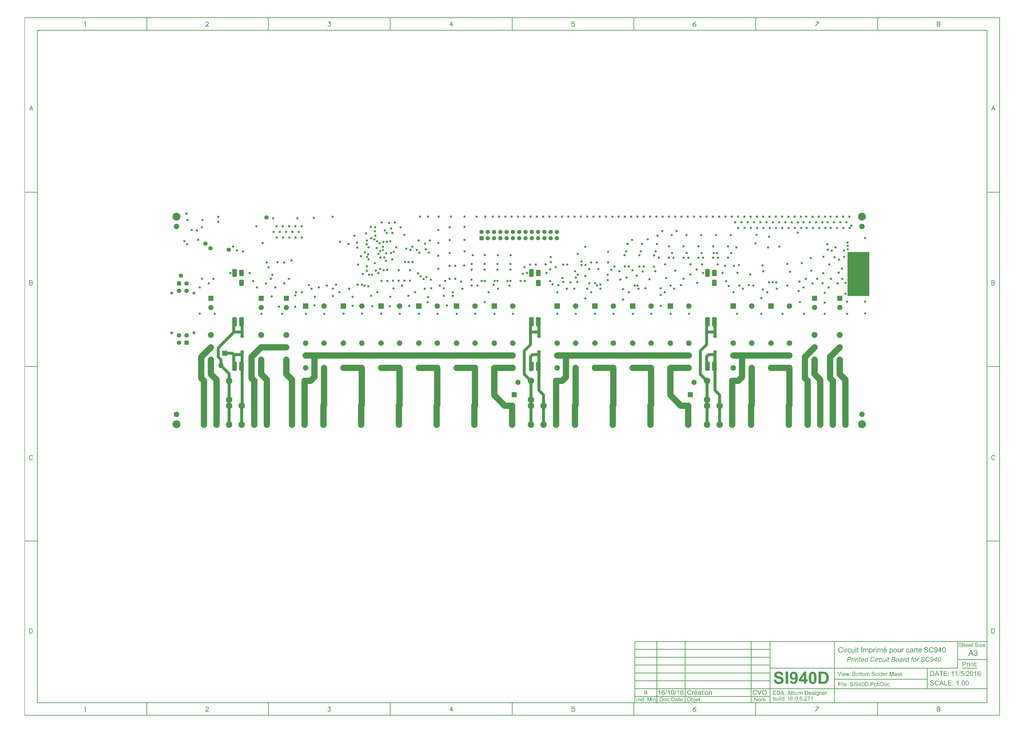
<source format=gbs>
G04 Layer_Color=16711935*
%FSLAX25Y25*%
%MOIN*%
G70*
G01*
G75*
%ADD37C,0.01000*%
%ADD38C,0.10000*%
%ADD40C,0.04500*%
%ADD48C,0.00500*%
%ADD93R,0.35000X0.70000*%
%ADD116R,0.08300X0.08300*%
%ADD117C,0.08300*%
%ADD118C,0.07099*%
%ADD119R,0.07099X0.07099*%
%ADD120C,0.04737*%
%ADD121R,0.08674X0.08674*%
%ADD122C,0.08674*%
%ADD123C,0.09461*%
%ADD124C,0.08280*%
%ADD125R,0.08280X0.08280*%
%ADD126R,0.00800X0.00800*%
%ADD127C,0.10300*%
%ADD128C,0.06800*%
%ADD129C,0.12611*%
%ADD130C,0.08674*%
%ADD131R,0.06699X0.06699*%
%ADD132C,0.06699*%
%ADD133C,0.03700*%
%ADD134C,0.05800*%
%ADD135C,0.05000*%
G04:AMPARAMS|DCode=136|XSize=102.49mil|YSize=74.53mil|CornerRadius=17.31mil|HoleSize=0mil|Usage=FLASHONLY|Rotation=90.000|XOffset=0mil|YOffset=0mil|HoleType=Round|Shape=RoundedRectangle|*
%AMROUNDEDRECTD136*
21,1,0.10249,0.03992,0,0,90.0*
21,1,0.06787,0.07453,0,0,90.0*
1,1,0.03461,0.01996,0.03394*
1,1,0.03461,0.01996,-0.03394*
1,1,0.03461,-0.01996,-0.03394*
1,1,0.03461,-0.01996,0.03394*
%
%ADD136ROUNDEDRECTD136*%
G04:AMPARAMS|DCode=137|XSize=126.11mil|YSize=74.53mil|CornerRadius=17.31mil|HoleSize=0mil|Usage=FLASHONLY|Rotation=90.000|XOffset=0mil|YOffset=0mil|HoleType=Round|Shape=RoundedRectangle|*
%AMROUNDEDRECTD137*
21,1,0.12611,0.03992,0,0,90.0*
21,1,0.09150,0.07453,0,0,90.0*
1,1,0.03461,0.01996,0.04575*
1,1,0.03461,0.01996,-0.04575*
1,1,0.03461,-0.01996,-0.04575*
1,1,0.03461,-0.01996,0.04575*
%
%ADD137ROUNDEDRECTD137*%
G04:AMPARAMS|DCode=138|XSize=145.79mil|YSize=74.53mil|CornerRadius=17.31mil|HoleSize=0mil|Usage=FLASHONLY|Rotation=270.000|XOffset=0mil|YOffset=0mil|HoleType=Round|Shape=RoundedRectangle|*
%AMROUNDEDRECTD138*
21,1,0.14579,0.03992,0,0,270.0*
21,1,0.11118,0.07453,0,0,270.0*
1,1,0.03461,-0.01996,-0.05559*
1,1,0.03461,-0.01996,0.05559*
1,1,0.03461,0.01996,0.05559*
1,1,0.03461,0.01996,-0.05559*
%
%ADD138ROUNDEDRECTD138*%
G36*
X1263962Y-372636D02*
X1263171D01*
Y-371738D01*
X1263962D01*
Y-372636D01*
D02*
G37*
G36*
X1259687Y-371640D02*
X1259755D01*
X1259921Y-371660D01*
X1260116Y-371689D01*
X1260331Y-371728D01*
X1260546Y-371786D01*
X1260751Y-371865D01*
X1260760D01*
X1260770Y-371874D01*
X1260800Y-371884D01*
X1260839Y-371904D01*
X1260936Y-371962D01*
X1261063Y-372030D01*
X1261200Y-372128D01*
X1261336Y-372245D01*
X1261473Y-372382D01*
X1261590Y-372538D01*
X1261600Y-372557D01*
X1261639Y-372616D01*
X1261688Y-372714D01*
X1261736Y-372831D01*
X1261795Y-372977D01*
X1261854Y-373153D01*
X1261893Y-373338D01*
X1261912Y-373543D01*
X1261102Y-373602D01*
Y-373592D01*
Y-373573D01*
X1261092Y-373543D01*
X1261083Y-373504D01*
X1261063Y-373397D01*
X1261024Y-373260D01*
X1260966Y-373114D01*
X1260887Y-372967D01*
X1260780Y-372821D01*
X1260653Y-372694D01*
X1260634Y-372684D01*
X1260585Y-372645D01*
X1260497Y-372597D01*
X1260380Y-372538D01*
X1260224Y-372479D01*
X1260028Y-372431D01*
X1259804Y-372392D01*
X1259540Y-372382D01*
X1259414D01*
X1259355Y-372392D01*
X1259277D01*
X1259111Y-372421D01*
X1258926Y-372450D01*
X1258740Y-372499D01*
X1258564Y-372567D01*
X1258486Y-372616D01*
X1258418Y-372665D01*
X1258408Y-372675D01*
X1258369Y-372714D01*
X1258311Y-372772D01*
X1258252Y-372860D01*
X1258184Y-372958D01*
X1258135Y-373075D01*
X1258096Y-373202D01*
X1258076Y-373348D01*
Y-373368D01*
Y-373407D01*
X1258086Y-373475D01*
X1258106Y-373553D01*
X1258135Y-373641D01*
X1258184Y-373739D01*
X1258242Y-373826D01*
X1258321Y-373914D01*
X1258330Y-373924D01*
X1258379Y-373953D01*
X1258408Y-373973D01*
X1258447Y-374002D01*
X1258506Y-374022D01*
X1258574Y-374051D01*
X1258652Y-374090D01*
X1258740Y-374129D01*
X1258838Y-374158D01*
X1258955Y-374197D01*
X1259091Y-374246D01*
X1259238Y-374285D01*
X1259404Y-374324D01*
X1259589Y-374373D01*
X1259599D01*
X1259638Y-374383D01*
X1259687Y-374392D01*
X1259755Y-374412D01*
X1259843Y-374431D01*
X1259941Y-374461D01*
X1260155Y-374510D01*
X1260390Y-374578D01*
X1260624Y-374646D01*
X1260741Y-374675D01*
X1260839Y-374714D01*
X1260936Y-374753D01*
X1261014Y-374783D01*
X1261024D01*
X1261043Y-374793D01*
X1261063Y-374812D01*
X1261102Y-374832D01*
X1261200Y-374890D01*
X1261327Y-374958D01*
X1261463Y-375056D01*
X1261600Y-375173D01*
X1261727Y-375300D01*
X1261834Y-375437D01*
X1261844Y-375456D01*
X1261873Y-375505D01*
X1261922Y-375583D01*
X1261971Y-375700D01*
X1262020Y-375827D01*
X1262068Y-375983D01*
X1262098Y-376159D01*
X1262107Y-376344D01*
Y-376354D01*
Y-376364D01*
Y-376393D01*
Y-376432D01*
X1262088Y-376530D01*
X1262068Y-376657D01*
X1262039Y-376803D01*
X1261981Y-376969D01*
X1261912Y-377145D01*
X1261815Y-377311D01*
X1261805Y-377330D01*
X1261756Y-377389D01*
X1261697Y-377467D01*
X1261600Y-377564D01*
X1261483Y-377681D01*
X1261336Y-377799D01*
X1261161Y-377906D01*
X1260966Y-378013D01*
X1260956D01*
X1260936Y-378023D01*
X1260907Y-378033D01*
X1260868Y-378052D01*
X1260819Y-378072D01*
X1260760Y-378091D01*
X1260604Y-378131D01*
X1260429Y-378179D01*
X1260214Y-378218D01*
X1259989Y-378248D01*
X1259736Y-378257D01*
X1259589D01*
X1259521Y-378248D01*
X1259433D01*
X1259336Y-378238D01*
X1259228Y-378228D01*
X1259004Y-378199D01*
X1258760Y-378150D01*
X1258516Y-378091D01*
X1258282Y-378013D01*
X1258272D01*
X1258252Y-378004D01*
X1258223Y-377984D01*
X1258184Y-377965D01*
X1258076Y-377906D01*
X1257950Y-377818D01*
X1257793Y-377711D01*
X1257647Y-377584D01*
X1257491Y-377428D01*
X1257354Y-377252D01*
Y-377242D01*
X1257345Y-377233D01*
X1257325Y-377203D01*
X1257306Y-377164D01*
X1257276Y-377115D01*
X1257247Y-377057D01*
X1257188Y-376910D01*
X1257130Y-376745D01*
X1257071Y-376540D01*
X1257032Y-376325D01*
X1257013Y-376091D01*
X1257813Y-376022D01*
Y-376032D01*
Y-376042D01*
X1257823Y-376100D01*
X1257842Y-376188D01*
X1257862Y-376305D01*
X1257901Y-376432D01*
X1257940Y-376569D01*
X1257998Y-376696D01*
X1258067Y-376823D01*
X1258076Y-376832D01*
X1258106Y-376871D01*
X1258155Y-376930D01*
X1258233Y-376998D01*
X1258321Y-377076D01*
X1258428Y-377164D01*
X1258564Y-377242D01*
X1258711Y-377320D01*
X1258721D01*
X1258730Y-377330D01*
X1258789Y-377350D01*
X1258877Y-377379D01*
X1259004Y-377408D01*
X1259140Y-377447D01*
X1259316Y-377477D01*
X1259501Y-377496D01*
X1259697Y-377506D01*
X1259775D01*
X1259872Y-377496D01*
X1259980Y-377486D01*
X1260116Y-377477D01*
X1260253Y-377447D01*
X1260399Y-377418D01*
X1260546Y-377369D01*
X1260565Y-377359D01*
X1260604Y-377340D01*
X1260673Y-377311D01*
X1260751Y-377262D01*
X1260848Y-377203D01*
X1260936Y-377135D01*
X1261024Y-377057D01*
X1261102Y-376969D01*
X1261112Y-376959D01*
X1261131Y-376920D01*
X1261161Y-376871D01*
X1261200Y-376803D01*
X1261229Y-376725D01*
X1261258Y-376627D01*
X1261278Y-376530D01*
X1261287Y-376423D01*
Y-376413D01*
Y-376374D01*
X1261278Y-376315D01*
X1261268Y-376247D01*
X1261248Y-376159D01*
X1261209Y-376071D01*
X1261170Y-375983D01*
X1261112Y-375895D01*
X1261102Y-375886D01*
X1261083Y-375856D01*
X1261034Y-375817D01*
X1260975Y-375759D01*
X1260897Y-375700D01*
X1260800Y-375642D01*
X1260673Y-375573D01*
X1260536Y-375515D01*
X1260526Y-375505D01*
X1260487Y-375495D01*
X1260409Y-375476D01*
X1260360Y-375456D01*
X1260302Y-375437D01*
X1260224Y-375417D01*
X1260146Y-375398D01*
X1260048Y-375368D01*
X1259950Y-375339D01*
X1259833Y-375310D01*
X1259697Y-375281D01*
X1259550Y-375241D01*
X1259394Y-375202D01*
X1259384D01*
X1259355Y-375193D01*
X1259306Y-375183D01*
X1259248Y-375163D01*
X1259179Y-375144D01*
X1259101Y-375124D01*
X1258916Y-375076D01*
X1258711Y-375007D01*
X1258506Y-374939D01*
X1258321Y-374871D01*
X1258233Y-374841D01*
X1258164Y-374802D01*
X1258155D01*
X1258145Y-374793D01*
X1258086Y-374753D01*
X1258008Y-374705D01*
X1257911Y-374636D01*
X1257793Y-374549D01*
X1257686Y-374451D01*
X1257579Y-374334D01*
X1257481Y-374207D01*
X1257471Y-374187D01*
X1257442Y-374139D01*
X1257413Y-374070D01*
X1257374Y-373973D01*
X1257325Y-373856D01*
X1257296Y-373719D01*
X1257266Y-373563D01*
X1257257Y-373407D01*
Y-373397D01*
Y-373387D01*
Y-373358D01*
Y-373319D01*
X1257276Y-373231D01*
X1257296Y-373114D01*
X1257325Y-372967D01*
X1257374Y-372821D01*
X1257442Y-372655D01*
X1257530Y-372499D01*
Y-372489D01*
X1257540Y-372479D01*
X1257579Y-372431D01*
X1257647Y-372353D01*
X1257735Y-372255D01*
X1257842Y-372157D01*
X1257979Y-372050D01*
X1258145Y-371943D01*
X1258330Y-371855D01*
X1258340D01*
X1258350Y-371845D01*
X1258379Y-371835D01*
X1258428Y-371816D01*
X1258477Y-371806D01*
X1258535Y-371786D01*
X1258672Y-371738D01*
X1258848Y-371699D01*
X1259043Y-371669D01*
X1259267Y-371640D01*
X1259501Y-371630D01*
X1259619D01*
X1259687Y-371640D01*
D02*
G37*
G36*
X1233803D02*
X1233872D01*
X1234038Y-371660D01*
X1234233Y-371689D01*
X1234447Y-371728D01*
X1234662Y-371786D01*
X1234867Y-371865D01*
X1234877D01*
X1234887Y-371874D01*
X1234916Y-371884D01*
X1234955Y-371904D01*
X1235053Y-371962D01*
X1235180Y-372030D01*
X1235316Y-372128D01*
X1235453Y-372245D01*
X1235590Y-372382D01*
X1235707Y-372538D01*
X1235716Y-372557D01*
X1235755Y-372616D01*
X1235804Y-372714D01*
X1235853Y-372831D01*
X1235911Y-372977D01*
X1235970Y-373153D01*
X1236009Y-373338D01*
X1236029Y-373543D01*
X1235219Y-373602D01*
Y-373592D01*
Y-373573D01*
X1235209Y-373543D01*
X1235199Y-373504D01*
X1235180Y-373397D01*
X1235141Y-373260D01*
X1235082Y-373114D01*
X1235004Y-372967D01*
X1234896Y-372821D01*
X1234770Y-372694D01*
X1234750Y-372684D01*
X1234701Y-372645D01*
X1234614Y-372597D01*
X1234496Y-372538D01*
X1234340Y-372479D01*
X1234145Y-372431D01*
X1233920Y-372392D01*
X1233657Y-372382D01*
X1233530D01*
X1233471Y-372392D01*
X1233393D01*
X1233228Y-372421D01*
X1233042Y-372450D01*
X1232857Y-372499D01*
X1232681Y-372567D01*
X1232603Y-372616D01*
X1232535Y-372665D01*
X1232525Y-372675D01*
X1232486Y-372714D01*
X1232427Y-372772D01*
X1232369Y-372860D01*
X1232300Y-372958D01*
X1232251Y-373075D01*
X1232213Y-373202D01*
X1232193Y-373348D01*
Y-373368D01*
Y-373407D01*
X1232203Y-373475D01*
X1232222Y-373553D01*
X1232251Y-373641D01*
X1232300Y-373739D01*
X1232359Y-373826D01*
X1232437Y-373914D01*
X1232447Y-373924D01*
X1232495Y-373953D01*
X1232525Y-373973D01*
X1232564Y-374002D01*
X1232622Y-374022D01*
X1232691Y-374051D01*
X1232769Y-374090D01*
X1232857Y-374129D01*
X1232954Y-374158D01*
X1233071Y-374197D01*
X1233208Y-374246D01*
X1233354Y-374285D01*
X1233520Y-374324D01*
X1233706Y-374373D01*
X1233716D01*
X1233755Y-374383D01*
X1233803Y-374392D01*
X1233872Y-374412D01*
X1233959Y-374431D01*
X1234057Y-374461D01*
X1234272Y-374510D01*
X1234506Y-374578D01*
X1234740Y-374646D01*
X1234857Y-374675D01*
X1234955Y-374714D01*
X1235053Y-374753D01*
X1235131Y-374783D01*
X1235141D01*
X1235160Y-374793D01*
X1235180Y-374812D01*
X1235219Y-374832D01*
X1235316Y-374890D01*
X1235443Y-374958D01*
X1235580Y-375056D01*
X1235716Y-375173D01*
X1235843Y-375300D01*
X1235951Y-375437D01*
X1235960Y-375456D01*
X1235990Y-375505D01*
X1236038Y-375583D01*
X1236087Y-375700D01*
X1236136Y-375827D01*
X1236185Y-375983D01*
X1236214Y-376159D01*
X1236224Y-376344D01*
Y-376354D01*
Y-376364D01*
Y-376393D01*
Y-376432D01*
X1236204Y-376530D01*
X1236185Y-376657D01*
X1236156Y-376803D01*
X1236097Y-376969D01*
X1236029Y-377145D01*
X1235931Y-377311D01*
X1235921Y-377330D01*
X1235872Y-377389D01*
X1235814Y-377467D01*
X1235716Y-377564D01*
X1235599Y-377681D01*
X1235453Y-377799D01*
X1235277Y-377906D01*
X1235082Y-378013D01*
X1235072D01*
X1235053Y-378023D01*
X1235023Y-378033D01*
X1234984Y-378052D01*
X1234935Y-378072D01*
X1234877Y-378091D01*
X1234721Y-378131D01*
X1234545Y-378179D01*
X1234330Y-378218D01*
X1234106Y-378248D01*
X1233852Y-378257D01*
X1233706D01*
X1233637Y-378248D01*
X1233550D01*
X1233452Y-378238D01*
X1233345Y-378228D01*
X1233120Y-378199D01*
X1232876Y-378150D01*
X1232632Y-378091D01*
X1232398Y-378013D01*
X1232388D01*
X1232369Y-378004D01*
X1232339Y-377984D01*
X1232300Y-377965D01*
X1232193Y-377906D01*
X1232066Y-377818D01*
X1231910Y-377711D01*
X1231763Y-377584D01*
X1231607Y-377428D01*
X1231471Y-377252D01*
Y-377242D01*
X1231461Y-377233D01*
X1231441Y-377203D01*
X1231422Y-377164D01*
X1231393Y-377115D01*
X1231363Y-377057D01*
X1231305Y-376910D01*
X1231246Y-376745D01*
X1231188Y-376540D01*
X1231149Y-376325D01*
X1231129Y-376091D01*
X1231929Y-376022D01*
Y-376032D01*
Y-376042D01*
X1231939Y-376100D01*
X1231959Y-376188D01*
X1231978Y-376305D01*
X1232017Y-376432D01*
X1232056Y-376569D01*
X1232115Y-376696D01*
X1232183Y-376823D01*
X1232193Y-376832D01*
X1232222Y-376871D01*
X1232271Y-376930D01*
X1232349Y-376998D01*
X1232437Y-377076D01*
X1232544Y-377164D01*
X1232681Y-377242D01*
X1232827Y-377320D01*
X1232837D01*
X1232847Y-377330D01*
X1232905Y-377350D01*
X1232993Y-377379D01*
X1233120Y-377408D01*
X1233257Y-377447D01*
X1233432Y-377477D01*
X1233618Y-377496D01*
X1233813Y-377506D01*
X1233891D01*
X1233989Y-377496D01*
X1234096Y-377486D01*
X1234233Y-377477D01*
X1234369Y-377447D01*
X1234516Y-377418D01*
X1234662Y-377369D01*
X1234682Y-377359D01*
X1234721Y-377340D01*
X1234789Y-377311D01*
X1234867Y-377262D01*
X1234965Y-377203D01*
X1235053Y-377135D01*
X1235141Y-377057D01*
X1235219Y-376969D01*
X1235228Y-376959D01*
X1235248Y-376920D01*
X1235277Y-376871D01*
X1235316Y-376803D01*
X1235345Y-376725D01*
X1235375Y-376627D01*
X1235394Y-376530D01*
X1235404Y-376423D01*
Y-376413D01*
Y-376374D01*
X1235394Y-376315D01*
X1235384Y-376247D01*
X1235365Y-376159D01*
X1235326Y-376071D01*
X1235287Y-375983D01*
X1235228Y-375895D01*
X1235219Y-375886D01*
X1235199Y-375856D01*
X1235150Y-375817D01*
X1235092Y-375759D01*
X1235014Y-375700D01*
X1234916Y-375642D01*
X1234789Y-375573D01*
X1234653Y-375515D01*
X1234643Y-375505D01*
X1234604Y-375495D01*
X1234526Y-375476D01*
X1234477Y-375456D01*
X1234418Y-375437D01*
X1234340Y-375417D01*
X1234262Y-375398D01*
X1234165Y-375368D01*
X1234067Y-375339D01*
X1233950Y-375310D01*
X1233813Y-375281D01*
X1233667Y-375241D01*
X1233511Y-375202D01*
X1233501D01*
X1233471Y-375193D01*
X1233423Y-375183D01*
X1233364Y-375163D01*
X1233296Y-375144D01*
X1233218Y-375124D01*
X1233032Y-375076D01*
X1232827Y-375007D01*
X1232622Y-374939D01*
X1232437Y-374871D01*
X1232349Y-374841D01*
X1232281Y-374802D01*
X1232271D01*
X1232261Y-374793D01*
X1232203Y-374753D01*
X1232125Y-374705D01*
X1232027Y-374636D01*
X1231910Y-374549D01*
X1231803Y-374451D01*
X1231695Y-374334D01*
X1231598Y-374207D01*
X1231588Y-374187D01*
X1231559Y-374139D01*
X1231529Y-374070D01*
X1231490Y-373973D01*
X1231441Y-373856D01*
X1231412Y-373719D01*
X1231383Y-373563D01*
X1231373Y-373407D01*
Y-373397D01*
Y-373387D01*
Y-373358D01*
Y-373319D01*
X1231393Y-373231D01*
X1231412Y-373114D01*
X1231441Y-372967D01*
X1231490Y-372821D01*
X1231559Y-372655D01*
X1231646Y-372499D01*
Y-372489D01*
X1231656Y-372479D01*
X1231695Y-372431D01*
X1231763Y-372353D01*
X1231851Y-372255D01*
X1231959Y-372157D01*
X1232095Y-372050D01*
X1232261Y-371943D01*
X1232447Y-371855D01*
X1232456D01*
X1232466Y-371845D01*
X1232495Y-371835D01*
X1232544Y-371816D01*
X1232593Y-371806D01*
X1232652Y-371786D01*
X1232788Y-371738D01*
X1232964Y-371699D01*
X1233159Y-371669D01*
X1233384Y-371640D01*
X1233618Y-371630D01*
X1233735D01*
X1233803Y-371640D01*
D02*
G37*
G36*
X1268705Y-374022D02*
X1266187Y-376979D01*
X1265699Y-377525D01*
X1265748D01*
X1265787Y-377516D01*
X1265894Y-377506D01*
X1266021Y-377496D01*
X1266177D01*
X1266343Y-377486D01*
X1266695Y-377477D01*
X1268842D01*
Y-378150D01*
X1264733D01*
Y-377516D01*
X1267690Y-374109D01*
X1267602D01*
X1267514Y-374119D01*
X1267387D01*
X1267251Y-374129D01*
X1267105D01*
X1266948Y-374139D01*
X1264909D01*
Y-373504D01*
X1268705D01*
Y-374022D01*
D02*
G37*
G36*
X1263962Y-378150D02*
X1263171D01*
Y-373504D01*
X1263962D01*
Y-378150D01*
D02*
G37*
G36*
X1238068Y-374031D02*
X1238078Y-374022D01*
X1238098Y-374002D01*
X1238127Y-373973D01*
X1238166Y-373934D01*
X1238225Y-373885D01*
X1238283Y-373826D01*
X1238361Y-373778D01*
X1238449Y-373709D01*
X1238547Y-373651D01*
X1238644Y-373602D01*
X1238888Y-373495D01*
X1239015Y-373455D01*
X1239152Y-373426D01*
X1239298Y-373407D01*
X1239454Y-373397D01*
X1239542D01*
X1239640Y-373407D01*
X1239757Y-373426D01*
X1239894Y-373446D01*
X1240040Y-373485D01*
X1240196Y-373534D01*
X1240343Y-373602D01*
X1240362Y-373612D01*
X1240401Y-373641D01*
X1240469Y-373690D01*
X1240557Y-373748D01*
X1240645Y-373826D01*
X1240733Y-373924D01*
X1240821Y-374041D01*
X1240889Y-374168D01*
X1240899Y-374187D01*
X1240918Y-374236D01*
X1240938Y-374314D01*
X1240977Y-374431D01*
X1241006Y-374578D01*
X1241026Y-374763D01*
X1241045Y-374968D01*
X1241055Y-375212D01*
Y-378150D01*
X1240265D01*
Y-375202D01*
Y-375193D01*
Y-375173D01*
Y-375144D01*
Y-375105D01*
X1240255Y-375007D01*
X1240235Y-374871D01*
X1240196Y-374734D01*
X1240157Y-374597D01*
X1240089Y-374461D01*
X1240001Y-374344D01*
X1239991Y-374334D01*
X1239952Y-374305D01*
X1239894Y-374256D01*
X1239816Y-374207D01*
X1239718Y-374158D01*
X1239591Y-374109D01*
X1239454Y-374080D01*
X1239289Y-374070D01*
X1239230D01*
X1239162Y-374080D01*
X1239074Y-374090D01*
X1238976Y-374119D01*
X1238859Y-374148D01*
X1238742Y-374197D01*
X1238625Y-374256D01*
X1238615Y-374266D01*
X1238576Y-374285D01*
X1238527Y-374334D01*
X1238459Y-374383D01*
X1238391Y-374461D01*
X1238313Y-374539D01*
X1238254Y-374646D01*
X1238195Y-374753D01*
X1238186Y-374763D01*
X1238176Y-374812D01*
X1238156Y-374880D01*
X1238137Y-374978D01*
X1238107Y-375105D01*
X1238088Y-375251D01*
X1238078Y-375417D01*
X1238068Y-375612D01*
Y-378150D01*
X1237278D01*
Y-371738D01*
X1238068D01*
Y-374031D01*
D02*
G37*
G36*
X1253138Y-373504D02*
X1253928D01*
Y-374119D01*
X1253138D01*
Y-376842D01*
Y-376852D01*
Y-376891D01*
Y-376950D01*
X1253148Y-377018D01*
X1253158Y-377164D01*
X1253167Y-377223D01*
X1253177Y-377272D01*
X1253187Y-377291D01*
X1253206Y-377330D01*
X1253245Y-377379D01*
X1253304Y-377428D01*
X1253323Y-377437D01*
X1253372Y-377447D01*
X1253460Y-377467D01*
X1253577Y-377477D01*
X1253675D01*
X1253724Y-377467D01*
X1253782D01*
X1253928Y-377447D01*
X1254036Y-378140D01*
X1254016D01*
X1253977Y-378150D01*
X1253919Y-378160D01*
X1253831Y-378169D01*
X1253743Y-378189D01*
X1253645Y-378199D01*
X1253440Y-378209D01*
X1253372D01*
X1253294Y-378199D01*
X1253197Y-378189D01*
X1253089Y-378179D01*
X1252972Y-378150D01*
X1252865Y-378121D01*
X1252767Y-378082D01*
X1252757Y-378072D01*
X1252728Y-378052D01*
X1252689Y-378023D01*
X1252640Y-377984D01*
X1252582Y-377935D01*
X1252533Y-377877D01*
X1252474Y-377808D01*
X1252435Y-377730D01*
Y-377721D01*
X1252425Y-377681D01*
X1252406Y-377623D01*
X1252396Y-377525D01*
X1252377Y-377398D01*
X1252367Y-377330D01*
X1252357Y-377242D01*
Y-377145D01*
X1252347Y-377037D01*
Y-376920D01*
Y-376793D01*
Y-374119D01*
X1251762D01*
Y-373504D01*
X1252347D01*
Y-372362D01*
X1253138Y-371884D01*
Y-373504D01*
D02*
G37*
G36*
X1271692Y-373407D02*
X1271770Y-373416D01*
X1271867Y-373426D01*
X1271965Y-373446D01*
X1272082Y-373475D01*
X1272316Y-373553D01*
X1272443Y-373602D01*
X1272570Y-373670D01*
X1272697Y-373739D01*
X1272824Y-373826D01*
X1272941Y-373924D01*
X1273058Y-374041D01*
X1273068Y-374051D01*
X1273087Y-374070D01*
X1273117Y-374109D01*
X1273156Y-374158D01*
X1273195Y-374226D01*
X1273244Y-374305D01*
X1273302Y-374392D01*
X1273361Y-374500D01*
X1273409Y-374627D01*
X1273468Y-374753D01*
X1273517Y-374900D01*
X1273566Y-375066D01*
X1273595Y-375232D01*
X1273624Y-375417D01*
X1273644Y-375612D01*
X1273653Y-375827D01*
Y-375837D01*
Y-375876D01*
Y-375944D01*
X1273644Y-376032D01*
X1270189D01*
Y-376042D01*
Y-376061D01*
X1270198Y-376110D01*
Y-376159D01*
X1270208Y-376227D01*
X1270218Y-376296D01*
X1270257Y-376471D01*
X1270315Y-376657D01*
X1270384Y-376852D01*
X1270491Y-377047D01*
X1270618Y-377213D01*
X1270638Y-377233D01*
X1270686Y-377272D01*
X1270774Y-377340D01*
X1270882Y-377408D01*
X1271028Y-377486D01*
X1271194Y-377555D01*
X1271379Y-377594D01*
X1271584Y-377613D01*
X1271662D01*
X1271741Y-377603D01*
X1271838Y-377584D01*
X1271955Y-377555D01*
X1272082Y-377516D01*
X1272209Y-377467D01*
X1272326Y-377389D01*
X1272336Y-377379D01*
X1272375Y-377340D01*
X1272433Y-377291D01*
X1272502Y-377203D01*
X1272580Y-377106D01*
X1272658Y-376979D01*
X1272736Y-376823D01*
X1272814Y-376647D01*
X1273624Y-376754D01*
Y-376764D01*
X1273614Y-376784D01*
X1273605Y-376823D01*
X1273585Y-376871D01*
X1273566Y-376930D01*
X1273536Y-376998D01*
X1273458Y-377164D01*
X1273361Y-377340D01*
X1273244Y-377525D01*
X1273087Y-377711D01*
X1272912Y-377867D01*
X1272902D01*
X1272892Y-377887D01*
X1272863Y-377906D01*
X1272814Y-377925D01*
X1272765Y-377955D01*
X1272707Y-377994D01*
X1272638Y-378023D01*
X1272551Y-378062D01*
X1272365Y-378131D01*
X1272131Y-378199D01*
X1271877Y-378238D01*
X1271584Y-378257D01*
X1271487D01*
X1271418Y-378248D01*
X1271331Y-378238D01*
X1271233Y-378228D01*
X1271126Y-378209D01*
X1270999Y-378179D01*
X1270745Y-378101D01*
X1270608Y-378052D01*
X1270481Y-377994D01*
X1270345Y-377925D01*
X1270218Y-377838D01*
X1270091Y-377740D01*
X1269974Y-377633D01*
X1269964Y-377623D01*
X1269945Y-377603D01*
X1269915Y-377564D01*
X1269886Y-377516D01*
X1269837Y-377457D01*
X1269788Y-377379D01*
X1269730Y-377281D01*
X1269681Y-377174D01*
X1269623Y-377057D01*
X1269564Y-376930D01*
X1269515Y-376784D01*
X1269476Y-376627D01*
X1269437Y-376462D01*
X1269408Y-376276D01*
X1269388Y-376081D01*
X1269379Y-375876D01*
Y-375866D01*
Y-375827D01*
Y-375759D01*
X1269388Y-375681D01*
X1269398Y-375583D01*
X1269408Y-375466D01*
X1269427Y-375339D01*
X1269457Y-375202D01*
X1269525Y-374910D01*
X1269574Y-374763D01*
X1269632Y-374607D01*
X1269701Y-374461D01*
X1269779Y-374314D01*
X1269867Y-374178D01*
X1269974Y-374051D01*
X1269984Y-374041D01*
X1270003Y-374022D01*
X1270033Y-373992D01*
X1270081Y-373943D01*
X1270140Y-373895D01*
X1270218Y-373846D01*
X1270296Y-373787D01*
X1270394Y-373719D01*
X1270501Y-373660D01*
X1270618Y-373602D01*
X1270745Y-373553D01*
X1270891Y-373495D01*
X1271038Y-373455D01*
X1271194Y-373426D01*
X1271360Y-373407D01*
X1271535Y-373397D01*
X1271623D01*
X1271692Y-373407D01*
D02*
G37*
G36*
X1249292D02*
X1249371Y-373416D01*
X1249468Y-373426D01*
X1249566Y-373446D01*
X1249683Y-373475D01*
X1249917Y-373553D01*
X1250044Y-373602D01*
X1250171Y-373670D01*
X1250298Y-373739D01*
X1250425Y-373826D01*
X1250542Y-373924D01*
X1250659Y-374041D01*
X1250669Y-374051D01*
X1250688Y-374070D01*
X1250717Y-374109D01*
X1250756Y-374158D01*
X1250795Y-374226D01*
X1250844Y-374305D01*
X1250903Y-374392D01*
X1250961Y-374500D01*
X1251010Y-374627D01*
X1251069Y-374753D01*
X1251118Y-374900D01*
X1251166Y-375066D01*
X1251196Y-375232D01*
X1251225Y-375417D01*
X1251245Y-375612D01*
X1251254Y-375827D01*
Y-375837D01*
Y-375876D01*
Y-375944D01*
X1251245Y-376032D01*
X1247789D01*
Y-376042D01*
Y-376061D01*
X1247799Y-376110D01*
Y-376159D01*
X1247809Y-376227D01*
X1247819Y-376296D01*
X1247858Y-376471D01*
X1247916Y-376657D01*
X1247985Y-376852D01*
X1248092Y-377047D01*
X1248219Y-377213D01*
X1248238Y-377233D01*
X1248287Y-377272D01*
X1248375Y-377340D01*
X1248482Y-377408D01*
X1248629Y-377486D01*
X1248795Y-377555D01*
X1248980Y-377594D01*
X1249185Y-377613D01*
X1249263D01*
X1249341Y-377603D01*
X1249439Y-377584D01*
X1249556Y-377555D01*
X1249683Y-377516D01*
X1249810Y-377467D01*
X1249927Y-377389D01*
X1249937Y-377379D01*
X1249976Y-377340D01*
X1250034Y-377291D01*
X1250103Y-377203D01*
X1250181Y-377106D01*
X1250259Y-376979D01*
X1250337Y-376823D01*
X1250415Y-376647D01*
X1251225Y-376754D01*
Y-376764D01*
X1251215Y-376784D01*
X1251206Y-376823D01*
X1251186Y-376871D01*
X1251166Y-376930D01*
X1251137Y-376998D01*
X1251059Y-377164D01*
X1250961Y-377340D01*
X1250844Y-377525D01*
X1250688Y-377711D01*
X1250513Y-377867D01*
X1250503D01*
X1250493Y-377887D01*
X1250464Y-377906D01*
X1250415Y-377925D01*
X1250366Y-377955D01*
X1250307Y-377994D01*
X1250239Y-378023D01*
X1250151Y-378062D01*
X1249966Y-378131D01*
X1249732Y-378199D01*
X1249478Y-378238D01*
X1249185Y-378257D01*
X1249088D01*
X1249019Y-378248D01*
X1248931Y-378238D01*
X1248834Y-378228D01*
X1248726Y-378209D01*
X1248600Y-378179D01*
X1248346Y-378101D01*
X1248209Y-378052D01*
X1248082Y-377994D01*
X1247946Y-377925D01*
X1247819Y-377838D01*
X1247692Y-377740D01*
X1247575Y-377633D01*
X1247565Y-377623D01*
X1247545Y-377603D01*
X1247516Y-377564D01*
X1247487Y-377516D01*
X1247438Y-377457D01*
X1247389Y-377379D01*
X1247331Y-377281D01*
X1247282Y-377174D01*
X1247223Y-377057D01*
X1247165Y-376930D01*
X1247116Y-376784D01*
X1247077Y-376627D01*
X1247038Y-376462D01*
X1247009Y-376276D01*
X1246989Y-376081D01*
X1246979Y-375876D01*
Y-375866D01*
Y-375827D01*
Y-375759D01*
X1246989Y-375681D01*
X1246999Y-375583D01*
X1247009Y-375466D01*
X1247028Y-375339D01*
X1247058Y-375202D01*
X1247126Y-374910D01*
X1247175Y-374763D01*
X1247233Y-374607D01*
X1247301Y-374461D01*
X1247379Y-374314D01*
X1247467Y-374178D01*
X1247575Y-374051D01*
X1247585Y-374041D01*
X1247604Y-374022D01*
X1247633Y-373992D01*
X1247682Y-373943D01*
X1247741Y-373895D01*
X1247819Y-373846D01*
X1247897Y-373787D01*
X1247994Y-373719D01*
X1248102Y-373660D01*
X1248219Y-373602D01*
X1248346Y-373553D01*
X1248492Y-373495D01*
X1248639Y-373455D01*
X1248795Y-373426D01*
X1248961Y-373407D01*
X1249136Y-373397D01*
X1249224D01*
X1249292Y-373407D01*
D02*
G37*
G36*
X1244315D02*
X1244393Y-373416D01*
X1244491Y-373426D01*
X1244588Y-373446D01*
X1244705Y-373475D01*
X1244940Y-373553D01*
X1245066Y-373602D01*
X1245193Y-373670D01*
X1245320Y-373739D01*
X1245447Y-373826D01*
X1245564Y-373924D01*
X1245681Y-374041D01*
X1245691Y-374051D01*
X1245711Y-374070D01*
X1245740Y-374109D01*
X1245779Y-374158D01*
X1245818Y-374226D01*
X1245867Y-374305D01*
X1245925Y-374392D01*
X1245984Y-374500D01*
X1246033Y-374627D01*
X1246091Y-374753D01*
X1246140Y-374900D01*
X1246189Y-375066D01*
X1246218Y-375232D01*
X1246247Y-375417D01*
X1246267Y-375612D01*
X1246277Y-375827D01*
Y-375837D01*
Y-375876D01*
Y-375944D01*
X1246267Y-376032D01*
X1242812D01*
Y-376042D01*
Y-376061D01*
X1242822Y-376110D01*
Y-376159D01*
X1242831Y-376227D01*
X1242841Y-376296D01*
X1242880Y-376471D01*
X1242939Y-376657D01*
X1243007Y-376852D01*
X1243114Y-377047D01*
X1243241Y-377213D01*
X1243261Y-377233D01*
X1243310Y-377272D01*
X1243398Y-377340D01*
X1243505Y-377408D01*
X1243651Y-377486D01*
X1243817Y-377555D01*
X1244003Y-377594D01*
X1244207Y-377613D01*
X1244286D01*
X1244364Y-377603D01*
X1244461Y-377584D01*
X1244578Y-377555D01*
X1244705Y-377516D01*
X1244832Y-377467D01*
X1244949Y-377389D01*
X1244959Y-377379D01*
X1244998Y-377340D01*
X1245057Y-377291D01*
X1245125Y-377203D01*
X1245203Y-377106D01*
X1245281Y-376979D01*
X1245359Y-376823D01*
X1245437Y-376647D01*
X1246247Y-376754D01*
Y-376764D01*
X1246238Y-376784D01*
X1246228Y-376823D01*
X1246208Y-376871D01*
X1246189Y-376930D01*
X1246159Y-376998D01*
X1246082Y-377164D01*
X1245984Y-377340D01*
X1245867Y-377525D01*
X1245711Y-377711D01*
X1245535Y-377867D01*
X1245525D01*
X1245515Y-377887D01*
X1245486Y-377906D01*
X1245437Y-377925D01*
X1245389Y-377955D01*
X1245330Y-377994D01*
X1245262Y-378023D01*
X1245174Y-378062D01*
X1244988Y-378131D01*
X1244754Y-378199D01*
X1244500Y-378238D01*
X1244207Y-378257D01*
X1244110D01*
X1244042Y-378248D01*
X1243954Y-378238D01*
X1243856Y-378228D01*
X1243749Y-378209D01*
X1243622Y-378179D01*
X1243368Y-378101D01*
X1243231Y-378052D01*
X1243105Y-377994D01*
X1242968Y-377925D01*
X1242841Y-377838D01*
X1242714Y-377740D01*
X1242597Y-377633D01*
X1242587Y-377623D01*
X1242568Y-377603D01*
X1242539Y-377564D01*
X1242509Y-377516D01*
X1242461Y-377457D01*
X1242412Y-377379D01*
X1242353Y-377281D01*
X1242304Y-377174D01*
X1242246Y-377057D01*
X1242187Y-376930D01*
X1242138Y-376784D01*
X1242099Y-376627D01*
X1242060Y-376462D01*
X1242031Y-376276D01*
X1242012Y-376081D01*
X1242002Y-375876D01*
Y-375866D01*
Y-375827D01*
Y-375759D01*
X1242012Y-375681D01*
X1242021Y-375583D01*
X1242031Y-375466D01*
X1242051Y-375339D01*
X1242080Y-375202D01*
X1242148Y-374910D01*
X1242197Y-374763D01*
X1242255Y-374607D01*
X1242324Y-374461D01*
X1242402Y-374314D01*
X1242490Y-374178D01*
X1242597Y-374051D01*
X1242607Y-374041D01*
X1242626Y-374022D01*
X1242656Y-373992D01*
X1242704Y-373943D01*
X1242763Y-373895D01*
X1242841Y-373846D01*
X1242919Y-373787D01*
X1243017Y-373719D01*
X1243124Y-373660D01*
X1243241Y-373602D01*
X1243368Y-373553D01*
X1243515Y-373495D01*
X1243661Y-373455D01*
X1243817Y-373426D01*
X1243983Y-373407D01*
X1244159Y-373397D01*
X1244247D01*
X1244315Y-373407D01*
D02*
G37*
G36*
X1100588Y-379730D02*
X1099560D01*
Y-378563D01*
X1100588D01*
Y-379730D01*
D02*
G37*
G36*
X1068254D02*
X1067226D01*
Y-378563D01*
X1068254D01*
Y-379730D01*
D02*
G37*
G36*
X1049498D02*
X1048470D01*
Y-378563D01*
X1049498D01*
Y-379730D01*
D02*
G37*
G36*
X1114319Y-380111D02*
X1113468D01*
X1114230Y-378525D01*
X1115575D01*
X1114319Y-380111D01*
D02*
G37*
G36*
X1179606Y-378436D02*
X1179695D01*
X1179911Y-378461D01*
X1180165Y-378499D01*
X1180444Y-378550D01*
X1180723Y-378626D01*
X1180989Y-378728D01*
X1181002D01*
X1181015Y-378740D01*
X1181053Y-378753D01*
X1181104Y-378778D01*
X1181231Y-378854D01*
X1181396Y-378943D01*
X1181573Y-379070D01*
X1181751Y-379223D01*
X1181929Y-379400D01*
X1182081Y-379603D01*
X1182093Y-379629D01*
X1182144Y-379705D01*
X1182208Y-379832D01*
X1182271Y-379984D01*
X1182347Y-380174D01*
X1182423Y-380403D01*
X1182474Y-380644D01*
X1182500Y-380910D01*
X1181446Y-380986D01*
Y-380974D01*
Y-380948D01*
X1181433Y-380910D01*
X1181421Y-380860D01*
X1181396Y-380720D01*
X1181345Y-380542D01*
X1181269Y-380352D01*
X1181167Y-380162D01*
X1181028Y-379971D01*
X1180863Y-379806D01*
X1180837Y-379794D01*
X1180774Y-379743D01*
X1180659Y-379679D01*
X1180507Y-379603D01*
X1180304Y-379527D01*
X1180050Y-379464D01*
X1179758Y-379413D01*
X1179416Y-379400D01*
X1179251D01*
X1179175Y-379413D01*
X1179073D01*
X1178858Y-379451D01*
X1178616Y-379489D01*
X1178375Y-379553D01*
X1178147Y-379641D01*
X1178045Y-379705D01*
X1177956Y-379768D01*
X1177944Y-379781D01*
X1177893Y-379832D01*
X1177817Y-379908D01*
X1177741Y-380022D01*
X1177652Y-380149D01*
X1177588Y-380301D01*
X1177538Y-380466D01*
X1177512Y-380657D01*
Y-380682D01*
Y-380733D01*
X1177525Y-380821D01*
X1177550Y-380923D01*
X1177588Y-381037D01*
X1177652Y-381164D01*
X1177728Y-381278D01*
X1177830Y-381393D01*
X1177842Y-381405D01*
X1177906Y-381443D01*
X1177944Y-381469D01*
X1177995Y-381507D01*
X1178071Y-381532D01*
X1178160Y-381570D01*
X1178261Y-381621D01*
X1178375Y-381672D01*
X1178502Y-381710D01*
X1178654Y-381761D01*
X1178832Y-381824D01*
X1179023Y-381875D01*
X1179238Y-381926D01*
X1179479Y-381989D01*
X1179492D01*
X1179543Y-382002D01*
X1179606Y-382014D01*
X1179695Y-382040D01*
X1179809Y-382065D01*
X1179936Y-382103D01*
X1180215Y-382167D01*
X1180520Y-382256D01*
X1180824Y-382344D01*
X1180977Y-382382D01*
X1181104Y-382433D01*
X1181231Y-382484D01*
X1181332Y-382522D01*
X1181345D01*
X1181370Y-382535D01*
X1181396Y-382560D01*
X1181446Y-382585D01*
X1181573Y-382662D01*
X1181738Y-382750D01*
X1181916Y-382877D01*
X1182093Y-383030D01*
X1182258Y-383194D01*
X1182398Y-383372D01*
X1182411Y-383398D01*
X1182449Y-383461D01*
X1182512Y-383562D01*
X1182576Y-383715D01*
X1182639Y-383880D01*
X1182703Y-384083D01*
X1182741Y-384311D01*
X1182753Y-384552D01*
Y-384565D01*
Y-384578D01*
Y-384616D01*
Y-384667D01*
X1182728Y-384793D01*
X1182703Y-384958D01*
X1182664Y-385149D01*
X1182588Y-385365D01*
X1182500Y-385593D01*
X1182373Y-385809D01*
X1182360Y-385834D01*
X1182296Y-385910D01*
X1182220Y-386012D01*
X1182093Y-386139D01*
X1181941Y-386291D01*
X1181751Y-386443D01*
X1181522Y-386583D01*
X1181269Y-386722D01*
X1181256D01*
X1181231Y-386735D01*
X1181192Y-386748D01*
X1181142Y-386773D01*
X1181078Y-386799D01*
X1181002Y-386824D01*
X1180799Y-386875D01*
X1180571Y-386938D01*
X1180291Y-386989D01*
X1180000Y-387027D01*
X1179670Y-387040D01*
X1179479D01*
X1179391Y-387027D01*
X1179276D01*
X1179149Y-387014D01*
X1179010Y-387001D01*
X1178718Y-386964D01*
X1178401Y-386900D01*
X1178083Y-386824D01*
X1177779Y-386722D01*
X1177766D01*
X1177741Y-386710D01*
X1177703Y-386684D01*
X1177652Y-386659D01*
X1177512Y-386583D01*
X1177347Y-386469D01*
X1177144Y-386329D01*
X1176954Y-386164D01*
X1176751Y-385961D01*
X1176573Y-385733D01*
Y-385720D01*
X1176561Y-385707D01*
X1176535Y-385669D01*
X1176510Y-385618D01*
X1176472Y-385555D01*
X1176434Y-385479D01*
X1176358Y-385288D01*
X1176281Y-385073D01*
X1176205Y-384806D01*
X1176155Y-384527D01*
X1176129Y-384222D01*
X1177170Y-384134D01*
Y-384146D01*
Y-384159D01*
X1177182Y-384235D01*
X1177208Y-384349D01*
X1177233Y-384502D01*
X1177284Y-384667D01*
X1177335Y-384844D01*
X1177411Y-385009D01*
X1177500Y-385174D01*
X1177512Y-385187D01*
X1177550Y-385238D01*
X1177614Y-385314D01*
X1177715Y-385403D01*
X1177830Y-385504D01*
X1177969Y-385618D01*
X1178147Y-385720D01*
X1178337Y-385821D01*
X1178350D01*
X1178363Y-385834D01*
X1178439Y-385859D01*
X1178553Y-385897D01*
X1178718Y-385936D01*
X1178896Y-385986D01*
X1179124Y-386024D01*
X1179365Y-386050D01*
X1179619Y-386063D01*
X1179720D01*
X1179847Y-386050D01*
X1179987Y-386037D01*
X1180165Y-386024D01*
X1180342Y-385986D01*
X1180533Y-385948D01*
X1180723Y-385885D01*
X1180748Y-385872D01*
X1180799Y-385847D01*
X1180888Y-385809D01*
X1180989Y-385745D01*
X1181116Y-385669D01*
X1181231Y-385580D01*
X1181345Y-385479D01*
X1181446Y-385365D01*
X1181459Y-385352D01*
X1181484Y-385301D01*
X1181522Y-385238D01*
X1181573Y-385149D01*
X1181611Y-385047D01*
X1181649Y-384920D01*
X1181675Y-384793D01*
X1181687Y-384654D01*
Y-384641D01*
Y-384590D01*
X1181675Y-384514D01*
X1181662Y-384425D01*
X1181637Y-384311D01*
X1181586Y-384197D01*
X1181535Y-384083D01*
X1181459Y-383969D01*
X1181446Y-383956D01*
X1181421Y-383918D01*
X1181357Y-383867D01*
X1181281Y-383791D01*
X1181180Y-383715D01*
X1181053Y-383639D01*
X1180888Y-383550D01*
X1180710Y-383474D01*
X1180698Y-383461D01*
X1180647Y-383448D01*
X1180545Y-383423D01*
X1180482Y-383398D01*
X1180406Y-383372D01*
X1180304Y-383347D01*
X1180203Y-383321D01*
X1180076Y-383283D01*
X1179949Y-383245D01*
X1179797Y-383207D01*
X1179619Y-383169D01*
X1179428Y-383118D01*
X1179226Y-383068D01*
X1179213D01*
X1179175Y-383055D01*
X1179111Y-383042D01*
X1179035Y-383017D01*
X1178946Y-382992D01*
X1178845Y-382966D01*
X1178604Y-382903D01*
X1178337Y-382814D01*
X1178071Y-382725D01*
X1177830Y-382636D01*
X1177715Y-382598D01*
X1177627Y-382547D01*
X1177614D01*
X1177601Y-382535D01*
X1177525Y-382484D01*
X1177423Y-382420D01*
X1177297Y-382332D01*
X1177144Y-382217D01*
X1177005Y-382090D01*
X1176865Y-381938D01*
X1176738Y-381773D01*
X1176726Y-381748D01*
X1176688Y-381684D01*
X1176649Y-381596D01*
X1176599Y-381469D01*
X1176535Y-381316D01*
X1176497Y-381139D01*
X1176459Y-380936D01*
X1176446Y-380733D01*
Y-380720D01*
Y-380707D01*
Y-380669D01*
Y-380618D01*
X1176472Y-380504D01*
X1176497Y-380352D01*
X1176535Y-380162D01*
X1176599Y-379971D01*
X1176688Y-379755D01*
X1176802Y-379553D01*
Y-379540D01*
X1176814Y-379527D01*
X1176865Y-379464D01*
X1176954Y-379362D01*
X1177068Y-379235D01*
X1177208Y-379108D01*
X1177385Y-378969D01*
X1177601Y-378829D01*
X1177842Y-378715D01*
X1177855D01*
X1177868Y-378702D01*
X1177906Y-378690D01*
X1177969Y-378664D01*
X1178033Y-378651D01*
X1178109Y-378626D01*
X1178286Y-378563D01*
X1178515Y-378512D01*
X1178769Y-378474D01*
X1179060Y-378436D01*
X1179365Y-378423D01*
X1179517D01*
X1179606Y-378436D01*
D02*
G37*
G36*
X1188083D02*
X1188185Y-378449D01*
X1188311Y-378461D01*
X1188451Y-378474D01*
X1188603Y-378499D01*
X1188933Y-378575D01*
X1189289Y-378690D01*
X1189466Y-378766D01*
X1189644Y-378854D01*
X1189809Y-378956D01*
X1189974Y-379070D01*
X1189987Y-379083D01*
X1190012Y-379096D01*
X1190050Y-379134D01*
X1190114Y-379185D01*
X1190177Y-379248D01*
X1190266Y-379337D01*
X1190355Y-379426D01*
X1190443Y-379527D01*
X1190545Y-379654D01*
X1190634Y-379781D01*
X1190735Y-379933D01*
X1190837Y-380098D01*
X1190926Y-380263D01*
X1191014Y-380453D01*
X1191167Y-380860D01*
X1190075Y-381113D01*
Y-381101D01*
X1190063Y-381075D01*
X1190050Y-381025D01*
X1190025Y-380961D01*
X1189987Y-380885D01*
X1189948Y-380796D01*
X1189860Y-380606D01*
X1189746Y-380390D01*
X1189593Y-380162D01*
X1189428Y-379959D01*
X1189225Y-379781D01*
X1189200Y-379768D01*
X1189124Y-379717D01*
X1189009Y-379654D01*
X1188844Y-379565D01*
X1188654Y-379489D01*
X1188413Y-379426D01*
X1188147Y-379375D01*
X1187842Y-379362D01*
X1187753D01*
X1187690Y-379375D01*
X1187601D01*
X1187512Y-379387D01*
X1187284Y-379426D01*
X1187030Y-379476D01*
X1186763Y-379565D01*
X1186497Y-379679D01*
X1186243Y-379832D01*
X1186230D01*
X1186218Y-379857D01*
X1186141Y-379921D01*
X1186027Y-380022D01*
X1185888Y-380162D01*
X1185748Y-380339D01*
X1185596Y-380542D01*
X1185456Y-380796D01*
X1185342Y-381075D01*
Y-381088D01*
X1185329Y-381113D01*
X1185317Y-381151D01*
X1185304Y-381215D01*
X1185279Y-381278D01*
X1185266Y-381367D01*
X1185215Y-381570D01*
X1185164Y-381811D01*
X1185126Y-382078D01*
X1185101Y-382370D01*
X1185088Y-382674D01*
Y-382687D01*
Y-382725D01*
Y-382776D01*
Y-382852D01*
X1185101Y-382941D01*
Y-383055D01*
X1185114Y-383169D01*
X1185126Y-383296D01*
X1185164Y-383588D01*
X1185215Y-383905D01*
X1185291Y-384222D01*
X1185393Y-384527D01*
Y-384540D01*
X1185406Y-384565D01*
X1185431Y-384603D01*
X1185456Y-384654D01*
X1185520Y-384806D01*
X1185621Y-384971D01*
X1185761Y-385174D01*
X1185926Y-385365D01*
X1186116Y-385555D01*
X1186345Y-385720D01*
X1186357D01*
X1186370Y-385733D01*
X1186408Y-385758D01*
X1186459Y-385783D01*
X1186598Y-385834D01*
X1186776Y-385910D01*
X1186979Y-385974D01*
X1187220Y-386037D01*
X1187487Y-386088D01*
X1187766Y-386101D01*
X1187855D01*
X1187918Y-386088D01*
X1187994D01*
X1188096Y-386075D01*
X1188311Y-386037D01*
X1188553Y-385974D01*
X1188819Y-385872D01*
X1189073Y-385745D01*
X1189327Y-385567D01*
X1189339Y-385555D01*
X1189352Y-385542D01*
X1189428Y-385466D01*
X1189542Y-385339D01*
X1189682Y-385174D01*
X1189822Y-384946D01*
X1189974Y-384679D01*
X1190101Y-384349D01*
X1190202Y-383981D01*
X1191306Y-384261D01*
Y-384273D01*
X1191294Y-384324D01*
X1191268Y-384387D01*
X1191243Y-384489D01*
X1191192Y-384590D01*
X1191141Y-384730D01*
X1191091Y-384870D01*
X1191014Y-385022D01*
X1190849Y-385365D01*
X1190621Y-385707D01*
X1190367Y-386037D01*
X1190215Y-386189D01*
X1190050Y-386329D01*
X1190037Y-386342D01*
X1190012Y-386354D01*
X1189961Y-386392D01*
X1189885Y-386443D01*
X1189796Y-386494D01*
X1189695Y-386557D01*
X1189581Y-386621D01*
X1189441Y-386684D01*
X1189289Y-386748D01*
X1189124Y-386811D01*
X1188933Y-386875D01*
X1188743Y-386925D01*
X1188324Y-387014D01*
X1188096Y-387027D01*
X1187855Y-387040D01*
X1187728D01*
X1187626Y-387027D01*
X1187512D01*
X1187385Y-387014D01*
X1187233Y-386989D01*
X1187081Y-386976D01*
X1186725Y-386900D01*
X1186357Y-386811D01*
X1186002Y-386672D01*
X1185824Y-386595D01*
X1185659Y-386494D01*
X1185647Y-386481D01*
X1185621Y-386469D01*
X1185583Y-386431D01*
X1185520Y-386392D01*
X1185367Y-386265D01*
X1185190Y-386088D01*
X1184974Y-385872D01*
X1184771Y-385593D01*
X1184555Y-385276D01*
X1184378Y-384908D01*
Y-384895D01*
X1184365Y-384857D01*
X1184340Y-384806D01*
X1184314Y-384730D01*
X1184276Y-384629D01*
X1184238Y-384514D01*
X1184200Y-384387D01*
X1184162Y-384235D01*
X1184124Y-384083D01*
X1184086Y-383905D01*
X1184010Y-383524D01*
X1183959Y-383118D01*
X1183946Y-382674D01*
Y-382662D01*
Y-382611D01*
Y-382547D01*
X1183959Y-382458D01*
Y-382344D01*
X1183972Y-382205D01*
X1183984Y-382065D01*
X1184010Y-381900D01*
X1184073Y-381545D01*
X1184149Y-381164D01*
X1184276Y-380771D01*
X1184441Y-380403D01*
Y-380390D01*
X1184466Y-380365D01*
X1184492Y-380314D01*
X1184530Y-380238D01*
X1184581Y-380162D01*
X1184644Y-380073D01*
X1184809Y-379857D01*
X1184999Y-379616D01*
X1185241Y-379375D01*
X1185532Y-379134D01*
X1185850Y-378931D01*
X1185862D01*
X1185888Y-378905D01*
X1185938Y-378880D01*
X1186015Y-378854D01*
X1186091Y-378817D01*
X1186192Y-378766D01*
X1186319Y-378728D01*
X1186446Y-378677D01*
X1186586Y-378626D01*
X1186738Y-378588D01*
X1187081Y-378499D01*
X1187461Y-378449D01*
X1187867Y-378423D01*
X1187994D01*
X1188083Y-378436D01*
D02*
G37*
G36*
X1044016D02*
X1044118Y-378449D01*
X1044244Y-378461D01*
X1044384Y-378474D01*
X1044536Y-378499D01*
X1044866Y-378575D01*
X1045222Y-378690D01*
X1045399Y-378766D01*
X1045577Y-378854D01*
X1045742Y-378956D01*
X1045907Y-379070D01*
X1045920Y-379083D01*
X1045945Y-379096D01*
X1045983Y-379134D01*
X1046047Y-379185D01*
X1046110Y-379248D01*
X1046199Y-379337D01*
X1046288Y-379426D01*
X1046376Y-379527D01*
X1046478Y-379654D01*
X1046567Y-379781D01*
X1046668Y-379933D01*
X1046770Y-380098D01*
X1046859Y-380263D01*
X1046947Y-380453D01*
X1047100Y-380860D01*
X1046008Y-381113D01*
Y-381101D01*
X1045996Y-381075D01*
X1045983Y-381025D01*
X1045958Y-380961D01*
X1045920Y-380885D01*
X1045881Y-380796D01*
X1045793Y-380606D01*
X1045679Y-380390D01*
X1045526Y-380162D01*
X1045361Y-379959D01*
X1045158Y-379781D01*
X1045133Y-379768D01*
X1045057Y-379717D01*
X1044942Y-379654D01*
X1044777Y-379565D01*
X1044587Y-379489D01*
X1044346Y-379426D01*
X1044079Y-379375D01*
X1043775Y-379362D01*
X1043686D01*
X1043623Y-379375D01*
X1043534D01*
X1043445Y-379387D01*
X1043217Y-379426D01*
X1042963Y-379476D01*
X1042696Y-379565D01*
X1042430Y-379679D01*
X1042176Y-379832D01*
X1042163D01*
X1042151Y-379857D01*
X1042074Y-379921D01*
X1041960Y-380022D01*
X1041821Y-380162D01*
X1041681Y-380339D01*
X1041529Y-380542D01*
X1041389Y-380796D01*
X1041275Y-381075D01*
Y-381088D01*
X1041262Y-381113D01*
X1041250Y-381151D01*
X1041237Y-381215D01*
X1041212Y-381278D01*
X1041199Y-381367D01*
X1041148Y-381570D01*
X1041097Y-381811D01*
X1041059Y-382078D01*
X1041034Y-382370D01*
X1041021Y-382674D01*
Y-382687D01*
Y-382725D01*
Y-382776D01*
Y-382852D01*
X1041034Y-382941D01*
Y-383055D01*
X1041047Y-383169D01*
X1041059Y-383296D01*
X1041097Y-383588D01*
X1041148Y-383905D01*
X1041224Y-384222D01*
X1041326Y-384527D01*
Y-384540D01*
X1041339Y-384565D01*
X1041364Y-384603D01*
X1041389Y-384654D01*
X1041453Y-384806D01*
X1041554Y-384971D01*
X1041694Y-385174D01*
X1041859Y-385365D01*
X1042049Y-385555D01*
X1042278Y-385720D01*
X1042290D01*
X1042303Y-385733D01*
X1042341Y-385758D01*
X1042392Y-385783D01*
X1042531Y-385834D01*
X1042709Y-385910D01*
X1042912Y-385974D01*
X1043153Y-386037D01*
X1043420Y-386088D01*
X1043699Y-386101D01*
X1043788D01*
X1043851Y-386088D01*
X1043927D01*
X1044029Y-386075D01*
X1044244Y-386037D01*
X1044486Y-385974D01*
X1044752Y-385872D01*
X1045006Y-385745D01*
X1045260Y-385567D01*
X1045272Y-385555D01*
X1045285Y-385542D01*
X1045361Y-385466D01*
X1045475Y-385339D01*
X1045615Y-385174D01*
X1045755Y-384946D01*
X1045907Y-384679D01*
X1046034Y-384349D01*
X1046135Y-383981D01*
X1047239Y-384261D01*
Y-384273D01*
X1047227Y-384324D01*
X1047201Y-384387D01*
X1047176Y-384489D01*
X1047125Y-384590D01*
X1047074Y-384730D01*
X1047024Y-384870D01*
X1046947Y-385022D01*
X1046782Y-385365D01*
X1046554Y-385707D01*
X1046300Y-386037D01*
X1046148Y-386189D01*
X1045983Y-386329D01*
X1045970Y-386342D01*
X1045945Y-386354D01*
X1045894Y-386392D01*
X1045818Y-386443D01*
X1045729Y-386494D01*
X1045628Y-386557D01*
X1045514Y-386621D01*
X1045374Y-386684D01*
X1045222Y-386748D01*
X1045057Y-386811D01*
X1044866Y-386875D01*
X1044676Y-386925D01*
X1044257Y-387014D01*
X1044029Y-387027D01*
X1043788Y-387040D01*
X1043661D01*
X1043559Y-387027D01*
X1043445D01*
X1043318Y-387014D01*
X1043166Y-386989D01*
X1043014Y-386976D01*
X1042658Y-386900D01*
X1042290Y-386811D01*
X1041935Y-386672D01*
X1041757Y-386595D01*
X1041592Y-386494D01*
X1041580Y-386481D01*
X1041554Y-386469D01*
X1041516Y-386431D01*
X1041453Y-386392D01*
X1041300Y-386265D01*
X1041123Y-386088D01*
X1040907Y-385872D01*
X1040704Y-385593D01*
X1040488Y-385276D01*
X1040311Y-384908D01*
Y-384895D01*
X1040298Y-384857D01*
X1040273Y-384806D01*
X1040247Y-384730D01*
X1040209Y-384629D01*
X1040171Y-384514D01*
X1040133Y-384387D01*
X1040095Y-384235D01*
X1040057Y-384083D01*
X1040019Y-383905D01*
X1039943Y-383524D01*
X1039892Y-383118D01*
X1039879Y-382674D01*
Y-382662D01*
Y-382611D01*
Y-382547D01*
X1039892Y-382458D01*
Y-382344D01*
X1039904Y-382205D01*
X1039917Y-382065D01*
X1039943Y-381900D01*
X1040006Y-381545D01*
X1040082Y-381164D01*
X1040209Y-380771D01*
X1040374Y-380403D01*
Y-380390D01*
X1040399Y-380365D01*
X1040425Y-380314D01*
X1040463Y-380238D01*
X1040514Y-380162D01*
X1040577Y-380073D01*
X1040742Y-379857D01*
X1040932Y-379616D01*
X1041173Y-379375D01*
X1041465Y-379134D01*
X1041783Y-378931D01*
X1041795D01*
X1041821Y-378905D01*
X1041871Y-378880D01*
X1041948Y-378854D01*
X1042024Y-378817D01*
X1042125Y-378766D01*
X1042252Y-378728D01*
X1042379Y-378677D01*
X1042519Y-378626D01*
X1042671Y-378588D01*
X1043014Y-378499D01*
X1043394Y-378449D01*
X1043800Y-378423D01*
X1043927D01*
X1044016Y-378436D01*
D02*
G37*
G36*
X1124496Y-380745D02*
X1124674Y-380771D01*
X1124889Y-380821D01*
X1125118Y-380885D01*
X1125346Y-380986D01*
X1125575Y-381126D01*
X1125587D01*
X1125600Y-381139D01*
X1125676Y-381202D01*
X1125778Y-381291D01*
X1125917Y-381418D01*
X1126057Y-381570D01*
X1126209Y-381773D01*
X1126349Y-381989D01*
X1126476Y-382256D01*
Y-382268D01*
X1126488Y-382294D01*
X1126501Y-382332D01*
X1126526Y-382382D01*
X1126552Y-382446D01*
X1126577Y-382535D01*
X1126628Y-382725D01*
X1126679Y-382966D01*
X1126729Y-383233D01*
X1126768Y-383524D01*
X1126780Y-383842D01*
Y-383854D01*
Y-383880D01*
Y-383930D01*
Y-383994D01*
X1126768Y-384083D01*
Y-384172D01*
X1126742Y-384400D01*
X1126691Y-384654D01*
X1126641Y-384933D01*
X1126552Y-385225D01*
X1126438Y-385517D01*
Y-385529D01*
X1126425Y-385555D01*
X1126400Y-385593D01*
X1126374Y-385644D01*
X1126298Y-385771D01*
X1126196Y-385936D01*
X1126057Y-386113D01*
X1125892Y-386304D01*
X1125702Y-386481D01*
X1125473Y-386646D01*
X1125461D01*
X1125448Y-386659D01*
X1125410Y-386684D01*
X1125359Y-386710D01*
X1125232Y-386773D01*
X1125067Y-386837D01*
X1124864Y-386913D01*
X1124648Y-386976D01*
X1124395Y-387027D01*
X1124141Y-387040D01*
X1124052D01*
X1123963Y-387027D01*
X1123836Y-387014D01*
X1123697Y-386989D01*
X1123544Y-386951D01*
X1123379Y-386900D01*
X1123227Y-386837D01*
X1123214Y-386824D01*
X1123164Y-386799D01*
X1123088Y-386748D01*
X1122999Y-386684D01*
X1122884Y-386608D01*
X1122783Y-386519D01*
X1122669Y-386405D01*
X1122567Y-386291D01*
Y-389210D01*
X1121539D01*
Y-380860D01*
X1122478D01*
Y-381646D01*
X1122491Y-381621D01*
X1122529Y-381570D01*
X1122605Y-381494D01*
X1122694Y-381393D01*
X1122796Y-381278D01*
X1122923Y-381164D01*
X1123062Y-381050D01*
X1123214Y-380961D01*
X1123240Y-380948D01*
X1123291Y-380923D01*
X1123379Y-380885D01*
X1123493Y-380834D01*
X1123646Y-380796D01*
X1123811Y-380758D01*
X1124001Y-380733D01*
X1124217Y-380720D01*
X1124344D01*
X1124496Y-380745D01*
D02*
G37*
G36*
X1092162D02*
X1092340Y-380771D01*
X1092555Y-380821D01*
X1092784Y-380885D01*
X1093012Y-380986D01*
X1093241Y-381126D01*
X1093253D01*
X1093266Y-381139D01*
X1093342Y-381202D01*
X1093444Y-381291D01*
X1093583Y-381418D01*
X1093723Y-381570D01*
X1093875Y-381773D01*
X1094015Y-381989D01*
X1094142Y-382256D01*
Y-382268D01*
X1094154Y-382294D01*
X1094167Y-382332D01*
X1094192Y-382382D01*
X1094218Y-382446D01*
X1094243Y-382535D01*
X1094294Y-382725D01*
X1094345Y-382966D01*
X1094395Y-383233D01*
X1094433Y-383524D01*
X1094446Y-383842D01*
Y-383854D01*
Y-383880D01*
Y-383930D01*
Y-383994D01*
X1094433Y-384083D01*
Y-384172D01*
X1094408Y-384400D01*
X1094357Y-384654D01*
X1094306Y-384933D01*
X1094218Y-385225D01*
X1094104Y-385517D01*
Y-385529D01*
X1094091Y-385555D01*
X1094065Y-385593D01*
X1094040Y-385644D01*
X1093964Y-385771D01*
X1093862Y-385936D01*
X1093723Y-386113D01*
X1093558Y-386304D01*
X1093367Y-386481D01*
X1093139Y-386646D01*
X1093126D01*
X1093114Y-386659D01*
X1093076Y-386684D01*
X1093025Y-386710D01*
X1092898Y-386773D01*
X1092733Y-386837D01*
X1092530Y-386913D01*
X1092314Y-386976D01*
X1092060Y-387027D01*
X1091807Y-387040D01*
X1091718D01*
X1091629Y-387027D01*
X1091502Y-387014D01*
X1091362Y-386989D01*
X1091210Y-386951D01*
X1091045Y-386900D01*
X1090893Y-386837D01*
X1090880Y-386824D01*
X1090829Y-386799D01*
X1090753Y-386748D01*
X1090664Y-386684D01*
X1090550Y-386608D01*
X1090449Y-386519D01*
X1090335Y-386405D01*
X1090233Y-386291D01*
Y-389210D01*
X1089205D01*
Y-380860D01*
X1090144D01*
Y-381646D01*
X1090157Y-381621D01*
X1090195Y-381570D01*
X1090271Y-381494D01*
X1090360Y-381393D01*
X1090462Y-381278D01*
X1090588Y-381164D01*
X1090728Y-381050D01*
X1090880Y-380961D01*
X1090906Y-380948D01*
X1090956Y-380923D01*
X1091045Y-380885D01*
X1091159Y-380834D01*
X1091312Y-380796D01*
X1091477Y-380758D01*
X1091667Y-380733D01*
X1091883Y-380720D01*
X1092010D01*
X1092162Y-380745D01*
D02*
G37*
G36*
X1162769Y-380733D02*
X1162909Y-380758D01*
X1163061Y-380809D01*
X1163239Y-380860D01*
X1163429Y-380948D01*
X1163632Y-381063D01*
X1163264Y-382002D01*
X1163251Y-381989D01*
X1163200Y-381964D01*
X1163124Y-381926D01*
X1163036Y-381887D01*
X1162921Y-381849D01*
X1162794Y-381811D01*
X1162655Y-381786D01*
X1162515Y-381773D01*
X1162465D01*
X1162401Y-381786D01*
X1162312Y-381799D01*
X1162223Y-381824D01*
X1162122Y-381862D01*
X1162020Y-381913D01*
X1161919Y-381976D01*
X1161906Y-381989D01*
X1161881Y-382014D01*
X1161830Y-382065D01*
X1161779Y-382129D01*
X1161716Y-382205D01*
X1161652Y-382306D01*
X1161602Y-382420D01*
X1161551Y-382547D01*
X1161538Y-382573D01*
X1161526Y-382636D01*
X1161500Y-382750D01*
X1161475Y-382903D01*
X1161437Y-383080D01*
X1161411Y-383283D01*
X1161399Y-383499D01*
X1161386Y-383740D01*
Y-386900D01*
X1160358D01*
Y-380860D01*
X1161284D01*
Y-381761D01*
X1161297Y-381748D01*
X1161348Y-381672D01*
X1161411Y-381557D01*
X1161487Y-381431D01*
X1161589Y-381291D01*
X1161703Y-381151D01*
X1161805Y-381025D01*
X1161919Y-380936D01*
X1161932Y-380923D01*
X1161970Y-380898D01*
X1162033Y-380872D01*
X1162122Y-380821D01*
X1162211Y-380783D01*
X1162325Y-380758D01*
X1162452Y-380733D01*
X1162579Y-380720D01*
X1162668D01*
X1162769Y-380733D01*
D02*
G37*
G36*
X1143366D02*
X1143506Y-380758D01*
X1143658Y-380809D01*
X1143836Y-380860D01*
X1144026Y-380948D01*
X1144229Y-381063D01*
X1143861Y-382002D01*
X1143848Y-381989D01*
X1143797Y-381964D01*
X1143721Y-381926D01*
X1143633Y-381887D01*
X1143518Y-381849D01*
X1143392Y-381811D01*
X1143252Y-381786D01*
X1143112Y-381773D01*
X1143062D01*
X1142998Y-381786D01*
X1142909Y-381799D01*
X1142820Y-381824D01*
X1142719Y-381862D01*
X1142617Y-381913D01*
X1142516Y-381976D01*
X1142503Y-381989D01*
X1142478Y-382014D01*
X1142427Y-382065D01*
X1142376Y-382129D01*
X1142313Y-382205D01*
X1142249Y-382306D01*
X1142199Y-382420D01*
X1142148Y-382547D01*
X1142135Y-382573D01*
X1142122Y-382636D01*
X1142097Y-382750D01*
X1142072Y-382903D01*
X1142034Y-383080D01*
X1142008Y-383283D01*
X1141996Y-383499D01*
X1141983Y-383740D01*
Y-386900D01*
X1140955D01*
Y-380860D01*
X1141881D01*
Y-381761D01*
X1141894Y-381748D01*
X1141945Y-381672D01*
X1142008Y-381557D01*
X1142084Y-381431D01*
X1142186Y-381291D01*
X1142300Y-381151D01*
X1142402Y-381025D01*
X1142516Y-380936D01*
X1142529Y-380923D01*
X1142567Y-380898D01*
X1142630Y-380872D01*
X1142719Y-380821D01*
X1142808Y-380783D01*
X1142922Y-380758D01*
X1143049Y-380733D01*
X1143176Y-380720D01*
X1143265D01*
X1143366Y-380733D01*
D02*
G37*
G36*
X1098088D02*
X1098228Y-380758D01*
X1098380Y-380809D01*
X1098558Y-380860D01*
X1098748Y-380948D01*
X1098951Y-381063D01*
X1098583Y-382002D01*
X1098570Y-381989D01*
X1098520Y-381964D01*
X1098444Y-381926D01*
X1098355Y-381887D01*
X1098240Y-381849D01*
X1098114Y-381811D01*
X1097974Y-381786D01*
X1097834Y-381773D01*
X1097784D01*
X1097720Y-381786D01*
X1097631Y-381799D01*
X1097542Y-381824D01*
X1097441Y-381862D01*
X1097340Y-381913D01*
X1097238Y-381976D01*
X1097225Y-381989D01*
X1097200Y-382014D01*
X1097149Y-382065D01*
X1097098Y-382129D01*
X1097035Y-382205D01*
X1096971Y-382306D01*
X1096921Y-382420D01*
X1096870Y-382547D01*
X1096857Y-382573D01*
X1096844Y-382636D01*
X1096819Y-382750D01*
X1096794Y-382903D01*
X1096756Y-383080D01*
X1096730Y-383283D01*
X1096718Y-383499D01*
X1096705Y-383740D01*
Y-386900D01*
X1095677D01*
Y-380860D01*
X1096603D01*
Y-381761D01*
X1096616Y-381748D01*
X1096667Y-381672D01*
X1096730Y-381557D01*
X1096807Y-381431D01*
X1096908Y-381291D01*
X1097022Y-381151D01*
X1097124Y-381025D01*
X1097238Y-380936D01*
X1097251Y-380923D01*
X1097289Y-380898D01*
X1097352Y-380872D01*
X1097441Y-380821D01*
X1097530Y-380783D01*
X1097644Y-380758D01*
X1097771Y-380733D01*
X1097898Y-380720D01*
X1097987D01*
X1098088Y-380733D01*
D02*
G37*
G36*
X1053457D02*
X1053597Y-380758D01*
X1053749Y-380809D01*
X1053927Y-380860D01*
X1054117Y-380948D01*
X1054320Y-381063D01*
X1053952Y-382002D01*
X1053940Y-381989D01*
X1053889Y-381964D01*
X1053813Y-381926D01*
X1053724Y-381887D01*
X1053610Y-381849D01*
X1053483Y-381811D01*
X1053343Y-381786D01*
X1053204Y-381773D01*
X1053153D01*
X1053089Y-381786D01*
X1053001Y-381799D01*
X1052912Y-381824D01*
X1052810Y-381862D01*
X1052709Y-381913D01*
X1052607Y-381976D01*
X1052594Y-381989D01*
X1052569Y-382014D01*
X1052518Y-382065D01*
X1052468Y-382129D01*
X1052404Y-382205D01*
X1052341Y-382306D01*
X1052290Y-382420D01*
X1052239Y-382547D01*
X1052227Y-382573D01*
X1052214Y-382636D01*
X1052188Y-382750D01*
X1052163Y-382903D01*
X1052125Y-383080D01*
X1052100Y-383283D01*
X1052087Y-383499D01*
X1052074Y-383740D01*
Y-386900D01*
X1051046D01*
Y-380860D01*
X1051973D01*
Y-381761D01*
X1051985Y-381748D01*
X1052036Y-381672D01*
X1052100Y-381557D01*
X1052176Y-381431D01*
X1052277Y-381291D01*
X1052392Y-381151D01*
X1052493Y-381025D01*
X1052607Y-380936D01*
X1052620Y-380923D01*
X1052658Y-380898D01*
X1052721Y-380872D01*
X1052810Y-380821D01*
X1052899Y-380783D01*
X1053013Y-380758D01*
X1053140Y-380733D01*
X1053267Y-380720D01*
X1053356D01*
X1053457Y-380733D01*
D02*
G37*
G36*
X1108621D02*
X1108697D01*
X1108786Y-380745D01*
X1108976Y-380783D01*
X1109205Y-380847D01*
X1109433Y-380936D01*
X1109649Y-381063D01*
X1109852Y-381228D01*
X1109877Y-381253D01*
X1109928Y-381316D01*
X1110004Y-381443D01*
X1110106Y-381608D01*
X1110194Y-381824D01*
X1110271Y-382078D01*
X1110321Y-382395D01*
X1110347Y-382573D01*
Y-382763D01*
Y-386900D01*
X1109319D01*
Y-383106D01*
Y-383093D01*
Y-383080D01*
Y-383004D01*
Y-382890D01*
X1109306Y-382763D01*
X1109281Y-382471D01*
X1109255Y-382332D01*
X1109217Y-382217D01*
Y-382205D01*
X1109192Y-382167D01*
X1109167Y-382116D01*
X1109128Y-382052D01*
X1109078Y-381989D01*
X1109014Y-381913D01*
X1108938Y-381837D01*
X1108849Y-381773D01*
X1108837Y-381761D01*
X1108799Y-381748D01*
X1108748Y-381722D01*
X1108684Y-381684D01*
X1108595Y-381659D01*
X1108481Y-381634D01*
X1108367Y-381621D01*
X1108240Y-381608D01*
X1108139D01*
X1108012Y-381634D01*
X1107872Y-381659D01*
X1107707Y-381710D01*
X1107530Y-381786D01*
X1107339Y-381900D01*
X1107174Y-382040D01*
X1107162Y-382065D01*
X1107111Y-382116D01*
X1107047Y-382217D01*
X1106971Y-382370D01*
X1106882Y-382560D01*
X1106819Y-382788D01*
X1106768Y-383068D01*
X1106755Y-383398D01*
Y-386900D01*
X1105727D01*
Y-382979D01*
Y-382966D01*
Y-382953D01*
Y-382915D01*
Y-382865D01*
X1105715Y-382738D01*
X1105702Y-382598D01*
X1105664Y-382420D01*
X1105626Y-382256D01*
X1105563Y-382090D01*
X1105474Y-381951D01*
X1105461Y-381938D01*
X1105423Y-381900D01*
X1105372Y-381837D01*
X1105283Y-381773D01*
X1105169Y-381722D01*
X1105030Y-381659D01*
X1104865Y-381621D01*
X1104662Y-381608D01*
X1104585D01*
X1104509Y-381621D01*
X1104395Y-381634D01*
X1104281Y-381659D01*
X1104141Y-381710D01*
X1104002Y-381761D01*
X1103862Y-381837D01*
X1103849Y-381849D01*
X1103799Y-381875D01*
X1103735Y-381938D01*
X1103659Y-382002D01*
X1103570Y-382103D01*
X1103481Y-382217D01*
X1103405Y-382357D01*
X1103329Y-382509D01*
X1103316Y-382535D01*
X1103304Y-382585D01*
X1103278Y-382687D01*
X1103253Y-382826D01*
X1103215Y-383004D01*
X1103189Y-383220D01*
X1103177Y-383474D01*
X1103164Y-383766D01*
Y-386900D01*
X1102136D01*
Y-380860D01*
X1103050D01*
Y-381710D01*
X1103063Y-381684D01*
X1103101Y-381634D01*
X1103164Y-381557D01*
X1103253Y-381456D01*
X1103354Y-381342D01*
X1103481Y-381228D01*
X1103634Y-381101D01*
X1103799Y-380999D01*
X1103824Y-380986D01*
X1103887Y-380961D01*
X1103989Y-380910D01*
X1104116Y-380860D01*
X1104281Y-380809D01*
X1104459Y-380758D01*
X1104674Y-380733D01*
X1104890Y-380720D01*
X1105004D01*
X1105131Y-380733D01*
X1105283Y-380758D01*
X1105448Y-380783D01*
X1105639Y-380834D01*
X1105816Y-380910D01*
X1105981Y-380999D01*
X1106007Y-381012D01*
X1106057Y-381050D01*
X1106134Y-381113D01*
X1106223Y-381202D01*
X1106324Y-381316D01*
X1106425Y-381443D01*
X1106514Y-381608D01*
X1106590Y-381786D01*
X1106603Y-381773D01*
X1106629Y-381735D01*
X1106667Y-381684D01*
X1106717Y-381621D01*
X1106793Y-381532D01*
X1106882Y-381443D01*
X1106984Y-381354D01*
X1107098Y-381253D01*
X1107225Y-381151D01*
X1107365Y-381063D01*
X1107695Y-380885D01*
X1107872Y-380821D01*
X1108062Y-380771D01*
X1108253Y-380733D01*
X1108469Y-380720D01*
X1108557D01*
X1108621Y-380733D01*
D02*
G37*
G36*
X1085995D02*
X1086071D01*
X1086160Y-380745D01*
X1086350Y-380783D01*
X1086578Y-380847D01*
X1086807Y-380936D01*
X1087022Y-381063D01*
X1087226Y-381228D01*
X1087251Y-381253D01*
X1087302Y-381316D01*
X1087378Y-381443D01*
X1087479Y-381608D01*
X1087568Y-381824D01*
X1087644Y-382078D01*
X1087695Y-382395D01*
X1087720Y-382573D01*
Y-382763D01*
Y-386900D01*
X1086693D01*
Y-383106D01*
Y-383093D01*
Y-383080D01*
Y-383004D01*
Y-382890D01*
X1086680Y-382763D01*
X1086654Y-382471D01*
X1086629Y-382332D01*
X1086591Y-382217D01*
Y-382205D01*
X1086566Y-382167D01*
X1086540Y-382116D01*
X1086502Y-382052D01*
X1086451Y-381989D01*
X1086388Y-381913D01*
X1086312Y-381837D01*
X1086223Y-381773D01*
X1086210Y-381761D01*
X1086172Y-381748D01*
X1086121Y-381722D01*
X1086058Y-381684D01*
X1085969Y-381659D01*
X1085855Y-381634D01*
X1085741Y-381621D01*
X1085614Y-381608D01*
X1085512D01*
X1085386Y-381634D01*
X1085246Y-381659D01*
X1085081Y-381710D01*
X1084903Y-381786D01*
X1084713Y-381900D01*
X1084548Y-382040D01*
X1084535Y-382065D01*
X1084484Y-382116D01*
X1084421Y-382217D01*
X1084345Y-382370D01*
X1084256Y-382560D01*
X1084193Y-382788D01*
X1084142Y-383068D01*
X1084129Y-383398D01*
Y-386900D01*
X1083101D01*
Y-382979D01*
Y-382966D01*
Y-382953D01*
Y-382915D01*
Y-382865D01*
X1083089Y-382738D01*
X1083076Y-382598D01*
X1083038Y-382420D01*
X1083000Y-382256D01*
X1082936Y-382090D01*
X1082847Y-381951D01*
X1082835Y-381938D01*
X1082797Y-381900D01*
X1082746Y-381837D01*
X1082657Y-381773D01*
X1082543Y-381722D01*
X1082403Y-381659D01*
X1082238Y-381621D01*
X1082035Y-381608D01*
X1081959D01*
X1081883Y-381621D01*
X1081769Y-381634D01*
X1081655Y-381659D01*
X1081515Y-381710D01*
X1081375Y-381761D01*
X1081236Y-381837D01*
X1081223Y-381849D01*
X1081172Y-381875D01*
X1081109Y-381938D01*
X1081033Y-382002D01*
X1080944Y-382103D01*
X1080855Y-382217D01*
X1080779Y-382357D01*
X1080703Y-382509D01*
X1080690Y-382535D01*
X1080678Y-382585D01*
X1080652Y-382687D01*
X1080627Y-382826D01*
X1080589Y-383004D01*
X1080563Y-383220D01*
X1080551Y-383474D01*
X1080538Y-383766D01*
Y-386900D01*
X1079510D01*
Y-380860D01*
X1080424D01*
Y-381710D01*
X1080436Y-381684D01*
X1080474Y-381634D01*
X1080538Y-381557D01*
X1080627Y-381456D01*
X1080728Y-381342D01*
X1080855Y-381228D01*
X1081007Y-381101D01*
X1081172Y-380999D01*
X1081198Y-380986D01*
X1081261Y-380961D01*
X1081363Y-380910D01*
X1081490Y-380860D01*
X1081655Y-380809D01*
X1081832Y-380758D01*
X1082048Y-380733D01*
X1082264Y-380720D01*
X1082378D01*
X1082505Y-380733D01*
X1082657Y-380758D01*
X1082822Y-380783D01*
X1083012Y-380834D01*
X1083190Y-380910D01*
X1083355Y-380999D01*
X1083381Y-381012D01*
X1083431Y-381050D01*
X1083507Y-381113D01*
X1083596Y-381202D01*
X1083698Y-381316D01*
X1083799Y-381443D01*
X1083888Y-381608D01*
X1083964Y-381786D01*
X1083977Y-381773D01*
X1084002Y-381735D01*
X1084040Y-381684D01*
X1084091Y-381621D01*
X1084167Y-381532D01*
X1084256Y-381443D01*
X1084358Y-381354D01*
X1084472Y-381253D01*
X1084599Y-381151D01*
X1084738Y-381063D01*
X1085068Y-380885D01*
X1085246Y-380821D01*
X1085436Y-380771D01*
X1085627Y-380733D01*
X1085842Y-380720D01*
X1085931D01*
X1085995Y-380733D01*
D02*
G37*
G36*
X1150663D02*
X1150752D01*
X1150840Y-380745D01*
X1151069Y-380783D01*
X1151323Y-380847D01*
X1151602Y-380936D01*
X1151868Y-381063D01*
X1152110Y-381228D01*
X1152122D01*
X1152135Y-381253D01*
X1152211Y-381316D01*
X1152312Y-381431D01*
X1152439Y-381583D01*
X1152579Y-381786D01*
X1152706Y-382027D01*
X1152820Y-382319D01*
X1152909Y-382636D01*
X1151919Y-382788D01*
Y-382776D01*
X1151906Y-382763D01*
X1151894Y-382687D01*
X1151856Y-382585D01*
X1151805Y-382446D01*
X1151729Y-382294D01*
X1151640Y-382141D01*
X1151538Y-382002D01*
X1151412Y-381875D01*
X1151399Y-381862D01*
X1151348Y-381824D01*
X1151272Y-381773D01*
X1151170Y-381710D01*
X1151044Y-381659D01*
X1150904Y-381608D01*
X1150726Y-381570D01*
X1150549Y-381557D01*
X1150473D01*
X1150422Y-381570D01*
X1150282Y-381583D01*
X1150105Y-381621D01*
X1149901Y-381697D01*
X1149698Y-381799D01*
X1149483Y-381926D01*
X1149381Y-382014D01*
X1149292Y-382116D01*
X1149267Y-382141D01*
X1149254Y-382179D01*
X1149216Y-382217D01*
X1149178Y-382281D01*
X1149140Y-382357D01*
X1149102Y-382446D01*
X1149064Y-382547D01*
X1149013Y-382662D01*
X1148975Y-382788D01*
X1148937Y-382941D01*
X1148899Y-383093D01*
X1148861Y-383271D01*
X1148848Y-383461D01*
X1148823Y-383664D01*
Y-383880D01*
Y-383892D01*
Y-383930D01*
Y-383994D01*
X1148835Y-384083D01*
Y-384184D01*
X1148848Y-384298D01*
X1148886Y-384552D01*
X1148937Y-384844D01*
X1149013Y-385149D01*
X1149127Y-385415D01*
X1149203Y-385542D01*
X1149280Y-385656D01*
X1149305Y-385682D01*
X1149368Y-385745D01*
X1149470Y-385834D01*
X1149610Y-385923D01*
X1149774Y-386024D01*
X1149990Y-386113D01*
X1150219Y-386177D01*
X1150346Y-386189D01*
X1150485Y-386202D01*
X1150587D01*
X1150701Y-386177D01*
X1150840Y-386151D01*
X1150993Y-386113D01*
X1151170Y-386050D01*
X1151335Y-385961D01*
X1151488Y-385834D01*
X1151500Y-385821D01*
X1151551Y-385758D01*
X1151627Y-385682D01*
X1151703Y-385555D01*
X1151792Y-385390D01*
X1151881Y-385199D01*
X1151957Y-384958D01*
X1152008Y-384692D01*
X1153010Y-384832D01*
Y-384844D01*
X1152998Y-384882D01*
X1152985Y-384933D01*
X1152972Y-384997D01*
X1152947Y-385085D01*
X1152922Y-385187D01*
X1152845Y-385428D01*
X1152731Y-385682D01*
X1152579Y-385961D01*
X1152389Y-386215D01*
X1152160Y-386456D01*
X1152148D01*
X1152135Y-386481D01*
X1152097Y-386507D01*
X1152046Y-386545D01*
X1151970Y-386595D01*
X1151894Y-386646D01*
X1151703Y-386748D01*
X1151462Y-386849D01*
X1151170Y-386951D01*
X1150853Y-387014D01*
X1150675Y-387027D01*
X1150498Y-387040D01*
X1150384D01*
X1150295Y-387027D01*
X1150193Y-387014D01*
X1150066Y-387001D01*
X1149940Y-386976D01*
X1149787Y-386938D01*
X1149470Y-386849D01*
X1149305Y-386773D01*
X1149140Y-386697D01*
X1148975Y-386608D01*
X1148823Y-386507D01*
X1148670Y-386380D01*
X1148518Y-386240D01*
X1148505Y-386227D01*
X1148480Y-386202D01*
X1148455Y-386151D01*
X1148404Y-386088D01*
X1148341Y-385999D01*
X1148277Y-385897D01*
X1148214Y-385783D01*
X1148150Y-385644D01*
X1148074Y-385491D01*
X1148011Y-385314D01*
X1147947Y-385123D01*
X1147884Y-384908D01*
X1147833Y-384692D01*
X1147808Y-384438D01*
X1147782Y-384184D01*
X1147770Y-383905D01*
Y-383892D01*
Y-383867D01*
Y-383804D01*
Y-383740D01*
X1147782Y-383651D01*
Y-383562D01*
X1147808Y-383321D01*
X1147846Y-383055D01*
X1147909Y-382776D01*
X1147985Y-382471D01*
X1148087Y-382192D01*
Y-382179D01*
X1148100Y-382154D01*
X1148125Y-382116D01*
X1148150Y-382065D01*
X1148226Y-381938D01*
X1148328Y-381773D01*
X1148468Y-381596D01*
X1148632Y-381418D01*
X1148835Y-381240D01*
X1149064Y-381088D01*
X1149077D01*
X1149089Y-381075D01*
X1149127Y-381050D01*
X1149178Y-381025D01*
X1149318Y-380974D01*
X1149495Y-380898D01*
X1149698Y-380834D01*
X1149952Y-380771D01*
X1150219Y-380733D01*
X1150498Y-380720D01*
X1150599D01*
X1150663Y-380733D01*
D02*
G37*
G36*
X1057518D02*
X1057607D01*
X1057696Y-380745D01*
X1057924Y-380783D01*
X1058178Y-380847D01*
X1058457Y-380936D01*
X1058724Y-381063D01*
X1058965Y-381228D01*
X1058978D01*
X1058990Y-381253D01*
X1059066Y-381316D01*
X1059168Y-381431D01*
X1059295Y-381583D01*
X1059434Y-381786D01*
X1059561Y-382027D01*
X1059676Y-382319D01*
X1059764Y-382636D01*
X1058774Y-382788D01*
Y-382776D01*
X1058762Y-382763D01*
X1058749Y-382687D01*
X1058711Y-382585D01*
X1058660Y-382446D01*
X1058584Y-382294D01*
X1058495Y-382141D01*
X1058394Y-382002D01*
X1058267Y-381875D01*
X1058254Y-381862D01*
X1058204Y-381824D01*
X1058127Y-381773D01*
X1058026Y-381710D01*
X1057899Y-381659D01*
X1057759Y-381608D01*
X1057582Y-381570D01*
X1057404Y-381557D01*
X1057328D01*
X1057277Y-381570D01*
X1057137Y-381583D01*
X1056960Y-381621D01*
X1056757Y-381697D01*
X1056554Y-381799D01*
X1056338Y-381926D01*
X1056236Y-382014D01*
X1056148Y-382116D01*
X1056122Y-382141D01*
X1056110Y-382179D01*
X1056072Y-382217D01*
X1056034Y-382281D01*
X1055995Y-382357D01*
X1055957Y-382446D01*
X1055919Y-382547D01*
X1055869Y-382662D01*
X1055830Y-382788D01*
X1055792Y-382941D01*
X1055754Y-383093D01*
X1055716Y-383271D01*
X1055704Y-383461D01*
X1055678Y-383664D01*
Y-383880D01*
Y-383892D01*
Y-383930D01*
Y-383994D01*
X1055691Y-384083D01*
Y-384184D01*
X1055704Y-384298D01*
X1055742Y-384552D01*
X1055792Y-384844D01*
X1055869Y-385149D01*
X1055983Y-385415D01*
X1056059Y-385542D01*
X1056135Y-385656D01*
X1056160Y-385682D01*
X1056224Y-385745D01*
X1056325Y-385834D01*
X1056465Y-385923D01*
X1056630Y-386024D01*
X1056846Y-386113D01*
X1057074Y-386177D01*
X1057201Y-386189D01*
X1057341Y-386202D01*
X1057442D01*
X1057556Y-386177D01*
X1057696Y-386151D01*
X1057848Y-386113D01*
X1058026Y-386050D01*
X1058191Y-385961D01*
X1058343Y-385834D01*
X1058356Y-385821D01*
X1058407Y-385758D01*
X1058483Y-385682D01*
X1058559Y-385555D01*
X1058648Y-385390D01*
X1058737Y-385199D01*
X1058813Y-384958D01*
X1058863Y-384692D01*
X1059866Y-384832D01*
Y-384844D01*
X1059853Y-384882D01*
X1059840Y-384933D01*
X1059828Y-384997D01*
X1059802Y-385085D01*
X1059777Y-385187D01*
X1059701Y-385428D01*
X1059587Y-385682D01*
X1059434Y-385961D01*
X1059244Y-386215D01*
X1059016Y-386456D01*
X1059003D01*
X1058990Y-386481D01*
X1058952Y-386507D01*
X1058901Y-386545D01*
X1058825Y-386595D01*
X1058749Y-386646D01*
X1058559Y-386748D01*
X1058318Y-386849D01*
X1058026Y-386951D01*
X1057709Y-387014D01*
X1057531Y-387027D01*
X1057353Y-387040D01*
X1057239D01*
X1057150Y-387027D01*
X1057049Y-387014D01*
X1056922Y-387001D01*
X1056795Y-386976D01*
X1056643Y-386938D01*
X1056325Y-386849D01*
X1056160Y-386773D01*
X1055995Y-386697D01*
X1055830Y-386608D01*
X1055678Y-386507D01*
X1055526Y-386380D01*
X1055374Y-386240D01*
X1055361Y-386227D01*
X1055336Y-386202D01*
X1055310Y-386151D01*
X1055259Y-386088D01*
X1055196Y-385999D01*
X1055132Y-385897D01*
X1055069Y-385783D01*
X1055006Y-385644D01*
X1054930Y-385491D01*
X1054866Y-385314D01*
X1054803Y-385123D01*
X1054739Y-384908D01*
X1054688Y-384692D01*
X1054663Y-384438D01*
X1054638Y-384184D01*
X1054625Y-383905D01*
Y-383892D01*
Y-383867D01*
Y-383804D01*
Y-383740D01*
X1054638Y-383651D01*
Y-383562D01*
X1054663Y-383321D01*
X1054701Y-383055D01*
X1054764Y-382776D01*
X1054841Y-382471D01*
X1054942Y-382192D01*
Y-382179D01*
X1054955Y-382154D01*
X1054980Y-382116D01*
X1055006Y-382065D01*
X1055082Y-381938D01*
X1055183Y-381773D01*
X1055323Y-381596D01*
X1055488Y-381418D01*
X1055691Y-381240D01*
X1055919Y-381088D01*
X1055932D01*
X1055945Y-381075D01*
X1055983Y-381050D01*
X1056034Y-381025D01*
X1056173Y-380974D01*
X1056351Y-380898D01*
X1056554Y-380834D01*
X1056808Y-380771D01*
X1057074Y-380733D01*
X1057353Y-380720D01*
X1057455D01*
X1057518Y-380733D01*
D02*
G37*
G36*
X1139356Y-386900D02*
X1138442D01*
Y-386024D01*
X1138430Y-386037D01*
X1138404Y-386063D01*
X1138366Y-386113D01*
X1138315Y-386177D01*
X1138239Y-386265D01*
X1138151Y-386342D01*
X1138049Y-386443D01*
X1137935Y-386532D01*
X1137808Y-386621D01*
X1137668Y-386722D01*
X1137503Y-386799D01*
X1137338Y-386875D01*
X1137148Y-386951D01*
X1136958Y-387001D01*
X1136742Y-387027D01*
X1136526Y-387040D01*
X1136437D01*
X1136336Y-387027D01*
X1136196Y-387014D01*
X1136044Y-386989D01*
X1135879Y-386951D01*
X1135701Y-386900D01*
X1135524Y-386837D01*
X1135498Y-386824D01*
X1135448Y-386799D01*
X1135371Y-386760D01*
X1135270Y-386697D01*
X1135156Y-386621D01*
X1135041Y-386532D01*
X1134940Y-386443D01*
X1134838Y-386329D01*
X1134826Y-386316D01*
X1134800Y-386278D01*
X1134762Y-386202D01*
X1134724Y-386113D01*
X1134661Y-385999D01*
X1134610Y-385872D01*
X1134559Y-385733D01*
X1134521Y-385567D01*
Y-385555D01*
X1134509Y-385504D01*
Y-385441D01*
X1134496Y-385339D01*
X1134483Y-385199D01*
Y-385035D01*
X1134470Y-384844D01*
Y-384616D01*
Y-380860D01*
X1135498D01*
Y-384222D01*
Y-384235D01*
Y-384261D01*
Y-384298D01*
Y-384349D01*
Y-384489D01*
X1135511Y-384654D01*
Y-384832D01*
X1135524Y-385009D01*
X1135536Y-385174D01*
X1135549Y-385301D01*
Y-385314D01*
X1135574Y-385365D01*
X1135600Y-385441D01*
X1135638Y-385529D01*
X1135689Y-385631D01*
X1135765Y-385745D01*
X1135854Y-385847D01*
X1135955Y-385936D01*
X1135968Y-385948D01*
X1136019Y-385974D01*
X1136082Y-386012D01*
X1136171Y-386050D01*
X1136285Y-386088D01*
X1136412Y-386126D01*
X1136564Y-386151D01*
X1136729Y-386164D01*
X1136805D01*
X1136894Y-386151D01*
X1137008Y-386139D01*
X1137135Y-386113D01*
X1137275Y-386063D01*
X1137427Y-386012D01*
X1137579Y-385936D01*
X1137592Y-385923D01*
X1137643Y-385885D01*
X1137719Y-385834D01*
X1137808Y-385758D01*
X1137897Y-385669D01*
X1137998Y-385555D01*
X1138074Y-385428D01*
X1138151Y-385288D01*
X1138163Y-385263D01*
X1138176Y-385212D01*
X1138201Y-385123D01*
X1138239Y-384984D01*
X1138277Y-384819D01*
X1138303Y-384616D01*
X1138315Y-384375D01*
X1138328Y-384108D01*
Y-380860D01*
X1139356D01*
Y-386900D01*
D02*
G37*
G36*
X1065615D02*
X1064701D01*
Y-386024D01*
X1064688Y-386037D01*
X1064663Y-386063D01*
X1064625Y-386113D01*
X1064574Y-386177D01*
X1064498Y-386265D01*
X1064409Y-386342D01*
X1064307Y-386443D01*
X1064193Y-386532D01*
X1064066Y-386621D01*
X1063927Y-386722D01*
X1063762Y-386799D01*
X1063597Y-386875D01*
X1063406Y-386951D01*
X1063216Y-387001D01*
X1063000Y-387027D01*
X1062785Y-387040D01*
X1062696D01*
X1062594Y-387027D01*
X1062455Y-387014D01*
X1062302Y-386989D01*
X1062137Y-386951D01*
X1061960Y-386900D01*
X1061782Y-386837D01*
X1061757Y-386824D01*
X1061706Y-386799D01*
X1061630Y-386760D01*
X1061528Y-386697D01*
X1061414Y-386621D01*
X1061300Y-386532D01*
X1061198Y-386443D01*
X1061097Y-386329D01*
X1061084Y-386316D01*
X1061059Y-386278D01*
X1061021Y-386202D01*
X1060983Y-386113D01*
X1060919Y-385999D01*
X1060868Y-385872D01*
X1060818Y-385733D01*
X1060780Y-385567D01*
Y-385555D01*
X1060767Y-385504D01*
Y-385441D01*
X1060754Y-385339D01*
X1060742Y-385199D01*
Y-385035D01*
X1060729Y-384844D01*
Y-384616D01*
Y-380860D01*
X1061757D01*
Y-384222D01*
Y-384235D01*
Y-384261D01*
Y-384298D01*
Y-384349D01*
Y-384489D01*
X1061769Y-384654D01*
Y-384832D01*
X1061782Y-385009D01*
X1061795Y-385174D01*
X1061808Y-385301D01*
Y-385314D01*
X1061833Y-385365D01*
X1061858Y-385441D01*
X1061896Y-385529D01*
X1061947Y-385631D01*
X1062023Y-385745D01*
X1062112Y-385847D01*
X1062214Y-385936D01*
X1062226Y-385948D01*
X1062277Y-385974D01*
X1062340Y-386012D01*
X1062429Y-386050D01*
X1062543Y-386088D01*
X1062670Y-386126D01*
X1062823Y-386151D01*
X1062988Y-386164D01*
X1063064D01*
X1063153Y-386151D01*
X1063267Y-386139D01*
X1063394Y-386113D01*
X1063533Y-386063D01*
X1063686Y-386012D01*
X1063838Y-385936D01*
X1063850Y-385923D01*
X1063901Y-385885D01*
X1063977Y-385834D01*
X1064066Y-385758D01*
X1064155Y-385669D01*
X1064257Y-385555D01*
X1064333Y-385428D01*
X1064409Y-385288D01*
X1064422Y-385263D01*
X1064434Y-385212D01*
X1064460Y-385123D01*
X1064498Y-384984D01*
X1064536Y-384819D01*
X1064561Y-384616D01*
X1064574Y-384375D01*
X1064587Y-384108D01*
Y-380860D01*
X1065615D01*
Y-386900D01*
D02*
G37*
G36*
X1194999Y-378537D02*
X1195063D01*
X1195151Y-378550D01*
X1195354Y-378575D01*
X1195583Y-378639D01*
X1195824Y-378715D01*
X1196091Y-378817D01*
X1196344Y-378969D01*
X1196357D01*
X1196370Y-378994D01*
X1196408Y-379019D01*
X1196459Y-379045D01*
X1196573Y-379146D01*
X1196725Y-379286D01*
X1196890Y-379476D01*
X1197068Y-379679D01*
X1197233Y-379933D01*
X1197372Y-380225D01*
Y-380238D01*
X1197385Y-380263D01*
X1197410Y-380314D01*
X1197423Y-380377D01*
X1197461Y-380453D01*
X1197486Y-380555D01*
X1197512Y-380682D01*
X1197550Y-380821D01*
X1197588Y-380974D01*
X1197613Y-381151D01*
X1197651Y-381342D01*
X1197677Y-381545D01*
X1197689Y-381773D01*
X1197715Y-382014D01*
X1197727Y-382281D01*
Y-382560D01*
Y-382573D01*
Y-382636D01*
Y-382712D01*
Y-382826D01*
X1197715Y-382953D01*
Y-383118D01*
X1197702Y-383283D01*
X1197689Y-383474D01*
X1197639Y-383880D01*
X1197575Y-384311D01*
X1197486Y-384730D01*
X1197436Y-384920D01*
X1197372Y-385111D01*
Y-385123D01*
X1197359Y-385149D01*
X1197334Y-385199D01*
X1197309Y-385263D01*
X1197271Y-385352D01*
X1197233Y-385441D01*
X1197118Y-385644D01*
X1196966Y-385885D01*
X1196789Y-386126D01*
X1196585Y-386354D01*
X1196344Y-386557D01*
X1196332D01*
X1196319Y-386583D01*
X1196281Y-386595D01*
X1196217Y-386633D01*
X1196154Y-386672D01*
X1196078Y-386710D01*
X1195887Y-386799D01*
X1195646Y-386887D01*
X1195380Y-386964D01*
X1195063Y-387014D01*
X1194733Y-387040D01*
X1194644D01*
X1194568Y-387027D01*
X1194492D01*
X1194390Y-387014D01*
X1194162Y-386976D01*
X1193908Y-386913D01*
X1193641Y-386811D01*
X1193388Y-386684D01*
X1193134Y-386507D01*
X1193121Y-386494D01*
X1193108Y-386481D01*
X1193032Y-386405D01*
X1192931Y-386278D01*
X1192804Y-386113D01*
X1192677Y-385897D01*
X1192563Y-385631D01*
X1192461Y-385326D01*
X1192398Y-384971D01*
X1193375Y-384895D01*
Y-384908D01*
Y-384920D01*
X1193388Y-384958D01*
X1193400Y-385009D01*
X1193426Y-385136D01*
X1193476Y-385276D01*
X1193540Y-385441D01*
X1193616Y-385606D01*
X1193717Y-385771D01*
X1193844Y-385897D01*
X1193857Y-385910D01*
X1193908Y-385948D01*
X1193984Y-385999D01*
X1194098Y-386050D01*
X1194225Y-386101D01*
X1194377Y-386151D01*
X1194555Y-386189D01*
X1194758Y-386202D01*
X1194834D01*
X1194923Y-386189D01*
X1195037Y-386177D01*
X1195164Y-386151D01*
X1195304Y-386113D01*
X1195443Y-386063D01*
X1195583Y-385986D01*
X1195596Y-385974D01*
X1195646Y-385948D01*
X1195710Y-385897D01*
X1195786Y-385834D01*
X1195887Y-385758D01*
X1195976Y-385656D01*
X1196078Y-385542D01*
X1196167Y-385415D01*
X1196179Y-385403D01*
X1196205Y-385352D01*
X1196243Y-385263D01*
X1196306Y-385149D01*
X1196357Y-385009D01*
X1196420Y-384844D01*
X1196484Y-384654D01*
X1196547Y-384438D01*
Y-384425D01*
X1196560Y-384413D01*
Y-384375D01*
X1196573Y-384337D01*
X1196598Y-384210D01*
X1196624Y-384045D01*
X1196649Y-383854D01*
X1196674Y-383651D01*
X1196700Y-383423D01*
Y-383182D01*
Y-383169D01*
Y-383131D01*
Y-383068D01*
Y-382979D01*
X1196687Y-383004D01*
X1196636Y-383055D01*
X1196573Y-383156D01*
X1196471Y-383258D01*
X1196357Y-383385D01*
X1196205Y-383524D01*
X1196040Y-383651D01*
X1195849Y-383778D01*
X1195824Y-383791D01*
X1195761Y-383829D01*
X1195646Y-383867D01*
X1195507Y-383918D01*
X1195342Y-383981D01*
X1195151Y-384019D01*
X1194936Y-384057D01*
X1194707Y-384070D01*
X1194606D01*
X1194530Y-384057D01*
X1194441Y-384045D01*
X1194339Y-384032D01*
X1194098Y-383981D01*
X1193819Y-383892D01*
X1193679Y-383829D01*
X1193527Y-383753D01*
X1193388Y-383664D01*
X1193235Y-383562D01*
X1193096Y-383448D01*
X1192956Y-383321D01*
X1192943Y-383309D01*
X1192931Y-383283D01*
X1192893Y-383245D01*
X1192842Y-383182D01*
X1192791Y-383106D01*
X1192728Y-383017D01*
X1192664Y-382915D01*
X1192601Y-382788D01*
X1192537Y-382662D01*
X1192474Y-382509D01*
X1192410Y-382344D01*
X1192360Y-382167D01*
X1192309Y-381976D01*
X1192271Y-381786D01*
X1192258Y-381570D01*
X1192245Y-381342D01*
Y-381329D01*
Y-381291D01*
Y-381215D01*
X1192258Y-381126D01*
X1192271Y-381025D01*
X1192284Y-380898D01*
X1192309Y-380758D01*
X1192334Y-380606D01*
X1192423Y-380289D01*
X1192486Y-380111D01*
X1192563Y-379946D01*
X1192639Y-379768D01*
X1192740Y-379603D01*
X1192855Y-379451D01*
X1192982Y-379299D01*
X1192994Y-379286D01*
X1193019Y-379261D01*
X1193058Y-379223D01*
X1193121Y-379172D01*
X1193184Y-379121D01*
X1193273Y-379058D01*
X1193375Y-378981D01*
X1193502Y-378905D01*
X1193629Y-378842D01*
X1193768Y-378766D01*
X1194086Y-378639D01*
X1194263Y-378601D01*
X1194454Y-378563D01*
X1194656Y-378537D01*
X1194860Y-378525D01*
X1194936D01*
X1194999Y-378537D01*
D02*
G37*
G36*
X1203019Y-383969D02*
X1204149D01*
Y-384908D01*
X1203019D01*
Y-386900D01*
X1201991D01*
Y-384908D01*
X1198375D01*
Y-383969D01*
X1202182Y-378575D01*
X1203019D01*
Y-383969D01*
D02*
G37*
G36*
X1156703Y-380733D02*
X1156881Y-380745D01*
X1157084Y-380771D01*
X1157300Y-380796D01*
X1157503Y-380847D01*
X1157693Y-380910D01*
X1157718Y-380923D01*
X1157769Y-380936D01*
X1157858Y-380986D01*
X1157960Y-381037D01*
X1158074Y-381101D01*
X1158201Y-381177D01*
X1158302Y-381266D01*
X1158404Y-381367D01*
X1158416Y-381380D01*
X1158442Y-381418D01*
X1158480Y-381469D01*
X1158531Y-381557D01*
X1158581Y-381659D01*
X1158632Y-381773D01*
X1158683Y-381913D01*
X1158721Y-382065D01*
Y-382078D01*
X1158734Y-382116D01*
X1158746Y-382179D01*
X1158759Y-382281D01*
Y-382408D01*
X1158772Y-382573D01*
X1158784Y-382763D01*
Y-383004D01*
Y-384375D01*
Y-384387D01*
Y-384438D01*
Y-384514D01*
Y-384603D01*
Y-384717D01*
Y-384844D01*
X1158797Y-385136D01*
Y-385453D01*
X1158810Y-385745D01*
X1158823Y-385885D01*
Y-385999D01*
X1158835Y-386101D01*
X1158848Y-386189D01*
Y-386202D01*
X1158861Y-386253D01*
X1158873Y-386329D01*
X1158899Y-386418D01*
X1158937Y-386519D01*
X1158988Y-386646D01*
X1159102Y-386900D01*
X1158036D01*
X1158023Y-386887D01*
X1158010Y-386849D01*
X1157985Y-386773D01*
X1157947Y-386684D01*
X1157909Y-386570D01*
X1157883Y-386443D01*
X1157858Y-386304D01*
X1157833Y-386139D01*
X1157807Y-386164D01*
X1157731Y-386215D01*
X1157630Y-386304D01*
X1157477Y-386405D01*
X1157312Y-386532D01*
X1157122Y-386646D01*
X1156932Y-386748D01*
X1156729Y-386837D01*
X1156703Y-386849D01*
X1156640Y-386862D01*
X1156538Y-386900D01*
X1156399Y-386938D01*
X1156221Y-386976D01*
X1156031Y-387001D01*
X1155828Y-387027D01*
X1155599Y-387040D01*
X1155510D01*
X1155434Y-387027D01*
X1155358D01*
X1155257Y-387014D01*
X1155041Y-386976D01*
X1154787Y-386925D01*
X1154546Y-386837D01*
X1154292Y-386722D01*
X1154076Y-386557D01*
X1154051Y-386532D01*
X1153988Y-386469D01*
X1153911Y-386367D01*
X1153810Y-386215D01*
X1153708Y-386037D01*
X1153632Y-385834D01*
X1153569Y-385580D01*
X1153543Y-385314D01*
Y-385288D01*
Y-385238D01*
X1153556Y-385149D01*
X1153569Y-385047D01*
X1153594Y-384920D01*
X1153620Y-384781D01*
X1153670Y-384641D01*
X1153734Y-384502D01*
X1153747Y-384489D01*
X1153772Y-384438D01*
X1153810Y-384375D01*
X1153873Y-384286D01*
X1153950Y-384197D01*
X1154051Y-384096D01*
X1154153Y-384007D01*
X1154267Y-383918D01*
X1154280Y-383905D01*
X1154330Y-383880D01*
X1154394Y-383842D01*
X1154482Y-383791D01*
X1154597Y-383728D01*
X1154711Y-383677D01*
X1154850Y-383626D01*
X1155003Y-383575D01*
X1155015D01*
X1155066Y-383562D01*
X1155130Y-383550D01*
X1155231Y-383524D01*
X1155358Y-383499D01*
X1155523Y-383474D01*
X1155701Y-383448D01*
X1155917Y-383423D01*
X1155929D01*
X1155967Y-383410D01*
X1156031D01*
X1156120Y-383398D01*
X1156221Y-383385D01*
X1156335Y-383372D01*
X1156614Y-383321D01*
X1156906Y-383271D01*
X1157211Y-383220D01*
X1157503Y-383144D01*
X1157630Y-383106D01*
X1157744Y-383068D01*
Y-383055D01*
Y-383030D01*
X1157757Y-382953D01*
Y-382865D01*
Y-382826D01*
Y-382801D01*
Y-382788D01*
Y-382776D01*
Y-382700D01*
X1157744Y-382585D01*
X1157718Y-382458D01*
X1157680Y-382319D01*
X1157630Y-382167D01*
X1157566Y-382040D01*
X1157465Y-381926D01*
X1157452Y-381913D01*
X1157388Y-381875D01*
X1157300Y-381811D01*
X1157173Y-381748D01*
X1157008Y-381684D01*
X1156805Y-381621D01*
X1156564Y-381583D01*
X1156297Y-381570D01*
X1156183D01*
X1156056Y-381583D01*
X1155891Y-381596D01*
X1155713Y-381634D01*
X1155548Y-381672D01*
X1155371Y-381735D01*
X1155231Y-381824D01*
X1155219Y-381837D01*
X1155180Y-381875D01*
X1155117Y-381938D01*
X1155041Y-382027D01*
X1154952Y-382154D01*
X1154876Y-382306D01*
X1154787Y-382497D01*
X1154724Y-382712D01*
X1153721Y-382573D01*
Y-382560D01*
X1153734Y-382547D01*
X1153747Y-382471D01*
X1153785Y-382357D01*
X1153823Y-382205D01*
X1153886Y-382040D01*
X1153962Y-381875D01*
X1154051Y-381697D01*
X1154165Y-381545D01*
X1154178Y-381532D01*
X1154229Y-381481D01*
X1154292Y-381405D01*
X1154394Y-381316D01*
X1154521Y-381228D01*
X1154686Y-381126D01*
X1154863Y-381025D01*
X1155066Y-380936D01*
X1155079D01*
X1155092Y-380923D01*
X1155130Y-380910D01*
X1155168Y-380898D01*
X1155295Y-380872D01*
X1155460Y-380821D01*
X1155663Y-380783D01*
X1155891Y-380758D01*
X1156158Y-380733D01*
X1156437Y-380720D01*
X1156564D01*
X1156703Y-380733D01*
D02*
G37*
G36*
X1100588Y-386900D02*
X1099560D01*
Y-380860D01*
X1100588D01*
Y-386900D01*
D02*
G37*
G36*
X1077708D02*
X1076604D01*
Y-378563D01*
X1077708D01*
Y-386900D01*
D02*
G37*
G36*
X1068254D02*
X1067226D01*
Y-380860D01*
X1068254D01*
Y-386900D01*
D02*
G37*
G36*
X1049498D02*
X1048470D01*
Y-380860D01*
X1049498D01*
Y-386900D01*
D02*
G37*
G36*
X1165434Y-380860D02*
X1166462D01*
Y-381659D01*
X1165434D01*
Y-385199D01*
Y-385212D01*
Y-385263D01*
Y-385339D01*
X1165447Y-385428D01*
X1165459Y-385618D01*
X1165472Y-385695D01*
X1165485Y-385758D01*
X1165497Y-385783D01*
X1165523Y-385834D01*
X1165574Y-385897D01*
X1165650Y-385961D01*
X1165675Y-385974D01*
X1165739Y-385986D01*
X1165853Y-386012D01*
X1166005Y-386024D01*
X1166132D01*
X1166195Y-386012D01*
X1166271D01*
X1166462Y-385986D01*
X1166601Y-386887D01*
X1166576D01*
X1166525Y-386900D01*
X1166449Y-386913D01*
X1166335Y-386925D01*
X1166221Y-386951D01*
X1166094Y-386964D01*
X1165827Y-386976D01*
X1165739D01*
X1165637Y-386964D01*
X1165510Y-386951D01*
X1165370Y-386938D01*
X1165218Y-386900D01*
X1165079Y-386862D01*
X1164952Y-386811D01*
X1164939Y-386799D01*
X1164901Y-386773D01*
X1164850Y-386735D01*
X1164787Y-386684D01*
X1164711Y-386621D01*
X1164647Y-386545D01*
X1164571Y-386456D01*
X1164520Y-386354D01*
Y-386342D01*
X1164508Y-386291D01*
X1164482Y-386215D01*
X1164470Y-386088D01*
X1164444Y-385923D01*
X1164431Y-385834D01*
X1164419Y-385720D01*
Y-385593D01*
X1164406Y-385453D01*
Y-385301D01*
Y-385136D01*
Y-381659D01*
X1163645D01*
Y-380860D01*
X1164406D01*
Y-379375D01*
X1165434Y-378753D01*
Y-380860D01*
D02*
G37*
G36*
X1071008D02*
X1072036D01*
Y-381659D01*
X1071008D01*
Y-385199D01*
Y-385212D01*
Y-385263D01*
Y-385339D01*
X1071020Y-385428D01*
X1071033Y-385618D01*
X1071046Y-385695D01*
X1071058Y-385758D01*
X1071071Y-385783D01*
X1071097Y-385834D01*
X1071147Y-385897D01*
X1071223Y-385961D01*
X1071249Y-385974D01*
X1071312Y-385986D01*
X1071426Y-386012D01*
X1071579Y-386024D01*
X1071706D01*
X1071769Y-386012D01*
X1071845D01*
X1072036Y-385986D01*
X1072175Y-386887D01*
X1072150D01*
X1072099Y-386900D01*
X1072023Y-386913D01*
X1071909Y-386925D01*
X1071795Y-386951D01*
X1071668Y-386964D01*
X1071401Y-386976D01*
X1071312D01*
X1071211Y-386964D01*
X1071084Y-386951D01*
X1070944Y-386938D01*
X1070792Y-386900D01*
X1070652Y-386862D01*
X1070525Y-386811D01*
X1070513Y-386799D01*
X1070475Y-386773D01*
X1070424Y-386735D01*
X1070360Y-386684D01*
X1070284Y-386621D01*
X1070221Y-386545D01*
X1070145Y-386456D01*
X1070094Y-386354D01*
Y-386342D01*
X1070081Y-386291D01*
X1070056Y-386215D01*
X1070043Y-386088D01*
X1070018Y-385923D01*
X1070005Y-385834D01*
X1069993Y-385720D01*
Y-385593D01*
X1069980Y-385453D01*
Y-385301D01*
Y-385136D01*
Y-381659D01*
X1069218D01*
Y-380860D01*
X1069980D01*
Y-379375D01*
X1071008Y-378753D01*
Y-380860D01*
D02*
G37*
G36*
X1208146Y-378537D02*
X1208298Y-378563D01*
X1208476Y-378588D01*
X1208679Y-378639D01*
X1208882Y-378715D01*
X1209072Y-378804D01*
X1209098Y-378817D01*
X1209161Y-378854D01*
X1209250Y-378918D01*
X1209377Y-378994D01*
X1209504Y-379108D01*
X1209643Y-379248D01*
X1209783Y-379400D01*
X1209910Y-379578D01*
X1209923Y-379603D01*
X1209961Y-379667D01*
X1210024Y-379781D01*
X1210100Y-379921D01*
X1210176Y-380098D01*
X1210265Y-380314D01*
X1210354Y-380555D01*
X1210430Y-380821D01*
Y-380834D01*
X1210443Y-380860D01*
Y-380898D01*
X1210456Y-380961D01*
X1210481Y-381025D01*
X1210494Y-381113D01*
X1210506Y-381228D01*
X1210532Y-381342D01*
X1210544Y-381481D01*
X1210557Y-381621D01*
X1210583Y-381786D01*
X1210595Y-381964D01*
X1210608Y-382154D01*
Y-382344D01*
X1210621Y-382788D01*
Y-382801D01*
Y-382852D01*
Y-382928D01*
Y-383030D01*
X1210608Y-383156D01*
Y-383296D01*
X1210595Y-383461D01*
X1210583Y-383639D01*
X1210544Y-384019D01*
X1210494Y-384413D01*
X1210417Y-384806D01*
X1210367Y-384984D01*
X1210316Y-385161D01*
Y-385174D01*
X1210303Y-385199D01*
X1210291Y-385250D01*
X1210265Y-385314D01*
X1210227Y-385390D01*
X1210189Y-385466D01*
X1210088Y-385669D01*
X1209961Y-385897D01*
X1209808Y-386126D01*
X1209631Y-386354D01*
X1209415Y-386557D01*
X1209402D01*
X1209390Y-386583D01*
X1209352Y-386595D01*
X1209313Y-386633D01*
X1209174Y-386710D01*
X1209009Y-386799D01*
X1208780Y-386887D01*
X1208527Y-386964D01*
X1208235Y-387014D01*
X1207905Y-387040D01*
X1207791D01*
X1207702Y-387027D01*
X1207600Y-387014D01*
X1207486Y-386989D01*
X1207359Y-386964D01*
X1207220Y-386938D01*
X1206915Y-386837D01*
X1206750Y-386760D01*
X1206598Y-386684D01*
X1206433Y-386583D01*
X1206281Y-386469D01*
X1206141Y-386342D01*
X1206001Y-386189D01*
X1205989Y-386177D01*
X1205963Y-386139D01*
X1205925Y-386075D01*
X1205875Y-385986D01*
X1205811Y-385872D01*
X1205748Y-385733D01*
X1205672Y-385567D01*
X1205595Y-385365D01*
X1205519Y-385149D01*
X1205443Y-384895D01*
X1205380Y-384616D01*
X1205316Y-384311D01*
X1205265Y-383969D01*
X1205227Y-383613D01*
X1205202Y-383207D01*
X1205189Y-382788D01*
Y-382776D01*
Y-382725D01*
Y-382649D01*
Y-382547D01*
X1205202Y-382420D01*
Y-382281D01*
X1205215Y-382116D01*
X1205227Y-381938D01*
X1205265Y-381557D01*
X1205316Y-381164D01*
X1205380Y-380771D01*
X1205430Y-380593D01*
X1205481Y-380415D01*
Y-380403D01*
X1205494Y-380377D01*
X1205519Y-380327D01*
X1205544Y-380263D01*
X1205570Y-380187D01*
X1205608Y-380098D01*
X1205709Y-379895D01*
X1205836Y-379667D01*
X1205989Y-379438D01*
X1206166Y-379223D01*
X1206382Y-379019D01*
X1206395D01*
X1206408Y-378994D01*
X1206446Y-378969D01*
X1206496Y-378943D01*
X1206623Y-378867D01*
X1206801Y-378766D01*
X1207017Y-378677D01*
X1207283Y-378601D01*
X1207575Y-378550D01*
X1207905Y-378525D01*
X1208019D01*
X1208146Y-378537D01*
D02*
G37*
G36*
X1170142Y-380733D02*
X1170243Y-380745D01*
X1170370Y-380758D01*
X1170497Y-380783D01*
X1170650Y-380821D01*
X1170954Y-380923D01*
X1171119Y-380986D01*
X1171284Y-381075D01*
X1171449Y-381164D01*
X1171614Y-381278D01*
X1171766Y-381405D01*
X1171919Y-381557D01*
X1171931Y-381570D01*
X1171957Y-381596D01*
X1171995Y-381646D01*
X1172046Y-381710D01*
X1172096Y-381799D01*
X1172160Y-381900D01*
X1172236Y-382014D01*
X1172312Y-382154D01*
X1172375Y-382319D01*
X1172452Y-382484D01*
X1172515Y-382674D01*
X1172579Y-382890D01*
X1172616Y-383106D01*
X1172655Y-383347D01*
X1172680Y-383601D01*
X1172693Y-383880D01*
Y-383892D01*
Y-383943D01*
Y-384032D01*
X1172680Y-384146D01*
X1168188D01*
Y-384159D01*
Y-384184D01*
X1168200Y-384248D01*
Y-384311D01*
X1168213Y-384400D01*
X1168226Y-384489D01*
X1168277Y-384717D01*
X1168353Y-384958D01*
X1168441Y-385212D01*
X1168581Y-385466D01*
X1168746Y-385682D01*
X1168771Y-385707D01*
X1168835Y-385758D01*
X1168949Y-385847D01*
X1169089Y-385936D01*
X1169279Y-386037D01*
X1169495Y-386126D01*
X1169736Y-386177D01*
X1170002Y-386202D01*
X1170104D01*
X1170205Y-386189D01*
X1170332Y-386164D01*
X1170485Y-386126D01*
X1170650Y-386075D01*
X1170815Y-386012D01*
X1170967Y-385910D01*
X1170979Y-385897D01*
X1171030Y-385847D01*
X1171106Y-385783D01*
X1171195Y-385669D01*
X1171297Y-385542D01*
X1171398Y-385377D01*
X1171500Y-385174D01*
X1171601Y-384946D01*
X1172655Y-385085D01*
Y-385098D01*
X1172642Y-385123D01*
X1172629Y-385174D01*
X1172604Y-385238D01*
X1172579Y-385314D01*
X1172540Y-385403D01*
X1172439Y-385618D01*
X1172312Y-385847D01*
X1172160Y-386088D01*
X1171957Y-386329D01*
X1171728Y-386532D01*
X1171716D01*
X1171703Y-386557D01*
X1171665Y-386583D01*
X1171601Y-386608D01*
X1171538Y-386646D01*
X1171462Y-386697D01*
X1171373Y-386735D01*
X1171259Y-386786D01*
X1171018Y-386875D01*
X1170713Y-386964D01*
X1170383Y-387014D01*
X1170002Y-387040D01*
X1169876D01*
X1169787Y-387027D01*
X1169672Y-387014D01*
X1169546Y-387001D01*
X1169406Y-386976D01*
X1169241Y-386938D01*
X1168911Y-386837D01*
X1168733Y-386773D01*
X1168568Y-386697D01*
X1168391Y-386608D01*
X1168226Y-386494D01*
X1168061Y-386367D01*
X1167908Y-386227D01*
X1167896Y-386215D01*
X1167871Y-386189D01*
X1167832Y-386139D01*
X1167794Y-386075D01*
X1167731Y-385999D01*
X1167667Y-385897D01*
X1167591Y-385771D01*
X1167528Y-385631D01*
X1167452Y-385479D01*
X1167376Y-385314D01*
X1167312Y-385123D01*
X1167261Y-384920D01*
X1167211Y-384705D01*
X1167173Y-384464D01*
X1167147Y-384210D01*
X1167134Y-383943D01*
Y-383930D01*
Y-383880D01*
Y-383791D01*
X1167147Y-383689D01*
X1167160Y-383562D01*
X1167173Y-383410D01*
X1167198Y-383245D01*
X1167236Y-383068D01*
X1167325Y-382687D01*
X1167388Y-382497D01*
X1167464Y-382294D01*
X1167553Y-382103D01*
X1167655Y-381913D01*
X1167769Y-381735D01*
X1167908Y-381570D01*
X1167921Y-381557D01*
X1167947Y-381532D01*
X1167985Y-381494D01*
X1168048Y-381431D01*
X1168124Y-381367D01*
X1168226Y-381304D01*
X1168327Y-381228D01*
X1168454Y-381139D01*
X1168594Y-381063D01*
X1168746Y-380986D01*
X1168911Y-380923D01*
X1169101Y-380847D01*
X1169292Y-380796D01*
X1169495Y-380758D01*
X1169711Y-380733D01*
X1169939Y-380720D01*
X1170053D01*
X1170142Y-380733D01*
D02*
G37*
G36*
X1130663D02*
X1130778Y-380745D01*
X1130892Y-380758D01*
X1131031Y-380783D01*
X1131184Y-380821D01*
X1131501Y-380923D01*
X1131666Y-380986D01*
X1131844Y-381063D01*
X1132008Y-381164D01*
X1132174Y-381278D01*
X1132339Y-381405D01*
X1132491Y-381545D01*
X1132503Y-381557D01*
X1132529Y-381583D01*
X1132567Y-381634D01*
X1132618Y-381697D01*
X1132681Y-381773D01*
X1132745Y-381875D01*
X1132821Y-382002D01*
X1132897Y-382129D01*
X1132960Y-382281D01*
X1133036Y-382458D01*
X1133100Y-382636D01*
X1133163Y-382839D01*
X1133214Y-383055D01*
X1133252Y-383296D01*
X1133278Y-383537D01*
X1133290Y-383804D01*
Y-383816D01*
Y-383854D01*
Y-383918D01*
Y-383994D01*
X1133278Y-384096D01*
Y-384210D01*
X1133265Y-384337D01*
X1133252Y-384476D01*
X1133201Y-384768D01*
X1133138Y-385073D01*
X1133049Y-385377D01*
X1132935Y-385644D01*
Y-385656D01*
X1132922Y-385669D01*
X1132872Y-385758D01*
X1132783Y-385872D01*
X1132668Y-386024D01*
X1132529Y-386189D01*
X1132351Y-386354D01*
X1132148Y-386519D01*
X1131907Y-386672D01*
X1131894D01*
X1131882Y-386684D01*
X1131844Y-386710D01*
X1131793Y-386722D01*
X1131653Y-386786D01*
X1131476Y-386849D01*
X1131260Y-386925D01*
X1131019Y-386976D01*
X1130752Y-387027D01*
X1130460Y-387040D01*
X1130334D01*
X1130245Y-387027D01*
X1130143Y-387014D01*
X1130016Y-387001D01*
X1129877Y-386976D01*
X1129724Y-386938D01*
X1129407Y-386837D01*
X1129229Y-386773D01*
X1129064Y-386697D01*
X1128887Y-386608D01*
X1128722Y-386494D01*
X1128557Y-386367D01*
X1128405Y-386227D01*
X1128392Y-386215D01*
X1128366Y-386189D01*
X1128328Y-386139D01*
X1128290Y-386075D01*
X1128227Y-385986D01*
X1128164Y-385885D01*
X1128087Y-385771D01*
X1128024Y-385631D01*
X1127948Y-385466D01*
X1127872Y-385301D01*
X1127808Y-385098D01*
X1127757Y-384895D01*
X1127707Y-384667D01*
X1127668Y-384425D01*
X1127643Y-384159D01*
X1127631Y-383880D01*
Y-383854D01*
Y-383804D01*
X1127643Y-383715D01*
Y-383601D01*
X1127656Y-383461D01*
X1127681Y-383309D01*
X1127707Y-383131D01*
X1127745Y-382941D01*
X1127795Y-382738D01*
X1127859Y-382535D01*
X1127935Y-382332D01*
X1128024Y-382129D01*
X1128125Y-381926D01*
X1128252Y-381735D01*
X1128392Y-381557D01*
X1128557Y-381393D01*
X1128570Y-381380D01*
X1128595Y-381367D01*
X1128633Y-381329D01*
X1128696Y-381291D01*
X1128773Y-381240D01*
X1128861Y-381177D01*
X1128963Y-381113D01*
X1129090Y-381050D01*
X1129217Y-380999D01*
X1129356Y-380936D01*
X1129686Y-380821D01*
X1130054Y-380745D01*
X1130257Y-380733D01*
X1130460Y-380720D01*
X1130575D01*
X1130663Y-380733D01*
D02*
G37*
G36*
X1114509D02*
X1114610Y-380745D01*
X1114737Y-380758D01*
X1114864Y-380783D01*
X1115017Y-380821D01*
X1115321Y-380923D01*
X1115486Y-380986D01*
X1115651Y-381075D01*
X1115816Y-381164D01*
X1115981Y-381278D01*
X1116133Y-381405D01*
X1116286Y-381557D01*
X1116298Y-381570D01*
X1116324Y-381596D01*
X1116362Y-381646D01*
X1116413Y-381710D01*
X1116463Y-381799D01*
X1116527Y-381900D01*
X1116603Y-382014D01*
X1116679Y-382154D01*
X1116743Y-382319D01*
X1116819Y-382484D01*
X1116882Y-382674D01*
X1116945Y-382890D01*
X1116984Y-383106D01*
X1117022Y-383347D01*
X1117047Y-383601D01*
X1117060Y-383880D01*
Y-383892D01*
Y-383943D01*
Y-384032D01*
X1117047Y-384146D01*
X1112555D01*
Y-384159D01*
Y-384184D01*
X1112567Y-384248D01*
Y-384311D01*
X1112580Y-384400D01*
X1112593Y-384489D01*
X1112644Y-384717D01*
X1112720Y-384958D01*
X1112809Y-385212D01*
X1112948Y-385466D01*
X1113113Y-385682D01*
X1113138Y-385707D01*
X1113202Y-385758D01*
X1113316Y-385847D01*
X1113456Y-385936D01*
X1113646Y-386037D01*
X1113862Y-386126D01*
X1114103Y-386177D01*
X1114369Y-386202D01*
X1114471D01*
X1114573Y-386189D01*
X1114699Y-386164D01*
X1114852Y-386126D01*
X1115017Y-386075D01*
X1115182Y-386012D01*
X1115334Y-385910D01*
X1115347Y-385897D01*
X1115397Y-385847D01*
X1115473Y-385783D01*
X1115562Y-385669D01*
X1115664Y-385542D01*
X1115765Y-385377D01*
X1115867Y-385174D01*
X1115968Y-384946D01*
X1117022Y-385085D01*
Y-385098D01*
X1117009Y-385123D01*
X1116996Y-385174D01*
X1116971Y-385238D01*
X1116945Y-385314D01*
X1116907Y-385403D01*
X1116806Y-385618D01*
X1116679Y-385847D01*
X1116527Y-386088D01*
X1116324Y-386329D01*
X1116095Y-386532D01*
X1116083D01*
X1116070Y-386557D01*
X1116032Y-386583D01*
X1115968Y-386608D01*
X1115905Y-386646D01*
X1115829Y-386697D01*
X1115740Y-386735D01*
X1115626Y-386786D01*
X1115385Y-386875D01*
X1115080Y-386964D01*
X1114750Y-387014D01*
X1114369Y-387040D01*
X1114242D01*
X1114154Y-387027D01*
X1114040Y-387014D01*
X1113913Y-387001D01*
X1113773Y-386976D01*
X1113608Y-386938D01*
X1113278Y-386837D01*
X1113100Y-386773D01*
X1112936Y-386697D01*
X1112758Y-386608D01*
X1112593Y-386494D01*
X1112428Y-386367D01*
X1112276Y-386227D01*
X1112263Y-386215D01*
X1112237Y-386189D01*
X1112199Y-386139D01*
X1112161Y-386075D01*
X1112098Y-385999D01*
X1112035Y-385897D01*
X1111958Y-385771D01*
X1111895Y-385631D01*
X1111819Y-385479D01*
X1111743Y-385314D01*
X1111679Y-385123D01*
X1111628Y-384920D01*
X1111578Y-384705D01*
X1111540Y-384464D01*
X1111514Y-384210D01*
X1111502Y-383943D01*
Y-383930D01*
Y-383880D01*
Y-383791D01*
X1111514Y-383689D01*
X1111527Y-383562D01*
X1111540Y-383410D01*
X1111565Y-383245D01*
X1111603Y-383068D01*
X1111692Y-382687D01*
X1111755Y-382497D01*
X1111831Y-382294D01*
X1111920Y-382103D01*
X1112022Y-381913D01*
X1112136Y-381735D01*
X1112276Y-381570D01*
X1112288Y-381557D01*
X1112314Y-381532D01*
X1112352Y-381494D01*
X1112415Y-381431D01*
X1112491Y-381367D01*
X1112593Y-381304D01*
X1112694Y-381228D01*
X1112821Y-381139D01*
X1112961Y-381063D01*
X1113113Y-380986D01*
X1113278Y-380923D01*
X1113468Y-380847D01*
X1113659Y-380796D01*
X1113862Y-380758D01*
X1114078Y-380733D01*
X1114306Y-380720D01*
X1114420D01*
X1114509Y-380733D01*
D02*
G37*
G36*
X1258604Y-383391D02*
X1258782Y-383419D01*
X1258987Y-383460D01*
X1259219Y-383514D01*
X1259452Y-383596D01*
X1259684Y-383706D01*
X1259698D01*
X1259711Y-383719D01*
X1259793Y-383761D01*
X1259903Y-383829D01*
X1260039Y-383925D01*
X1260190Y-384048D01*
X1260354Y-384198D01*
X1260504Y-384376D01*
X1260641Y-384567D01*
X1260655Y-384594D01*
X1260696Y-384663D01*
X1260750Y-384772D01*
X1260805Y-384909D01*
X1260860Y-385086D01*
X1260914Y-385278D01*
X1260955Y-385483D01*
X1260969Y-385715D01*
Y-385743D01*
Y-385811D01*
X1260955Y-385920D01*
X1260928Y-386057D01*
X1260887Y-386221D01*
X1260832Y-386399D01*
X1260764Y-386590D01*
X1260655Y-386768D01*
X1260641Y-386795D01*
X1260600Y-386850D01*
X1260518Y-386932D01*
X1260422Y-387041D01*
X1260285Y-387164D01*
X1260135Y-387287D01*
X1259944Y-387424D01*
X1259725Y-387533D01*
X1259739D01*
X1259766Y-387547D01*
X1259807D01*
X1259862Y-387575D01*
X1259998Y-387615D01*
X1260176Y-387698D01*
X1260367Y-387793D01*
X1260573Y-387930D01*
X1260778Y-388094D01*
X1260955Y-388299D01*
X1260969Y-388326D01*
X1261024Y-388408D01*
X1261092Y-388531D01*
X1261188Y-388695D01*
X1261270Y-388900D01*
X1261338Y-389146D01*
X1261393Y-389434D01*
X1261406Y-389748D01*
Y-389762D01*
Y-389803D01*
Y-389857D01*
X1261393Y-389939D01*
X1261379Y-390049D01*
X1261365Y-390158D01*
X1261338Y-390295D01*
X1261297Y-390431D01*
X1261201Y-390746D01*
X1261133Y-390924D01*
X1261037Y-391088D01*
X1260942Y-391252D01*
X1260832Y-391416D01*
X1260696Y-391580D01*
X1260545Y-391744D01*
X1260532Y-391757D01*
X1260504Y-391785D01*
X1260463Y-391812D01*
X1260395Y-391867D01*
X1260313Y-391935D01*
X1260203Y-392004D01*
X1260080Y-392072D01*
X1259957Y-392140D01*
X1259807Y-392222D01*
X1259643Y-392291D01*
X1259465Y-392359D01*
X1259274Y-392427D01*
X1259069Y-392482D01*
X1258850Y-392509D01*
X1258618Y-392537D01*
X1258385Y-392550D01*
X1258276D01*
X1258194Y-392537D01*
X1258085Y-392523D01*
X1257975Y-392509D01*
X1257839Y-392496D01*
X1257702Y-392468D01*
X1257387Y-392386D01*
X1257059Y-392250D01*
X1256895Y-392181D01*
X1256745Y-392086D01*
X1256581Y-391976D01*
X1256431Y-391853D01*
X1256417Y-391840D01*
X1256403Y-391826D01*
X1256362Y-391785D01*
X1256308Y-391730D01*
X1256253Y-391648D01*
X1256184Y-391566D01*
X1256102Y-391470D01*
X1256034Y-391361D01*
X1255870Y-391088D01*
X1255733Y-390773D01*
X1255610Y-390418D01*
X1255569Y-390227D01*
X1255542Y-390021D01*
X1256649Y-389871D01*
Y-389885D01*
X1256663Y-389912D01*
Y-389967D01*
X1256690Y-390021D01*
X1256731Y-390185D01*
X1256800Y-390390D01*
X1256882Y-390609D01*
X1256991Y-390842D01*
X1257128Y-391047D01*
X1257278Y-391224D01*
X1257305Y-391238D01*
X1257360Y-391293D01*
X1257456Y-391347D01*
X1257592Y-391429D01*
X1257743Y-391498D01*
X1257934Y-391566D01*
X1258153Y-391621D01*
X1258385Y-391634D01*
X1258467D01*
X1258522Y-391621D01*
X1258659Y-391607D01*
X1258836Y-391566D01*
X1259055Y-391498D01*
X1259274Y-391416D01*
X1259493Y-391279D01*
X1259698Y-391101D01*
X1259725Y-391074D01*
X1259780Y-391006D01*
X1259862Y-390896D01*
X1259971Y-390732D01*
X1260067Y-390541D01*
X1260149Y-390308D01*
X1260203Y-390049D01*
X1260231Y-389762D01*
Y-389748D01*
Y-389734D01*
Y-389693D01*
X1260217Y-389639D01*
X1260203Y-389502D01*
X1260162Y-389324D01*
X1260108Y-389133D01*
X1260012Y-388914D01*
X1259889Y-388709D01*
X1259725Y-388518D01*
X1259698Y-388490D01*
X1259643Y-388436D01*
X1259534Y-388367D01*
X1259383Y-388272D01*
X1259206Y-388176D01*
X1258987Y-388108D01*
X1258754Y-388053D01*
X1258481Y-388026D01*
X1258358D01*
X1258262Y-388039D01*
X1258153Y-388053D01*
X1258016Y-388067D01*
X1257866Y-388094D01*
X1257702Y-388135D01*
X1257825Y-387164D01*
X1257893D01*
X1257948Y-387178D01*
X1258126D01*
X1258249Y-387164D01*
X1258426Y-387137D01*
X1258618Y-387096D01*
X1258823Y-387028D01*
X1259042Y-386946D01*
X1259260Y-386823D01*
X1259288Y-386809D01*
X1259356Y-386754D01*
X1259438Y-386659D01*
X1259547Y-386536D01*
X1259657Y-386385D01*
X1259739Y-386194D01*
X1259807Y-385961D01*
X1259834Y-385688D01*
Y-385674D01*
Y-385661D01*
Y-385592D01*
X1259807Y-385483D01*
X1259780Y-385333D01*
X1259739Y-385182D01*
X1259657Y-385018D01*
X1259561Y-384840D01*
X1259424Y-384690D01*
X1259411Y-384677D01*
X1259356Y-384622D01*
X1259260Y-384553D01*
X1259137Y-384485D01*
X1258987Y-384403D01*
X1258809Y-384348D01*
X1258604Y-384294D01*
X1258372Y-384280D01*
X1258262D01*
X1258139Y-384307D01*
X1258003Y-384335D01*
X1257825Y-384376D01*
X1257647Y-384458D01*
X1257469Y-384553D01*
X1257292Y-384690D01*
X1257278Y-384704D01*
X1257223Y-384758D01*
X1257155Y-384854D01*
X1257073Y-384991D01*
X1256977Y-385155D01*
X1256895Y-385360D01*
X1256813Y-385606D01*
X1256759Y-385893D01*
X1255651Y-385702D01*
Y-385688D01*
X1255665Y-385647D01*
X1255679Y-385592D01*
X1255692Y-385524D01*
X1255720Y-385428D01*
X1255747Y-385319D01*
X1255843Y-385073D01*
X1255952Y-384800D01*
X1256116Y-384512D01*
X1256308Y-384239D01*
X1256553Y-383993D01*
X1256567Y-383979D01*
X1256581Y-383966D01*
X1256622Y-383938D01*
X1256690Y-383897D01*
X1256759Y-383856D01*
X1256841Y-383802D01*
X1257046Y-383679D01*
X1257305Y-383569D01*
X1257620Y-383473D01*
X1257962Y-383405D01*
X1258153Y-383378D01*
X1258467D01*
X1258604Y-383391D01*
D02*
G37*
G36*
X1255009Y-392400D02*
X1253669D01*
X1252630Y-389680D01*
X1248857D01*
X1247887Y-392400D01*
X1246629D01*
X1250060Y-383419D01*
X1251359D01*
X1255009Y-392400D01*
D02*
G37*
G36*
X1158715Y-394089D02*
X1158832Y-394101D01*
X1158984Y-394113D01*
X1159160Y-394136D01*
X1159370Y-394183D01*
X1159616Y-394230D01*
X1159441Y-395061D01*
X1159417Y-395050D01*
X1159359Y-395038D01*
X1159277Y-395015D01*
X1159160Y-394991D01*
X1159031Y-394968D01*
X1158902Y-394956D01*
X1158762Y-394933D01*
X1158586D01*
X1158539Y-394944D01*
X1158480D01*
X1158340Y-394991D01*
X1158270Y-395026D01*
X1158211Y-395073D01*
X1158199Y-395085D01*
X1158188Y-395108D01*
X1158164Y-395143D01*
X1158129Y-395214D01*
X1158094Y-395296D01*
X1158047Y-395413D01*
X1158012Y-395565D01*
X1157965Y-395741D01*
X1157836Y-396326D01*
X1158914D01*
X1158762Y-397064D01*
X1157673D01*
X1156642Y-401900D01*
X1155705D01*
X1156736Y-397064D01*
X1155904D01*
X1156056Y-396326D01*
X1156888D01*
X1157052Y-395542D01*
Y-395530D01*
X1157064Y-395518D01*
X1157075Y-395448D01*
X1157099Y-395342D01*
X1157134Y-395214D01*
X1157169Y-395073D01*
X1157216Y-394933D01*
X1157263Y-394792D01*
X1157310Y-394687D01*
X1157321Y-394675D01*
X1157333Y-394640D01*
X1157368Y-394593D01*
X1157415Y-394534D01*
X1157473Y-394464D01*
X1157544Y-394394D01*
X1157637Y-394324D01*
X1157743Y-394253D01*
X1157754Y-394242D01*
X1157801Y-394230D01*
X1157872Y-394195D01*
X1157965Y-394160D01*
X1158082Y-394136D01*
X1158223Y-394101D01*
X1158375Y-394089D01*
X1158562Y-394078D01*
X1158633D01*
X1158715Y-394089D01*
D02*
G37*
G36*
X1117905Y-395284D02*
X1116957D01*
X1117191Y-394207D01*
X1118128D01*
X1117905Y-395284D01*
D02*
G37*
G36*
X1100598D02*
X1099649D01*
X1099884Y-394207D01*
X1100820D01*
X1100598Y-395284D01*
D02*
G37*
G36*
X1066569D02*
X1065620D01*
X1065854Y-394207D01*
X1066791D01*
X1066569Y-395284D01*
D02*
G37*
G36*
X1174993Y-394089D02*
X1175099D01*
X1175310Y-394113D01*
X1175567Y-394160D01*
X1175836Y-394207D01*
X1176094Y-394288D01*
X1176352Y-394394D01*
X1176363D01*
X1176375Y-394406D01*
X1176410Y-394429D01*
X1176457Y-394452D01*
X1176574Y-394523D01*
X1176715Y-394616D01*
X1176867Y-394734D01*
X1177019Y-394886D01*
X1177160Y-395050D01*
X1177289Y-395237D01*
X1177300Y-395260D01*
X1177335Y-395331D01*
X1177382Y-395424D01*
X1177441Y-395565D01*
X1177488Y-395717D01*
X1177534Y-395881D01*
X1177570Y-396068D01*
X1177581Y-396244D01*
Y-396256D01*
Y-396279D01*
Y-396338D01*
Y-396408D01*
X1176574Y-396478D01*
Y-396467D01*
Y-396420D01*
Y-396361D01*
X1176563Y-396291D01*
X1176551Y-396127D01*
X1176539Y-396045D01*
X1176516Y-395975D01*
Y-395963D01*
X1176492Y-395916D01*
X1176469Y-395858D01*
X1176434Y-395787D01*
X1176328Y-395600D01*
X1176188Y-395424D01*
X1176176Y-395413D01*
X1176153Y-395389D01*
X1176094Y-395342D01*
X1176024Y-395296D01*
X1175942Y-395237D01*
X1175836Y-395179D01*
X1175719Y-395120D01*
X1175579Y-395073D01*
X1175567Y-395061D01*
X1175509Y-395050D01*
X1175438Y-395026D01*
X1175333Y-395003D01*
X1175204Y-394979D01*
X1175064Y-394956D01*
X1174911Y-394933D01*
X1174595D01*
X1174525Y-394944D01*
X1174443Y-394956D01*
X1174256Y-394979D01*
X1174045Y-395026D01*
X1173834Y-395096D01*
X1173623Y-395190D01*
X1173436Y-395319D01*
X1173424Y-395331D01*
X1173377Y-395366D01*
X1173331Y-395436D01*
X1173260Y-395518D01*
X1173202Y-395623D01*
X1173143Y-395764D01*
X1173096Y-395904D01*
X1173085Y-396080D01*
Y-396092D01*
Y-396127D01*
X1173096Y-396185D01*
X1173108Y-396244D01*
X1173143Y-396408D01*
X1173178Y-396502D01*
X1173225Y-396584D01*
X1173237Y-396595D01*
X1173249Y-396619D01*
X1173295Y-396666D01*
X1173342Y-396724D01*
X1173413Y-396794D01*
X1173506Y-396865D01*
X1173623Y-396947D01*
X1173752Y-397029D01*
X1173764Y-397040D01*
X1173811Y-397064D01*
X1173893Y-397099D01*
X1173951Y-397122D01*
X1174010Y-397158D01*
X1174092Y-397193D01*
X1174185Y-397239D01*
X1174291Y-397286D01*
X1174408Y-397345D01*
X1174549Y-397403D01*
X1174689Y-397474D01*
X1174853Y-397544D01*
X1175040Y-397626D01*
X1175052D01*
X1175075Y-397638D01*
X1175122Y-397661D01*
X1175169Y-397684D01*
X1175321Y-397755D01*
X1175485Y-397837D01*
X1175673Y-397930D01*
X1175860Y-398036D01*
X1176036Y-398129D01*
X1176106Y-398165D01*
X1176176Y-398211D01*
X1176200Y-398223D01*
X1176246Y-398258D01*
X1176317Y-398317D01*
X1176410Y-398399D01*
X1176516Y-398492D01*
X1176621Y-398609D01*
X1176715Y-398738D01*
X1176808Y-398879D01*
X1176820Y-398902D01*
X1176844Y-398949D01*
X1176879Y-399031D01*
X1176926Y-399136D01*
X1176972Y-399277D01*
X1177008Y-399429D01*
X1177031Y-399593D01*
X1177043Y-399781D01*
Y-399792D01*
Y-399804D01*
Y-399839D01*
Y-399886D01*
X1177019Y-400003D01*
X1176996Y-400155D01*
X1176949Y-400331D01*
X1176879Y-400530D01*
X1176785Y-400729D01*
X1176656Y-400928D01*
X1176645Y-400951D01*
X1176586Y-401010D01*
X1176504Y-401115D01*
X1176387Y-401232D01*
X1176235Y-401361D01*
X1176059Y-401490D01*
X1175848Y-401631D01*
X1175602Y-401748D01*
X1175591D01*
X1175567Y-401759D01*
X1175532Y-401771D01*
X1175485Y-401795D01*
X1175427Y-401818D01*
X1175345Y-401841D01*
X1175157Y-401888D01*
X1174935Y-401935D01*
X1174677Y-401982D01*
X1174396Y-402017D01*
X1174080Y-402029D01*
X1173951D01*
X1173869Y-402017D01*
X1173752D01*
X1173623Y-401994D01*
X1173483Y-401982D01*
X1173331Y-401959D01*
X1172991Y-401888D01*
X1172628Y-401795D01*
X1172277Y-401654D01*
X1172113Y-401560D01*
X1171949Y-401467D01*
X1171937Y-401455D01*
X1171914Y-401443D01*
X1171879Y-401408D01*
X1171820Y-401350D01*
X1171762Y-401291D01*
X1171691Y-401209D01*
X1171621Y-401104D01*
X1171539Y-400998D01*
X1171469Y-400858D01*
X1171387Y-400706D01*
X1171317Y-400542D01*
X1171258Y-400354D01*
X1171199Y-400143D01*
X1171164Y-399921D01*
X1171141Y-399675D01*
X1171129Y-399406D01*
X1172136Y-399312D01*
X1172124Y-399581D01*
Y-399605D01*
Y-399663D01*
X1172136Y-399745D01*
X1172148Y-399851D01*
X1172171Y-399980D01*
X1172206Y-400120D01*
X1172253Y-400272D01*
X1172324Y-400413D01*
X1172335Y-400424D01*
X1172359Y-400471D01*
X1172417Y-400542D01*
X1172488Y-400624D01*
X1172569Y-400706D01*
X1172687Y-400799D01*
X1172827Y-400893D01*
X1172991Y-400975D01*
X1173014Y-400987D01*
X1173073Y-401010D01*
X1173178Y-401033D01*
X1173307Y-401069D01*
X1173471Y-401115D01*
X1173670Y-401139D01*
X1173881Y-401162D01*
X1174115Y-401174D01*
X1174197D01*
X1174267Y-401162D01*
X1174338D01*
X1174431Y-401151D01*
X1174630Y-401127D01*
X1174853Y-401080D01*
X1175087Y-401010D01*
X1175310Y-400905D01*
X1175509Y-400776D01*
X1175532Y-400752D01*
X1175591Y-400706D01*
X1175661Y-400624D01*
X1175755Y-400506D01*
X1175848Y-400378D01*
X1175918Y-400214D01*
X1175977Y-400038D01*
X1176000Y-399851D01*
Y-399839D01*
Y-399792D01*
X1175989Y-399722D01*
X1175965Y-399628D01*
X1175942Y-399535D01*
X1175895Y-399417D01*
X1175825Y-399312D01*
X1175743Y-399195D01*
X1175731Y-399183D01*
X1175684Y-399136D01*
X1175649Y-399113D01*
X1175602Y-399078D01*
X1175532Y-399031D01*
X1175462Y-398984D01*
X1175380Y-398926D01*
X1175274Y-398867D01*
X1175157Y-398809D01*
X1175029Y-398738D01*
X1174876Y-398656D01*
X1174712Y-398574D01*
X1174525Y-398492D01*
X1174314Y-398399D01*
X1174302D01*
X1174279Y-398375D01*
X1174232Y-398364D01*
X1174174Y-398328D01*
X1174092Y-398305D01*
X1174010Y-398258D01*
X1173822Y-398176D01*
X1173623Y-398071D01*
X1173413Y-397977D01*
X1173237Y-397872D01*
X1173155Y-397837D01*
X1173085Y-397790D01*
X1173061Y-397778D01*
X1173003Y-397731D01*
X1172909Y-397661D01*
X1172792Y-397567D01*
X1172663Y-397462D01*
X1172534Y-397333D01*
X1172417Y-397193D01*
X1172312Y-397052D01*
X1172300Y-397029D01*
X1172277Y-396982D01*
X1172242Y-396900D01*
X1172195Y-396783D01*
X1172148Y-396654D01*
X1172113Y-396502D01*
X1172089Y-396326D01*
X1172078Y-396139D01*
Y-396127D01*
Y-396115D01*
Y-396080D01*
Y-396033D01*
X1172089Y-395928D01*
X1172113Y-395776D01*
X1172160Y-395612D01*
X1172206Y-395436D01*
X1172288Y-395249D01*
X1172394Y-395061D01*
X1172406Y-395038D01*
X1172452Y-394979D01*
X1172534Y-394897D01*
X1172640Y-394792D01*
X1172768Y-394675D01*
X1172933Y-394558D01*
X1173120Y-394441D01*
X1173342Y-394335D01*
X1173354D01*
X1173366Y-394324D01*
X1173401Y-394312D01*
X1173459Y-394300D01*
X1173518Y-394277D01*
X1173588Y-394253D01*
X1173752Y-394207D01*
X1173963Y-394160D01*
X1174209Y-394113D01*
X1174478Y-394089D01*
X1174759Y-394078D01*
X1174923D01*
X1174993Y-394089D01*
D02*
G37*
G36*
X1182722D02*
X1182827Y-394101D01*
X1182944Y-394113D01*
X1183085Y-394136D01*
X1183226Y-394160D01*
X1183542Y-394242D01*
X1183870Y-394359D01*
X1184033Y-394429D01*
X1184186Y-394511D01*
X1184350Y-394616D01*
X1184490Y-394734D01*
X1184502Y-394745D01*
X1184525Y-394769D01*
X1184560Y-394804D01*
X1184607Y-394851D01*
X1184666Y-394921D01*
X1184736Y-395003D01*
X1184806Y-395096D01*
X1184888Y-395202D01*
X1184970Y-395319D01*
X1185041Y-395448D01*
X1185123Y-395600D01*
X1185193Y-395752D01*
X1185310Y-396104D01*
X1185345Y-396291D01*
X1185380Y-396490D01*
X1184420Y-396584D01*
Y-396572D01*
X1184408Y-396549D01*
Y-396502D01*
X1184385Y-396443D01*
X1184373Y-396385D01*
X1184350Y-396303D01*
X1184280Y-396127D01*
X1184198Y-395928D01*
X1184092Y-395717D01*
X1183952Y-395530D01*
X1183788Y-395354D01*
X1183764Y-395331D01*
X1183706Y-395284D01*
X1183600Y-395225D01*
X1183460Y-395143D01*
X1183284Y-395061D01*
X1183073Y-395003D01*
X1182839Y-394956D01*
X1182570Y-394933D01*
X1182511D01*
X1182429Y-394944D01*
X1182336Y-394956D01*
X1182218Y-394968D01*
X1182078Y-395003D01*
X1181926Y-395038D01*
X1181750Y-395085D01*
X1181575Y-395155D01*
X1181387Y-395237D01*
X1181200Y-395342D01*
X1181012Y-395460D01*
X1180825Y-395600D01*
X1180638Y-395776D01*
X1180450Y-395963D01*
X1180286Y-396185D01*
X1180275Y-396197D01*
X1180251Y-396232D01*
X1180216Y-396291D01*
X1180169Y-396373D01*
X1180111Y-396478D01*
X1180052Y-396607D01*
X1179982Y-396748D01*
X1179912Y-396912D01*
X1179841Y-397087D01*
X1179771Y-397286D01*
X1179713Y-397497D01*
X1179654Y-397720D01*
X1179607Y-397965D01*
X1179572Y-398211D01*
X1179549Y-398481D01*
X1179537Y-398750D01*
Y-398762D01*
Y-398797D01*
Y-398867D01*
X1179549Y-398949D01*
X1179560Y-399043D01*
X1179572Y-399160D01*
X1179584Y-399277D01*
X1179607Y-399417D01*
X1179677Y-399710D01*
X1179783Y-400015D01*
X1179841Y-400155D01*
X1179923Y-400296D01*
X1180005Y-400436D01*
X1180111Y-400553D01*
X1180122Y-400565D01*
X1180134Y-400577D01*
X1180169Y-400612D01*
X1180216Y-400647D01*
X1180275Y-400694D01*
X1180345Y-400752D01*
X1180521Y-400858D01*
X1180731Y-400975D01*
X1181001Y-401080D01*
X1181293Y-401151D01*
X1181457Y-401162D01*
X1181621Y-401174D01*
X1181703D01*
X1181762Y-401162D01*
X1181820D01*
X1181902Y-401151D01*
X1182101Y-401104D01*
X1182324Y-401045D01*
X1182570Y-400951D01*
X1182816Y-400823D01*
X1182944Y-400752D01*
X1183062Y-400659D01*
X1183073Y-400647D01*
X1183085Y-400635D01*
X1183120Y-400600D01*
X1183167Y-400565D01*
X1183284Y-400448D01*
X1183425Y-400284D01*
X1183577Y-400073D01*
X1183729Y-399827D01*
X1183881Y-399535D01*
X1184010Y-399195D01*
X1185029Y-399336D01*
Y-399347D01*
X1185005Y-399394D01*
X1184982Y-399464D01*
X1184935Y-399558D01*
X1184888Y-399663D01*
X1184830Y-399792D01*
X1184748Y-399933D01*
X1184666Y-400085D01*
X1184467Y-400413D01*
X1184221Y-400752D01*
X1183940Y-401069D01*
X1183776Y-401209D01*
X1183612Y-401350D01*
X1183600Y-401361D01*
X1183565Y-401373D01*
X1183518Y-401408D01*
X1183448Y-401455D01*
X1183366Y-401502D01*
X1183261Y-401560D01*
X1183144Y-401631D01*
X1183015Y-401689D01*
X1182863Y-401748D01*
X1182710Y-401818D01*
X1182359Y-401923D01*
X1182172Y-401970D01*
X1181973Y-401994D01*
X1181762Y-402017D01*
X1181551Y-402029D01*
X1181493D01*
X1181422Y-402017D01*
X1181317D01*
X1181200Y-402005D01*
X1181071Y-401982D01*
X1180919Y-401959D01*
X1180755Y-401923D01*
X1180579Y-401877D01*
X1180403Y-401818D01*
X1180216Y-401748D01*
X1180029Y-401666D01*
X1179841Y-401572D01*
X1179666Y-401455D01*
X1179502Y-401326D01*
X1179338Y-401174D01*
X1179326Y-401162D01*
X1179303Y-401139D01*
X1179268Y-401080D01*
X1179209Y-401010D01*
X1179150Y-400928D01*
X1179080Y-400823D01*
X1179010Y-400694D01*
X1178928Y-400542D01*
X1178858Y-400378D01*
X1178776Y-400202D01*
X1178706Y-400003D01*
X1178647Y-399781D01*
X1178588Y-399546D01*
X1178553Y-399289D01*
X1178530Y-399019D01*
X1178518Y-398727D01*
Y-398715D01*
Y-398703D01*
Y-398633D01*
X1178530Y-398528D01*
X1178542Y-398375D01*
X1178553Y-398200D01*
X1178588Y-398001D01*
X1178623Y-397766D01*
X1178670Y-397520D01*
X1178741Y-397251D01*
X1178823Y-396982D01*
X1178916Y-396689D01*
X1179045Y-396408D01*
X1179186Y-396115D01*
X1179350Y-395834D01*
X1179537Y-395553D01*
X1179759Y-395296D01*
X1179771Y-395284D01*
X1179806Y-395237D01*
X1179877Y-395179D01*
X1179959Y-395108D01*
X1180064Y-395015D01*
X1180204Y-394909D01*
X1180345Y-394804D01*
X1180521Y-394687D01*
X1180708Y-394569D01*
X1180919Y-394464D01*
X1181153Y-394359D01*
X1181399Y-394265D01*
X1181656Y-394195D01*
X1181926Y-394125D01*
X1182218Y-394089D01*
X1182523Y-394078D01*
X1182640D01*
X1182722Y-394089D01*
D02*
G37*
G36*
X1095375D02*
X1095481Y-394101D01*
X1095598Y-394113D01*
X1095738Y-394136D01*
X1095879Y-394160D01*
X1096195Y-394242D01*
X1096523Y-394359D01*
X1096687Y-394429D01*
X1096839Y-394511D01*
X1097003Y-394616D01*
X1097143Y-394734D01*
X1097155Y-394745D01*
X1097179Y-394769D01*
X1097214Y-394804D01*
X1097261Y-394851D01*
X1097319Y-394921D01*
X1097389Y-395003D01*
X1097460Y-395096D01*
X1097542Y-395202D01*
X1097624Y-395319D01*
X1097694Y-395448D01*
X1097776Y-395600D01*
X1097846Y-395752D01*
X1097963Y-396104D01*
X1097998Y-396291D01*
X1098034Y-396490D01*
X1097073Y-396584D01*
Y-396572D01*
X1097062Y-396549D01*
Y-396502D01*
X1097038Y-396443D01*
X1097026Y-396385D01*
X1097003Y-396303D01*
X1096933Y-396127D01*
X1096851Y-395928D01*
X1096745Y-395717D01*
X1096605Y-395530D01*
X1096441Y-395354D01*
X1096418Y-395331D01*
X1096359Y-395284D01*
X1096253Y-395225D01*
X1096113Y-395143D01*
X1095937Y-395061D01*
X1095727Y-395003D01*
X1095492Y-394956D01*
X1095223Y-394933D01*
X1095164D01*
X1095082Y-394944D01*
X1094989Y-394956D01*
X1094872Y-394968D01*
X1094731Y-395003D01*
X1094579Y-395038D01*
X1094403Y-395085D01*
X1094228Y-395155D01*
X1094040Y-395237D01*
X1093853Y-395342D01*
X1093666Y-395460D01*
X1093478Y-395600D01*
X1093291Y-395776D01*
X1093104Y-395963D01*
X1092940Y-396185D01*
X1092928Y-396197D01*
X1092904Y-396232D01*
X1092869Y-396291D01*
X1092822Y-396373D01*
X1092764Y-396478D01*
X1092705Y-396607D01*
X1092635Y-396748D01*
X1092565Y-396912D01*
X1092495Y-397087D01*
X1092424Y-397286D01*
X1092366Y-397497D01*
X1092307Y-397720D01*
X1092260Y-397965D01*
X1092225Y-398211D01*
X1092202Y-398481D01*
X1092190Y-398750D01*
Y-398762D01*
Y-398797D01*
Y-398867D01*
X1092202Y-398949D01*
X1092214Y-399043D01*
X1092225Y-399160D01*
X1092237Y-399277D01*
X1092260Y-399417D01*
X1092331Y-399710D01*
X1092436Y-400015D01*
X1092495Y-400155D01*
X1092577Y-400296D01*
X1092659Y-400436D01*
X1092764Y-400553D01*
X1092776Y-400565D01*
X1092787Y-400577D01*
X1092822Y-400612D01*
X1092869Y-400647D01*
X1092928Y-400694D01*
X1092998Y-400752D01*
X1093174Y-400858D01*
X1093385Y-400975D01*
X1093654Y-401080D01*
X1093947Y-401151D01*
X1094111Y-401162D01*
X1094275Y-401174D01*
X1094357D01*
X1094415Y-401162D01*
X1094474D01*
X1094556Y-401151D01*
X1094755Y-401104D01*
X1094977Y-401045D01*
X1095223Y-400951D01*
X1095469Y-400823D01*
X1095598Y-400752D01*
X1095715Y-400659D01*
X1095727Y-400647D01*
X1095738Y-400635D01*
X1095773Y-400600D01*
X1095820Y-400565D01*
X1095937Y-400448D01*
X1096078Y-400284D01*
X1096230Y-400073D01*
X1096382Y-399827D01*
X1096535Y-399535D01*
X1096663Y-399195D01*
X1097682Y-399336D01*
Y-399347D01*
X1097659Y-399394D01*
X1097635Y-399464D01*
X1097589Y-399558D01*
X1097542Y-399663D01*
X1097483Y-399792D01*
X1097401Y-399933D01*
X1097319Y-400085D01*
X1097120Y-400413D01*
X1096874Y-400752D01*
X1096593Y-401069D01*
X1096429Y-401209D01*
X1096265Y-401350D01*
X1096253Y-401361D01*
X1096218Y-401373D01*
X1096172Y-401408D01*
X1096101Y-401455D01*
X1096019Y-401502D01*
X1095914Y-401560D01*
X1095797Y-401631D01*
X1095668Y-401689D01*
X1095516Y-401748D01*
X1095364Y-401818D01*
X1095012Y-401923D01*
X1094825Y-401970D01*
X1094626Y-401994D01*
X1094415Y-402017D01*
X1094204Y-402029D01*
X1094146D01*
X1094075Y-402017D01*
X1093970D01*
X1093853Y-402005D01*
X1093724Y-401982D01*
X1093572Y-401959D01*
X1093408Y-401923D01*
X1093232Y-401877D01*
X1093057Y-401818D01*
X1092869Y-401748D01*
X1092682Y-401666D01*
X1092495Y-401572D01*
X1092319Y-401455D01*
X1092155Y-401326D01*
X1091991Y-401174D01*
X1091979Y-401162D01*
X1091956Y-401139D01*
X1091921Y-401080D01*
X1091862Y-401010D01*
X1091804Y-400928D01*
X1091733Y-400823D01*
X1091663Y-400694D01*
X1091581Y-400542D01*
X1091511Y-400378D01*
X1091429Y-400202D01*
X1091359Y-400003D01*
X1091300Y-399781D01*
X1091242Y-399546D01*
X1091206Y-399289D01*
X1091183Y-399019D01*
X1091171Y-398727D01*
Y-398715D01*
Y-398703D01*
Y-398633D01*
X1091183Y-398528D01*
X1091195Y-398375D01*
X1091206Y-398200D01*
X1091242Y-398001D01*
X1091277Y-397766D01*
X1091324Y-397520D01*
X1091394Y-397251D01*
X1091476Y-396982D01*
X1091570Y-396689D01*
X1091698Y-396408D01*
X1091839Y-396115D01*
X1092003Y-395834D01*
X1092190Y-395553D01*
X1092413Y-395296D01*
X1092424Y-395284D01*
X1092459Y-395237D01*
X1092530Y-395179D01*
X1092612Y-395108D01*
X1092717Y-395015D01*
X1092858Y-394909D01*
X1092998Y-394804D01*
X1093174Y-394687D01*
X1093361Y-394569D01*
X1093572Y-394464D01*
X1093806Y-394359D01*
X1094052Y-394265D01*
X1094310Y-394195D01*
X1094579Y-394125D01*
X1094872Y-394089D01*
X1095176Y-394078D01*
X1095293D01*
X1095375Y-394089D01*
D02*
G37*
G36*
X1151115Y-401900D02*
X1150237D01*
X1150401Y-401104D01*
X1150389Y-401115D01*
X1150365Y-401139D01*
X1150319Y-401186D01*
X1150260Y-401244D01*
X1150178Y-401314D01*
X1150096Y-401397D01*
X1149991Y-401478D01*
X1149885Y-401560D01*
X1149628Y-401736D01*
X1149335Y-401888D01*
X1149183Y-401947D01*
X1149019Y-401994D01*
X1148855Y-402017D01*
X1148691Y-402029D01*
X1148621D01*
X1148562Y-402017D01*
X1148492Y-402005D01*
X1148410Y-401994D01*
X1148234Y-401959D01*
X1148023Y-401888D01*
X1147813Y-401783D01*
X1147696Y-401713D01*
X1147590Y-401631D01*
X1147485Y-401549D01*
X1147379Y-401443D01*
Y-401432D01*
X1147356Y-401420D01*
X1147333Y-401385D01*
X1147297Y-401338D01*
X1147262Y-401268D01*
X1147215Y-401197D01*
X1147169Y-401115D01*
X1147122Y-401010D01*
X1147063Y-400893D01*
X1147016Y-400776D01*
X1146970Y-400635D01*
X1146934Y-400483D01*
X1146899Y-400319D01*
X1146876Y-400132D01*
X1146864Y-399944D01*
X1146852Y-399745D01*
Y-399734D01*
Y-399698D01*
Y-399640D01*
X1146864Y-399570D01*
Y-399488D01*
X1146876Y-399382D01*
X1146888Y-399265D01*
X1146899Y-399125D01*
X1146958Y-398844D01*
X1147028Y-398528D01*
X1147122Y-398200D01*
X1147262Y-397884D01*
Y-397872D01*
X1147286Y-397848D01*
X1147309Y-397801D01*
X1147333Y-397743D01*
X1147379Y-397673D01*
X1147426Y-397591D01*
X1147555Y-397403D01*
X1147707Y-397204D01*
X1147883Y-396993D01*
X1148082Y-396794D01*
X1148304Y-396619D01*
X1148316D01*
X1148328Y-396595D01*
X1148363Y-396584D01*
X1148410Y-396549D01*
X1148539Y-396490D01*
X1148703Y-396408D01*
X1148890Y-396326D01*
X1149101Y-396268D01*
X1149335Y-396221D01*
X1149569Y-396197D01*
X1149616D01*
X1149663Y-396209D01*
X1149745D01*
X1149827Y-396232D01*
X1149920Y-396256D01*
X1150038Y-396279D01*
X1150155Y-396326D01*
X1150272Y-396373D01*
X1150401Y-396443D01*
X1150541Y-396525D01*
X1150670Y-396619D01*
X1150799Y-396736D01*
X1150916Y-396876D01*
X1151033Y-397029D01*
X1151138Y-397204D01*
X1151771Y-394207D01*
X1152719D01*
X1151115Y-401900D01*
D02*
G37*
G36*
X1086054D02*
X1085176D01*
X1085340Y-401104D01*
X1085328Y-401115D01*
X1085305Y-401139D01*
X1085258Y-401186D01*
X1085199Y-401244D01*
X1085117Y-401314D01*
X1085035Y-401397D01*
X1084930Y-401478D01*
X1084825Y-401560D01*
X1084567Y-401736D01*
X1084274Y-401888D01*
X1084122Y-401947D01*
X1083958Y-401994D01*
X1083794Y-402017D01*
X1083630Y-402029D01*
X1083560D01*
X1083501Y-402017D01*
X1083431Y-402005D01*
X1083349Y-401994D01*
X1083173Y-401959D01*
X1082963Y-401888D01*
X1082752Y-401783D01*
X1082635Y-401713D01*
X1082529Y-401631D01*
X1082424Y-401549D01*
X1082319Y-401443D01*
Y-401432D01*
X1082295Y-401420D01*
X1082272Y-401385D01*
X1082237Y-401338D01*
X1082201Y-401268D01*
X1082155Y-401197D01*
X1082108Y-401115D01*
X1082061Y-401010D01*
X1082003Y-400893D01*
X1081956Y-400776D01*
X1081909Y-400635D01*
X1081874Y-400483D01*
X1081839Y-400319D01*
X1081815Y-400132D01*
X1081803Y-399944D01*
X1081792Y-399745D01*
Y-399734D01*
Y-399698D01*
Y-399640D01*
X1081803Y-399570D01*
Y-399488D01*
X1081815Y-399382D01*
X1081827Y-399265D01*
X1081839Y-399125D01*
X1081897Y-398844D01*
X1081967Y-398528D01*
X1082061Y-398200D01*
X1082201Y-397884D01*
Y-397872D01*
X1082225Y-397848D01*
X1082248Y-397801D01*
X1082272Y-397743D01*
X1082319Y-397673D01*
X1082366Y-397591D01*
X1082494Y-397403D01*
X1082646Y-397204D01*
X1082822Y-396993D01*
X1083021Y-396794D01*
X1083244Y-396619D01*
X1083255D01*
X1083267Y-396595D01*
X1083302Y-396584D01*
X1083349Y-396549D01*
X1083478Y-396490D01*
X1083642Y-396408D01*
X1083829Y-396326D01*
X1084040Y-396268D01*
X1084274Y-396221D01*
X1084508Y-396197D01*
X1084555D01*
X1084602Y-396209D01*
X1084684D01*
X1084766Y-396232D01*
X1084860Y-396256D01*
X1084977Y-396279D01*
X1085094Y-396326D01*
X1085211Y-396373D01*
X1085340Y-396443D01*
X1085480Y-396525D01*
X1085609Y-396619D01*
X1085738Y-396736D01*
X1085855Y-396876D01*
X1085972Y-397029D01*
X1086077Y-397204D01*
X1086710Y-394207D01*
X1087658D01*
X1086054Y-401900D01*
D02*
G37*
G36*
X1070773Y-396221D02*
X1070936Y-396244D01*
X1071100Y-396291D01*
X1071288Y-396350D01*
X1071463Y-396443D01*
X1071616Y-396572D01*
X1071627Y-396584D01*
X1071674Y-396642D01*
X1071733Y-396724D01*
X1071815Y-396841D01*
X1071885Y-396982D01*
X1071944Y-397146D01*
X1071990Y-397345D01*
X1072002Y-397567D01*
Y-397579D01*
Y-397626D01*
X1071990Y-397696D01*
Y-397801D01*
X1071967Y-397942D01*
X1071944Y-398106D01*
X1071908Y-398305D01*
X1071862Y-398539D01*
X1071112Y-401900D01*
X1070175D01*
X1070948Y-398375D01*
Y-398364D01*
Y-398352D01*
X1070972Y-398293D01*
X1070983Y-398200D01*
X1071007Y-398082D01*
X1071042Y-397837D01*
X1071065Y-397720D01*
Y-397614D01*
Y-397602D01*
Y-397567D01*
X1071054Y-397520D01*
X1071042Y-397450D01*
X1071019Y-397380D01*
X1070983Y-397298D01*
X1070936Y-397228D01*
X1070866Y-397158D01*
X1070854Y-397146D01*
X1070831Y-397134D01*
X1070784Y-397099D01*
X1070726Y-397064D01*
X1070644Y-397040D01*
X1070550Y-397005D01*
X1070433Y-396993D01*
X1070304Y-396982D01*
X1070234D01*
X1070175Y-396993D01*
X1070117D01*
X1070035Y-397005D01*
X1069859Y-397052D01*
X1069660Y-397111D01*
X1069438Y-397204D01*
X1069203Y-397333D01*
X1069098Y-397415D01*
X1068981Y-397509D01*
X1068969Y-397520D01*
X1068958Y-397532D01*
X1068922Y-397567D01*
X1068887Y-397614D01*
X1068840Y-397673D01*
X1068782Y-397743D01*
X1068723Y-397825D01*
X1068653Y-397930D01*
X1068583Y-398047D01*
X1068513Y-398176D01*
X1068442Y-398328D01*
X1068372Y-398492D01*
X1068302Y-398668D01*
X1068243Y-398867D01*
X1068185Y-399078D01*
X1068126Y-399312D01*
X1067587Y-401900D01*
X1066651D01*
X1067810Y-396326D01*
X1068665D01*
X1068466Y-397298D01*
X1068477Y-397286D01*
X1068489Y-397274D01*
X1068559Y-397204D01*
X1068676Y-397099D01*
X1068817Y-396982D01*
X1068981Y-396841D01*
X1069157Y-396701D01*
X1069344Y-396572D01*
X1069531Y-396467D01*
X1069555Y-396455D01*
X1069613Y-396420D01*
X1069719Y-396385D01*
X1069847Y-396326D01*
X1069988Y-396279D01*
X1070164Y-396244D01*
X1070351Y-396209D01*
X1070538Y-396197D01*
X1070656D01*
X1070773Y-396221D01*
D02*
G37*
G36*
X1168141Y-396209D02*
X1168223Y-396221D01*
X1168317Y-396244D01*
X1168434Y-396291D01*
X1168575Y-396338D01*
X1168727Y-396408D01*
X1168329Y-397286D01*
X1168317Y-397274D01*
X1168282Y-397251D01*
X1168235Y-397228D01*
X1168165Y-397193D01*
X1168094Y-397158D01*
X1168001Y-397122D01*
X1167895Y-397111D01*
X1167790Y-397099D01*
X1167766D01*
X1167708Y-397111D01*
X1167603Y-397122D01*
X1167474Y-397169D01*
X1167321Y-397239D01*
X1167158Y-397333D01*
X1166970Y-397474D01*
X1166865Y-397567D01*
X1166771Y-397661D01*
Y-397673D01*
X1166748Y-397684D01*
X1166724Y-397720D01*
X1166689Y-397766D01*
X1166642Y-397837D01*
X1166584Y-397919D01*
X1166537Y-398012D01*
X1166467Y-398118D01*
X1166408Y-398258D01*
X1166338Y-398399D01*
X1166268Y-398563D01*
X1166197Y-398750D01*
X1166127Y-398949D01*
X1166068Y-399172D01*
X1165998Y-399417D01*
X1165940Y-399675D01*
X1165471Y-401900D01*
X1164570D01*
X1165729Y-396326D01*
X1166572D01*
X1166341Y-397449D01*
X1166338Y-397450D01*
Y-397462D01*
X1166341Y-397449D01*
X1166361Y-397439D01*
X1166385Y-397403D01*
X1166408Y-397357D01*
X1166502Y-397239D01*
X1166607Y-397099D01*
X1166736Y-396947D01*
X1166877Y-396794D01*
X1167029Y-396642D01*
X1167181Y-396513D01*
X1167204Y-396502D01*
X1167251Y-396467D01*
X1167333Y-396408D01*
X1167439Y-396350D01*
X1167567Y-396303D01*
X1167708Y-396244D01*
X1167860Y-396209D01*
X1168024Y-396197D01*
X1168071D01*
X1168141Y-396209D01*
D02*
G37*
G36*
X1146653D02*
X1146735Y-396221D01*
X1146829Y-396244D01*
X1146946Y-396291D01*
X1147087Y-396338D01*
X1147239Y-396408D01*
X1146841Y-397286D01*
X1146829Y-397274D01*
X1146794Y-397251D01*
X1146747Y-397228D01*
X1146677Y-397193D01*
X1146607Y-397158D01*
X1146513Y-397122D01*
X1146408Y-397111D01*
X1146302Y-397099D01*
X1146279D01*
X1146220Y-397111D01*
X1146115Y-397122D01*
X1145986Y-397169D01*
X1145834Y-397239D01*
X1145670Y-397333D01*
X1145482Y-397474D01*
X1145377Y-397567D01*
X1145283Y-397661D01*
Y-397673D01*
X1145260Y-397684D01*
X1145236Y-397720D01*
X1145201Y-397766D01*
X1145154Y-397837D01*
X1145096Y-397919D01*
X1145049Y-398012D01*
X1144979Y-398118D01*
X1144920Y-398258D01*
X1144850Y-398399D01*
X1144780Y-398563D01*
X1144709Y-398750D01*
X1144639Y-398949D01*
X1144581Y-399172D01*
X1144510Y-399417D01*
X1144452Y-399675D01*
X1143983Y-401900D01*
X1143082D01*
X1144241Y-396326D01*
X1145084D01*
X1144853Y-397449D01*
X1144850Y-397450D01*
Y-397462D01*
X1144853Y-397449D01*
X1144874Y-397439D01*
X1144897Y-397403D01*
X1144920Y-397357D01*
X1145014Y-397239D01*
X1145119Y-397099D01*
X1145248Y-396947D01*
X1145389Y-396794D01*
X1145541Y-396642D01*
X1145693Y-396513D01*
X1145717Y-396502D01*
X1145763Y-396467D01*
X1145845Y-396408D01*
X1145951Y-396350D01*
X1146080Y-396303D01*
X1146220Y-396244D01*
X1146372Y-396209D01*
X1146536Y-396197D01*
X1146583D01*
X1146653Y-396209D01*
D02*
G37*
G36*
X1104263D02*
X1104345Y-396221D01*
X1104439Y-396244D01*
X1104556Y-396291D01*
X1104696Y-396338D01*
X1104849Y-396408D01*
X1104451Y-397286D01*
X1104439Y-397274D01*
X1104404Y-397251D01*
X1104357Y-397228D01*
X1104287Y-397193D01*
X1104216Y-397158D01*
X1104123Y-397122D01*
X1104017Y-397111D01*
X1103912Y-397099D01*
X1103889D01*
X1103830Y-397111D01*
X1103724Y-397122D01*
X1103596Y-397169D01*
X1103444Y-397239D01*
X1103279Y-397333D01*
X1103092Y-397474D01*
X1102987Y-397567D01*
X1102893Y-397661D01*
Y-397673D01*
X1102870Y-397684D01*
X1102846Y-397720D01*
X1102811Y-397766D01*
X1102764Y-397837D01*
X1102706Y-397919D01*
X1102659Y-398012D01*
X1102589Y-398118D01*
X1102530Y-398258D01*
X1102460Y-398399D01*
X1102390Y-398563D01*
X1102319Y-398750D01*
X1102249Y-398949D01*
X1102190Y-399172D01*
X1102120Y-399417D01*
X1102062Y-399675D01*
X1101593Y-401900D01*
X1100692D01*
X1101851Y-396326D01*
X1102694D01*
X1102462Y-397449D01*
X1102460Y-397450D01*
Y-397462D01*
X1102462Y-397449D01*
X1102483Y-397439D01*
X1102507Y-397403D01*
X1102530Y-397357D01*
X1102624Y-397239D01*
X1102729Y-397099D01*
X1102858Y-396947D01*
X1102999Y-396794D01*
X1103151Y-396642D01*
X1103303Y-396513D01*
X1103326Y-396502D01*
X1103373Y-396467D01*
X1103455Y-396408D01*
X1103561Y-396350D01*
X1103689Y-396303D01*
X1103830Y-396244D01*
X1103982Y-396209D01*
X1104146Y-396197D01*
X1104193D01*
X1104263Y-396209D01*
D02*
G37*
G36*
X1064273D02*
X1064355Y-396221D01*
X1064449Y-396244D01*
X1064566Y-396291D01*
X1064707Y-396338D01*
X1064859Y-396408D01*
X1064461Y-397286D01*
X1064449Y-397274D01*
X1064414Y-397251D01*
X1064367Y-397228D01*
X1064297Y-397193D01*
X1064227Y-397158D01*
X1064133Y-397122D01*
X1064028Y-397111D01*
X1063922Y-397099D01*
X1063899D01*
X1063840Y-397111D01*
X1063735Y-397122D01*
X1063606Y-397169D01*
X1063454Y-397239D01*
X1063290Y-397333D01*
X1063103Y-397474D01*
X1062997Y-397567D01*
X1062903Y-397661D01*
Y-397673D01*
X1062880Y-397684D01*
X1062857Y-397720D01*
X1062821Y-397766D01*
X1062775Y-397837D01*
X1062716Y-397919D01*
X1062669Y-398012D01*
X1062599Y-398118D01*
X1062540Y-398258D01*
X1062470Y-398399D01*
X1062400Y-398563D01*
X1062330Y-398750D01*
X1062259Y-398949D01*
X1062201Y-399172D01*
X1062131Y-399417D01*
X1062072Y-399675D01*
X1061604Y-401900D01*
X1060702D01*
X1061861Y-396326D01*
X1062704D01*
X1062473Y-397449D01*
X1062470Y-397450D01*
Y-397462D01*
X1062473Y-397449D01*
X1062494Y-397439D01*
X1062517Y-397403D01*
X1062540Y-397357D01*
X1062634Y-397239D01*
X1062739Y-397099D01*
X1062868Y-396947D01*
X1063009Y-396794D01*
X1063161Y-396642D01*
X1063313Y-396513D01*
X1063337Y-396502D01*
X1063384Y-396467D01*
X1063465Y-396408D01*
X1063571Y-396350D01*
X1063700Y-396303D01*
X1063840Y-396244D01*
X1063993Y-396209D01*
X1064156Y-396197D01*
X1064203D01*
X1064273Y-396209D01*
D02*
G37*
G36*
X1107589D02*
X1107659D01*
X1107753Y-396221D01*
X1107952Y-396256D01*
X1108186Y-396326D01*
X1108420Y-396420D01*
X1108654Y-396537D01*
X1108760Y-396619D01*
X1108865Y-396712D01*
X1108877D01*
X1108889Y-396736D01*
X1108947Y-396806D01*
X1109029Y-396912D01*
X1109134Y-397064D01*
X1109228Y-397263D01*
X1109310Y-397485D01*
X1109369Y-397755D01*
X1109392Y-397895D01*
Y-398047D01*
X1108455Y-398106D01*
Y-398094D01*
Y-398082D01*
X1108444Y-398024D01*
X1108432Y-397919D01*
X1108409Y-397801D01*
X1108373Y-397673D01*
X1108315Y-397532D01*
X1108245Y-397403D01*
X1108139Y-397286D01*
X1108127Y-397274D01*
X1108081Y-397239D01*
X1108022Y-397193D01*
X1107928Y-397134D01*
X1107811Y-397076D01*
X1107671Y-397029D01*
X1107518Y-396993D01*
X1107343Y-396982D01*
X1107249D01*
X1107144Y-397005D01*
X1107003Y-397029D01*
X1106851Y-397076D01*
X1106687Y-397134D01*
X1106511Y-397228D01*
X1106348Y-397345D01*
X1106324Y-397357D01*
X1106277Y-397415D01*
X1106207Y-397497D01*
X1106113Y-397614D01*
X1106008Y-397778D01*
X1105891Y-397965D01*
X1105785Y-398188D01*
X1105692Y-398446D01*
Y-398457D01*
X1105680Y-398481D01*
X1105668Y-398516D01*
X1105657Y-398574D01*
X1105633Y-398633D01*
X1105622Y-398715D01*
X1105575Y-398902D01*
X1105528Y-399113D01*
X1105493Y-399359D01*
X1105469Y-399617D01*
X1105458Y-399874D01*
Y-399886D01*
Y-399909D01*
Y-399944D01*
Y-399991D01*
X1105469Y-400120D01*
X1105493Y-400272D01*
X1105528Y-400448D01*
X1105586Y-400624D01*
X1105657Y-400788D01*
X1105762Y-400940D01*
X1105774Y-400951D01*
X1105821Y-400998D01*
X1105891Y-401045D01*
X1105984Y-401115D01*
X1106090Y-401174D01*
X1106231Y-401232D01*
X1106383Y-401279D01*
X1106547Y-401291D01*
X1106629D01*
X1106722Y-401268D01*
X1106839Y-401244D01*
X1106968Y-401209D01*
X1107120Y-401151D01*
X1107273Y-401069D01*
X1107437Y-400951D01*
X1107460Y-400940D01*
X1107507Y-400881D01*
X1107589Y-400799D01*
X1107683Y-400682D01*
X1107788Y-400530D01*
X1107893Y-400343D01*
X1108010Y-400132D01*
X1108104Y-399874D01*
X1109053Y-399956D01*
Y-399968D01*
X1109041Y-400003D01*
X1109017Y-400062D01*
X1108982Y-400132D01*
X1108947Y-400214D01*
X1108900Y-400319D01*
X1108783Y-400542D01*
X1108643Y-400799D01*
X1108467Y-401057D01*
X1108256Y-401314D01*
X1108139Y-401420D01*
X1108022Y-401525D01*
X1108010D01*
X1107987Y-401549D01*
X1107952Y-401572D01*
X1107905Y-401607D01*
X1107846Y-401642D01*
X1107776Y-401689D01*
X1107589Y-401771D01*
X1107366Y-401865D01*
X1107120Y-401947D01*
X1106839Y-402005D01*
X1106687Y-402017D01*
X1106535Y-402029D01*
X1106453D01*
X1106383Y-402017D01*
X1106301Y-402005D01*
X1106219Y-401994D01*
X1106008Y-401959D01*
X1105774Y-401888D01*
X1105528Y-401783D01*
X1105399Y-401713D01*
X1105282Y-401631D01*
X1105165Y-401549D01*
X1105059Y-401443D01*
X1105048Y-401432D01*
X1105036Y-401420D01*
X1105013Y-401385D01*
X1104978Y-401338D01*
X1104931Y-401279D01*
X1104884Y-401197D01*
X1104837Y-401115D01*
X1104778Y-401022D01*
X1104732Y-400905D01*
X1104673Y-400788D01*
X1104626Y-400647D01*
X1104591Y-400506D01*
X1104521Y-400179D01*
X1104509Y-399991D01*
X1104497Y-399804D01*
Y-399792D01*
Y-399757D01*
Y-399710D01*
X1104509Y-399652D01*
Y-399570D01*
X1104521Y-399464D01*
X1104533Y-399359D01*
X1104544Y-399242D01*
X1104579Y-398961D01*
X1104650Y-398668D01*
X1104732Y-398340D01*
X1104849Y-398012D01*
Y-398001D01*
X1104860Y-397977D01*
X1104884Y-397930D01*
X1104919Y-397860D01*
X1104954Y-397790D01*
X1105001Y-397708D01*
X1105118Y-397509D01*
X1105258Y-397286D01*
X1105446Y-397064D01*
X1105657Y-396853D01*
X1105891Y-396666D01*
X1105903D01*
X1105926Y-396642D01*
X1105961Y-396619D01*
X1106008Y-396595D01*
X1106078Y-396560D01*
X1106149Y-396513D01*
X1106336Y-396431D01*
X1106570Y-396350D01*
X1106828Y-396268D01*
X1107120Y-396221D01*
X1107437Y-396197D01*
X1107518D01*
X1107589Y-396209D01*
D02*
G37*
G36*
X1189163Y-394195D02*
X1189233Y-394207D01*
X1189338Y-394218D01*
X1189549Y-394277D01*
X1189807Y-394359D01*
X1189935Y-394417D01*
X1190064Y-394488D01*
X1190205Y-394569D01*
X1190333Y-394663D01*
X1190462Y-394769D01*
X1190579Y-394897D01*
X1190591Y-394909D01*
X1190603Y-394933D01*
X1190638Y-394968D01*
X1190673Y-395026D01*
X1190732Y-395096D01*
X1190779Y-395190D01*
X1190837Y-395296D01*
X1190896Y-395413D01*
X1190954Y-395542D01*
X1191013Y-395694D01*
X1191071Y-395858D01*
X1191118Y-396033D01*
X1191153Y-396221D01*
X1191188Y-396431D01*
X1191200Y-396654D01*
X1191212Y-396888D01*
Y-396900D01*
Y-396947D01*
Y-397017D01*
X1191200Y-397099D01*
Y-397216D01*
X1191188Y-397345D01*
X1191177Y-397497D01*
X1191165Y-397661D01*
X1191142Y-397848D01*
X1191106Y-398047D01*
X1191036Y-398457D01*
X1190931Y-398902D01*
X1190790Y-399359D01*
Y-399371D01*
X1190767Y-399417D01*
X1190743Y-399499D01*
X1190697Y-399593D01*
X1190650Y-399710D01*
X1190591Y-399851D01*
X1190521Y-400003D01*
X1190439Y-400167D01*
X1190240Y-400506D01*
X1190006Y-400858D01*
X1189748Y-401197D01*
X1189596Y-401338D01*
X1189444Y-401478D01*
X1189432D01*
X1189408Y-401502D01*
X1189373Y-401525D01*
X1189326Y-401560D01*
X1189256Y-401607D01*
X1189174Y-401654D01*
X1189081Y-401701D01*
X1188987Y-401748D01*
X1188753Y-401853D01*
X1188483Y-401947D01*
X1188191Y-402005D01*
X1188038Y-402017D01*
X1187874Y-402029D01*
X1187792D01*
X1187746Y-402017D01*
X1187675D01*
X1187593Y-402005D01*
X1187418Y-401970D01*
X1187207Y-401912D01*
X1186996Y-401818D01*
X1186774Y-401701D01*
X1186575Y-401537D01*
Y-401525D01*
X1186551Y-401514D01*
X1186493Y-401443D01*
X1186411Y-401338D01*
X1186317Y-401174D01*
X1186212Y-400975D01*
X1186130Y-400741D01*
X1186059Y-400460D01*
X1186012Y-400132D01*
X1186903Y-400038D01*
Y-400050D01*
Y-400062D01*
X1186914Y-400097D01*
X1186926Y-400143D01*
X1186949Y-400261D01*
X1186985Y-400401D01*
X1187031Y-400553D01*
X1187090Y-400706D01*
X1187172Y-400846D01*
X1187265Y-400963D01*
X1187277Y-400975D01*
X1187312Y-401010D01*
X1187371Y-401045D01*
X1187453Y-401092D01*
X1187547Y-401151D01*
X1187664Y-401186D01*
X1187792Y-401221D01*
X1187933Y-401232D01*
X1187956D01*
X1188027Y-401221D01*
X1188132Y-401209D01*
X1188261Y-401174D01*
X1188413Y-401115D01*
X1188589Y-401033D01*
X1188764Y-400916D01*
X1188940Y-400764D01*
X1188952Y-400752D01*
X1188975Y-400729D01*
X1189010Y-400694D01*
X1189057Y-400635D01*
X1189116Y-400565D01*
X1189174Y-400471D01*
X1189244Y-400378D01*
X1189326Y-400261D01*
X1189408Y-400120D01*
X1189490Y-399980D01*
X1189572Y-399816D01*
X1189666Y-399628D01*
X1189748Y-399441D01*
X1189818Y-399230D01*
X1189889Y-399008D01*
X1189959Y-398773D01*
X1189935Y-398785D01*
X1189877Y-398832D01*
X1189783Y-398890D01*
X1189678Y-398973D01*
X1189537Y-399055D01*
X1189397Y-399136D01*
X1189244Y-399207D01*
X1189104Y-399277D01*
X1189092Y-399289D01*
X1189045Y-399300D01*
X1188964Y-399324D01*
X1188870Y-399347D01*
X1188764Y-399382D01*
X1188636Y-399406D01*
X1188495Y-399417D01*
X1188354Y-399429D01*
X1188284D01*
X1188237Y-399417D01*
X1188109Y-399406D01*
X1187933Y-399371D01*
X1187734Y-399312D01*
X1187523Y-399230D01*
X1187301Y-399113D01*
X1187090Y-398961D01*
X1187078Y-398949D01*
X1187055Y-398937D01*
X1187020Y-398902D01*
X1186973Y-398844D01*
X1186926Y-398785D01*
X1186856Y-398703D01*
X1186797Y-398621D01*
X1186727Y-398516D01*
X1186657Y-398399D01*
X1186598Y-398258D01*
X1186528Y-398118D01*
X1186481Y-397965D01*
X1186434Y-397790D01*
X1186399Y-397614D01*
X1186376Y-397415D01*
X1186364Y-397204D01*
Y-397193D01*
Y-397146D01*
X1186376Y-397076D01*
Y-396982D01*
X1186387Y-396876D01*
X1186411Y-396748D01*
X1186434Y-396595D01*
X1186469Y-396443D01*
X1186516Y-396268D01*
X1186575Y-396092D01*
X1186633Y-395904D01*
X1186715Y-395717D01*
X1186821Y-395530D01*
X1186926Y-395342D01*
X1187055Y-395155D01*
X1187207Y-394979D01*
X1187219Y-394968D01*
X1187242Y-394944D01*
X1187277Y-394909D01*
X1187336Y-394851D01*
X1187406Y-394792D01*
X1187488Y-394722D01*
X1187593Y-394652D01*
X1187699Y-394581D01*
X1187828Y-394511D01*
X1187968Y-394429D01*
X1188273Y-394312D01*
X1188437Y-394253D01*
X1188612Y-394218D01*
X1188799Y-394195D01*
X1188999Y-394183D01*
X1189092D01*
X1189163Y-394195D01*
D02*
G37*
G36*
X1114088Y-401900D02*
X1113221D01*
X1113420Y-400893D01*
X1113409Y-400905D01*
X1113374Y-400940D01*
X1113327Y-400998D01*
X1113245Y-401069D01*
X1113163Y-401151D01*
X1113046Y-401256D01*
X1112929Y-401350D01*
X1112788Y-401455D01*
X1112648Y-401572D01*
X1112484Y-401666D01*
X1112320Y-401759D01*
X1112144Y-401853D01*
X1111957Y-401923D01*
X1111769Y-401982D01*
X1111582Y-402017D01*
X1111383Y-402029D01*
X1111324D01*
X1111277Y-402017D01*
X1111160Y-402005D01*
X1111008Y-401982D01*
X1110833Y-401935D01*
X1110657Y-401877D01*
X1110493Y-401783D01*
X1110329Y-401666D01*
X1110317Y-401654D01*
X1110270Y-401595D01*
X1110212Y-401514D01*
X1110142Y-401408D01*
X1110060Y-401279D01*
X1110001Y-401127D01*
X1109954Y-400951D01*
X1109943Y-400752D01*
Y-400741D01*
Y-400682D01*
X1109954Y-400600D01*
X1109966Y-400471D01*
X1109989Y-400307D01*
X1110025Y-400097D01*
X1110071Y-399839D01*
X1110106Y-399698D01*
X1110142Y-399546D01*
X1110868Y-396326D01*
X1111816D01*
X1111008Y-399944D01*
Y-399968D01*
X1110996Y-400015D01*
X1110985Y-400097D01*
X1110961Y-400202D01*
X1110950Y-400307D01*
X1110926Y-400424D01*
X1110915Y-400542D01*
Y-400647D01*
Y-400659D01*
Y-400694D01*
X1110926Y-400752D01*
X1110938Y-400811D01*
X1110961Y-400881D01*
X1110996Y-400963D01*
X1111043Y-401033D01*
X1111102Y-401104D01*
X1111113Y-401115D01*
X1111137Y-401127D01*
X1111184Y-401151D01*
X1111254Y-401174D01*
X1111324Y-401209D01*
X1111430Y-401232D01*
X1111547Y-401244D01*
X1111676Y-401256D01*
X1111746D01*
X1111828Y-401244D01*
X1111922Y-401232D01*
X1112039Y-401209D01*
X1112179Y-401174D01*
X1112320Y-401127D01*
X1112460Y-401069D01*
X1112472Y-401057D01*
X1112530Y-401033D01*
X1112601Y-400987D01*
X1112694Y-400928D01*
X1112788Y-400858D01*
X1112905Y-400764D01*
X1113022Y-400659D01*
X1113128Y-400542D01*
X1113139Y-400530D01*
X1113175Y-400483D01*
X1113221Y-400413D01*
X1113292Y-400319D01*
X1113362Y-400214D01*
X1113444Y-400073D01*
X1113514Y-399933D01*
X1113584Y-399769D01*
Y-399757D01*
X1113608Y-399710D01*
X1113631Y-399640D01*
X1113655Y-399535D01*
X1113701Y-399394D01*
X1113748Y-399218D01*
X1113795Y-399008D01*
X1113854Y-398750D01*
X1114381Y-396326D01*
X1115317D01*
X1114088Y-401900D01*
D02*
G37*
G36*
X1196001Y-399101D02*
X1197102D01*
X1196926Y-399944D01*
X1195825D01*
X1195404Y-401900D01*
X1194467D01*
X1194877Y-399944D01*
X1191750D01*
X1191949Y-399008D01*
X1196270Y-394218D01*
X1197032D01*
X1196001Y-399101D01*
D02*
G37*
G36*
X1140482Y-396209D02*
X1140564D01*
X1140670Y-396221D01*
X1140892Y-396256D01*
X1141161Y-396314D01*
X1141431Y-396408D01*
X1141688Y-396537D01*
X1141817Y-396607D01*
X1141934Y-396701D01*
X1141958Y-396712D01*
X1142004Y-396771D01*
X1142087Y-396841D01*
X1142168Y-396958D01*
X1142250Y-397087D01*
X1142332Y-397251D01*
X1142379Y-397439D01*
X1142403Y-397649D01*
Y-397673D01*
Y-397731D01*
X1142391Y-397825D01*
Y-397942D01*
X1142367Y-398094D01*
X1142344Y-398282D01*
X1142309Y-398481D01*
X1142262Y-398692D01*
X1141958Y-400073D01*
Y-400085D01*
Y-400097D01*
X1141946Y-400132D01*
X1141934Y-400179D01*
X1141911Y-400307D01*
X1141887Y-400448D01*
X1141864Y-400624D01*
X1141841Y-400799D01*
X1141829Y-400987D01*
X1141817Y-401151D01*
Y-401162D01*
Y-401197D01*
X1141829Y-401256D01*
Y-401338D01*
X1141841Y-401443D01*
X1141864Y-401572D01*
X1141887Y-401724D01*
X1141922Y-401900D01*
X1140974D01*
Y-401888D01*
X1140962Y-401853D01*
X1140951Y-401795D01*
X1140927Y-401713D01*
X1140915Y-401607D01*
X1140892Y-401490D01*
X1140880Y-401361D01*
X1140869Y-401209D01*
X1140845Y-401232D01*
X1140787Y-401279D01*
X1140681Y-401361D01*
X1140564Y-401455D01*
X1140412Y-401549D01*
X1140248Y-401654D01*
X1140084Y-401759D01*
X1139908Y-401841D01*
X1139885Y-401853D01*
X1139826Y-401865D01*
X1139733Y-401900D01*
X1139616Y-401935D01*
X1139475Y-401970D01*
X1139311Y-401994D01*
X1139124Y-402017D01*
X1138937Y-402029D01*
X1138866D01*
X1138808Y-402017D01*
X1138737D01*
X1138667Y-402005D01*
X1138492Y-401970D01*
X1138281Y-401923D01*
X1138082Y-401841D01*
X1137871Y-401736D01*
X1137683Y-401584D01*
X1137660Y-401560D01*
X1137613Y-401502D01*
X1137531Y-401397D01*
X1137449Y-401268D01*
X1137367Y-401092D01*
X1137285Y-400893D01*
X1137239Y-400670D01*
X1137215Y-400413D01*
Y-400389D01*
Y-400331D01*
X1137227Y-400249D01*
X1137239Y-400132D01*
X1137262Y-400003D01*
X1137309Y-399874D01*
X1137356Y-399734D01*
X1137426Y-399593D01*
X1137438Y-399581D01*
X1137461Y-399535D01*
X1137508Y-399464D01*
X1137578Y-399382D01*
X1137660Y-399289D01*
X1137754Y-399195D01*
X1137859Y-399101D01*
X1137988Y-399019D01*
X1138000Y-399008D01*
X1138046Y-398984D01*
X1138128Y-398949D01*
X1138234Y-398890D01*
X1138351Y-398844D01*
X1138503Y-398797D01*
X1138667Y-398738D01*
X1138855Y-398703D01*
X1138866D01*
X1138913Y-398692D01*
X1139007Y-398680D01*
X1139124Y-398668D01*
X1139288Y-398645D01*
X1139393Y-398633D01*
X1139499D01*
X1139627Y-398621D01*
X1139756Y-398609D01*
X1139908D01*
X1140072Y-398598D01*
X1140154D01*
X1140225Y-398586D01*
X1140295D01*
X1140377Y-398574D01*
X1140576Y-398563D01*
X1140787Y-398539D01*
X1140997Y-398504D01*
X1141197Y-398457D01*
X1141278Y-398434D01*
X1141360Y-398410D01*
Y-398399D01*
X1141384Y-398340D01*
X1141396Y-398270D01*
X1141419Y-398188D01*
X1141442Y-398082D01*
X1141454Y-397977D01*
X1141477Y-397872D01*
Y-397766D01*
Y-397755D01*
Y-397708D01*
X1141466Y-397649D01*
X1141442Y-397567D01*
X1141419Y-397485D01*
X1141372Y-397403D01*
X1141314Y-397310D01*
X1141232Y-397239D01*
X1141220Y-397228D01*
X1141173Y-397193D01*
X1141091Y-397158D01*
X1140986Y-397099D01*
X1140845Y-397052D01*
X1140681Y-397017D01*
X1140482Y-396982D01*
X1140260Y-396970D01*
X1140166D01*
X1140049Y-396982D01*
X1139908Y-397005D01*
X1139756Y-397040D01*
X1139592Y-397087D01*
X1139428Y-397146D01*
X1139276Y-397239D01*
X1139264Y-397251D01*
X1139217Y-397286D01*
X1139147Y-397345D01*
X1139065Y-397439D01*
X1138972Y-397544D01*
X1138878Y-397673D01*
X1138796Y-397813D01*
X1138726Y-397989D01*
X1137777Y-397907D01*
Y-397895D01*
X1137789Y-397872D01*
X1137812Y-397825D01*
X1137836Y-397766D01*
X1137859Y-397708D01*
X1137906Y-397626D01*
X1138000Y-397439D01*
X1138128Y-397239D01*
X1138292Y-397029D01*
X1138480Y-396830D01*
X1138702Y-396642D01*
X1138714D01*
X1138737Y-396619D01*
X1138772Y-396595D01*
X1138819Y-396572D01*
X1138878Y-396537D01*
X1138948Y-396502D01*
X1139042Y-396467D01*
X1139135Y-396420D01*
X1139370Y-396338D01*
X1139651Y-396268D01*
X1139955Y-396221D01*
X1140307Y-396197D01*
X1140400D01*
X1140482Y-396209D01*
D02*
G37*
G36*
X1128667Y-394230D02*
X1128831Y-394242D01*
X1128983Y-394253D01*
X1129123Y-394265D01*
X1129147D01*
X1129217Y-394288D01*
X1129311Y-394312D01*
X1129428Y-394335D01*
X1129568Y-394382D01*
X1129721Y-394441D01*
X1129873Y-394499D01*
X1130013Y-394581D01*
X1130025Y-394593D01*
X1130072Y-394616D01*
X1130142Y-394675D01*
X1130224Y-394745D01*
X1130306Y-394827D01*
X1130400Y-394933D01*
X1130494Y-395050D01*
X1130575Y-395190D01*
X1130587Y-395202D01*
X1130611Y-395260D01*
X1130646Y-395342D01*
X1130681Y-395436D01*
X1130716Y-395565D01*
X1130751Y-395717D01*
X1130775Y-395869D01*
X1130786Y-396045D01*
Y-396057D01*
Y-396068D01*
Y-396104D01*
Y-396150D01*
X1130763Y-396279D01*
X1130739Y-396431D01*
X1130693Y-396607D01*
X1130634Y-396794D01*
X1130540Y-396982D01*
X1130423Y-397169D01*
X1130412Y-397193D01*
X1130353Y-397251D01*
X1130271Y-397333D01*
X1130154Y-397439D01*
X1130013Y-397556D01*
X1129826Y-397684D01*
X1129604Y-397801D01*
X1129358Y-397907D01*
X1129369D01*
X1129381Y-397919D01*
X1129416Y-397930D01*
X1129463Y-397942D01*
X1129568Y-397989D01*
X1129709Y-398059D01*
X1129861Y-398141D01*
X1130013Y-398247D01*
X1130166Y-398375D01*
X1130295Y-398516D01*
X1130306Y-398539D01*
X1130341Y-398586D01*
X1130400Y-398680D01*
X1130458Y-398785D01*
X1130505Y-398926D01*
X1130564Y-399090D01*
X1130599Y-399277D01*
X1130611Y-399476D01*
Y-399488D01*
Y-399499D01*
Y-399535D01*
Y-399581D01*
X1130587Y-399710D01*
X1130564Y-399863D01*
X1130517Y-400050D01*
X1130458Y-400261D01*
X1130365Y-400471D01*
X1130236Y-400694D01*
Y-400706D01*
X1130224Y-400717D01*
X1130166Y-400788D01*
X1130084Y-400893D01*
X1129967Y-401022D01*
X1129826Y-401162D01*
X1129662Y-401314D01*
X1129463Y-401455D01*
X1129241Y-401584D01*
X1129229D01*
X1129217Y-401595D01*
X1129182Y-401607D01*
X1129135Y-401631D01*
X1129006Y-401689D01*
X1128843Y-401736D01*
X1128643Y-401795D01*
X1128409Y-401853D01*
X1128152Y-401888D01*
X1127870Y-401900D01*
X1124065D01*
X1125657Y-394218D01*
X1128503D01*
X1128667Y-394230D01*
D02*
G37*
G36*
X1116523Y-401900D02*
X1115587D01*
X1116746Y-396326D01*
X1117683D01*
X1116523Y-401900D01*
D02*
G37*
G36*
X1099216D02*
X1098279D01*
X1099439Y-396326D01*
X1100375D01*
X1099216Y-401900D01*
D02*
G37*
G36*
X1065187D02*
X1064250D01*
X1065409Y-396326D01*
X1066346D01*
X1065187Y-401900D01*
D02*
G37*
G36*
X1058723Y-394218D02*
X1058910Y-394230D01*
X1059109Y-394253D01*
X1059320Y-394288D01*
X1059519Y-394335D01*
X1059695Y-394406D01*
X1059718Y-394417D01*
X1059765Y-394441D01*
X1059847Y-394488D01*
X1059941Y-394558D01*
X1060046Y-394652D01*
X1060163Y-394757D01*
X1060280Y-394897D01*
X1060386Y-395061D01*
X1060398Y-395085D01*
X1060433Y-395143D01*
X1060480Y-395237D01*
X1060526Y-395366D01*
X1060573Y-395518D01*
X1060620Y-395694D01*
X1060655Y-395893D01*
X1060667Y-396104D01*
Y-396127D01*
Y-396185D01*
X1060655Y-396279D01*
X1060643Y-396396D01*
X1060620Y-396549D01*
X1060585Y-396712D01*
X1060538Y-396888D01*
X1060468Y-397076D01*
X1060456Y-397099D01*
X1060433Y-397158D01*
X1060386Y-397251D01*
X1060327Y-397357D01*
X1060257Y-397485D01*
X1060175Y-397626D01*
X1060081Y-397755D01*
X1059976Y-397884D01*
X1059964Y-397895D01*
X1059929Y-397930D01*
X1059871Y-397989D01*
X1059789Y-398059D01*
X1059707Y-398141D01*
X1059601Y-398223D01*
X1059496Y-398293D01*
X1059379Y-398364D01*
X1059367Y-398375D01*
X1059332Y-398387D01*
X1059262Y-398422D01*
X1059180Y-398457D01*
X1059086Y-398492D01*
X1058969Y-398539D01*
X1058723Y-398609D01*
X1058711D01*
X1058688Y-398621D01*
X1058653D01*
X1058594Y-398633D01*
X1058524Y-398645D01*
X1058454Y-398656D01*
X1058255Y-398692D01*
X1058032Y-398727D01*
X1057775Y-398750D01*
X1057505Y-398762D01*
X1057224Y-398773D01*
X1055304D01*
X1054648Y-401900D01*
X1053629D01*
X1055222Y-394207D01*
X1058653D01*
X1058723Y-394218D01*
D02*
G37*
G36*
X1120165Y-396326D02*
X1121102D01*
X1120938Y-397064D01*
X1120013D01*
X1119369Y-400143D01*
Y-400155D01*
Y-400167D01*
X1119346Y-400237D01*
X1119334Y-400331D01*
X1119310Y-400448D01*
X1119287Y-400577D01*
X1119264Y-400682D01*
X1119252Y-400788D01*
X1119240Y-400846D01*
Y-400858D01*
Y-400870D01*
X1119252Y-400940D01*
X1119275Y-401022D01*
X1119334Y-401104D01*
X1119357Y-401115D01*
X1119416Y-401139D01*
X1119521Y-401174D01*
X1119662Y-401186D01*
X1119767D01*
X1119849Y-401174D01*
X1120025Y-401162D01*
X1120212Y-401139D01*
X1120060Y-401900D01*
X1120048D01*
X1120001Y-401912D01*
X1119931Y-401923D01*
X1119849Y-401947D01*
X1119755Y-401959D01*
X1119638Y-401982D01*
X1119404Y-401994D01*
X1119310D01*
X1119205Y-401982D01*
X1119076Y-401959D01*
X1118924Y-401923D01*
X1118772Y-401877D01*
X1118631Y-401818D01*
X1118491Y-401724D01*
X1118479Y-401713D01*
X1118456Y-401689D01*
X1118409Y-401642D01*
X1118374Y-401572D01*
X1118327Y-401490D01*
X1118280Y-401397D01*
X1118257Y-401279D01*
X1118245Y-401151D01*
Y-401139D01*
Y-401115D01*
X1118257Y-401057D01*
X1118268Y-400975D01*
X1118280Y-400858D01*
X1118303Y-400717D01*
X1118339Y-400530D01*
X1118385Y-400307D01*
X1119065Y-397064D01*
X1118315D01*
X1118467Y-396326D01*
X1119217D01*
X1119498Y-394968D01*
X1120587Y-394312D01*
X1120165Y-396326D01*
D02*
G37*
G36*
X1074801D02*
X1075738D01*
X1075574Y-397064D01*
X1074649D01*
X1074004Y-400143D01*
Y-400155D01*
Y-400167D01*
X1073981Y-400237D01*
X1073969Y-400331D01*
X1073946Y-400448D01*
X1073923Y-400577D01*
X1073899Y-400682D01*
X1073887Y-400788D01*
X1073876Y-400846D01*
Y-400858D01*
Y-400870D01*
X1073887Y-400940D01*
X1073911Y-401022D01*
X1073969Y-401104D01*
X1073993Y-401115D01*
X1074051Y-401139D01*
X1074157Y-401174D01*
X1074297Y-401186D01*
X1074403D01*
X1074485Y-401174D01*
X1074660Y-401162D01*
X1074848Y-401139D01*
X1074695Y-401900D01*
X1074684D01*
X1074637Y-401912D01*
X1074567Y-401923D01*
X1074485Y-401947D01*
X1074391Y-401959D01*
X1074274Y-401982D01*
X1074040Y-401994D01*
X1073946D01*
X1073841Y-401982D01*
X1073712Y-401959D01*
X1073559Y-401923D01*
X1073407Y-401877D01*
X1073267Y-401818D01*
X1073126Y-401724D01*
X1073115Y-401713D01*
X1073091Y-401689D01*
X1073044Y-401642D01*
X1073009Y-401572D01*
X1072962Y-401490D01*
X1072915Y-401397D01*
X1072892Y-401279D01*
X1072880Y-401151D01*
Y-401139D01*
Y-401115D01*
X1072892Y-401057D01*
X1072904Y-400975D01*
X1072915Y-400858D01*
X1072939Y-400717D01*
X1072974Y-400530D01*
X1073021Y-400307D01*
X1073700Y-397064D01*
X1072951D01*
X1073103Y-396326D01*
X1073852D01*
X1074133Y-394968D01*
X1075222Y-394312D01*
X1074801Y-396326D01*
D02*
G37*
G36*
X1201388Y-394195D02*
X1201458Y-394207D01*
X1201552Y-394218D01*
X1201751Y-394265D01*
X1201985Y-394347D01*
X1202231Y-394464D01*
X1202360Y-394534D01*
X1202477Y-394616D01*
X1202594Y-394722D01*
X1202711Y-394839D01*
X1202723Y-394851D01*
X1202734Y-394874D01*
X1202769Y-394909D01*
X1202805Y-394956D01*
X1202851Y-395026D01*
X1202898Y-395108D01*
X1202957Y-395214D01*
X1203016Y-395319D01*
X1203062Y-395448D01*
X1203121Y-395588D01*
X1203168Y-395741D01*
X1203214Y-395916D01*
X1203250Y-396104D01*
X1203285Y-396303D01*
X1203296Y-396513D01*
X1203308Y-396736D01*
Y-396748D01*
Y-396794D01*
Y-396865D01*
X1203296Y-396958D01*
Y-397064D01*
X1203285Y-397204D01*
X1203273Y-397357D01*
X1203261Y-397532D01*
X1203238Y-397708D01*
X1203203Y-397907D01*
X1203133Y-398340D01*
X1203039Y-398785D01*
X1202898Y-399254D01*
Y-399265D01*
X1202875Y-399324D01*
X1202851Y-399394D01*
X1202805Y-399499D01*
X1202758Y-399617D01*
X1202699Y-399757D01*
X1202629Y-399921D01*
X1202547Y-400085D01*
X1202348Y-400448D01*
X1202125Y-400811D01*
X1201856Y-401162D01*
X1201704Y-401326D01*
X1201552Y-401478D01*
X1201540D01*
X1201517Y-401502D01*
X1201482Y-401525D01*
X1201435Y-401560D01*
X1201376Y-401607D01*
X1201294Y-401654D01*
X1201118Y-401748D01*
X1200884Y-401853D01*
X1200638Y-401947D01*
X1200346Y-402005D01*
X1200193Y-402017D01*
X1200041Y-402029D01*
X1199959D01*
X1199901Y-402017D01*
X1199819Y-402005D01*
X1199737Y-401994D01*
X1199538Y-401947D01*
X1199303Y-401865D01*
X1199186Y-401806D01*
X1199057Y-401748D01*
X1198940Y-401666D01*
X1198812Y-401584D01*
X1198695Y-401478D01*
X1198577Y-401361D01*
X1198566Y-401350D01*
X1198554Y-401326D01*
X1198519Y-401291D01*
X1198484Y-401232D01*
X1198437Y-401162D01*
X1198390Y-401080D01*
X1198343Y-400975D01*
X1198285Y-400858D01*
X1198226Y-400729D01*
X1198179Y-400577D01*
X1198132Y-400413D01*
X1198085Y-400237D01*
X1198050Y-400050D01*
X1198015Y-399839D01*
X1198004Y-399617D01*
X1197992Y-399382D01*
Y-399371D01*
Y-399336D01*
Y-399289D01*
Y-399218D01*
X1198004Y-399125D01*
Y-399019D01*
X1198015Y-398902D01*
X1198027Y-398773D01*
X1198039Y-398621D01*
X1198062Y-398469D01*
X1198109Y-398141D01*
X1198179Y-397778D01*
X1198273Y-397403D01*
Y-397392D01*
X1198285Y-397357D01*
X1198308Y-397310D01*
X1198320Y-397239D01*
X1198355Y-397146D01*
X1198390Y-397052D01*
X1198460Y-396830D01*
X1198554Y-396572D01*
X1198671Y-396303D01*
X1198788Y-396033D01*
X1198917Y-395799D01*
Y-395787D01*
X1198929Y-395776D01*
X1198975Y-395694D01*
X1199057Y-395588D01*
X1199151Y-395448D01*
X1199257Y-395296D01*
X1199385Y-395143D01*
X1199526Y-394991D01*
X1199666Y-394851D01*
X1199690Y-394839D01*
X1199737Y-394792D01*
X1199807Y-394734D01*
X1199901Y-394663D01*
X1200018Y-394581D01*
X1200146Y-394499D01*
X1200275Y-394417D01*
X1200416Y-394347D01*
X1200428Y-394335D01*
X1200486Y-394324D01*
X1200556Y-394300D01*
X1200662Y-394265D01*
X1200779Y-394230D01*
X1200919Y-394207D01*
X1201072Y-394195D01*
X1201235Y-394183D01*
X1201318D01*
X1201388Y-394195D01*
D02*
G37*
G36*
X1161958Y-396209D02*
X1162040Y-396221D01*
X1162146Y-396232D01*
X1162368Y-396279D01*
X1162626Y-396350D01*
X1162895Y-396467D01*
X1163036Y-396537D01*
X1163165Y-396619D01*
X1163293Y-396712D01*
X1163410Y-396830D01*
X1163422Y-396841D01*
X1163434Y-396853D01*
X1163469Y-396900D01*
X1163504Y-396947D01*
X1163551Y-397005D01*
X1163609Y-397087D01*
X1163668Y-397181D01*
X1163727Y-397274D01*
X1163773Y-397392D01*
X1163832Y-397520D01*
X1163890Y-397661D01*
X1163937Y-397813D01*
X1164008Y-398153D01*
X1164019Y-398340D01*
X1164031Y-398539D01*
Y-398551D01*
Y-398586D01*
Y-398633D01*
Y-398703D01*
X1164019Y-398785D01*
X1164008Y-398890D01*
X1163996Y-398996D01*
X1163984Y-399125D01*
X1163937Y-399394D01*
X1163867Y-399698D01*
X1163762Y-400015D01*
X1163633Y-400331D01*
Y-400343D01*
X1163609Y-400366D01*
X1163598Y-400413D01*
X1163563Y-400460D01*
X1163527Y-400530D01*
X1163469Y-400612D01*
X1163352Y-400799D01*
X1163200Y-400998D01*
X1163000Y-401209D01*
X1162790Y-401408D01*
X1162532Y-401595D01*
X1162520D01*
X1162497Y-401619D01*
X1162462Y-401631D01*
X1162403Y-401666D01*
X1162345Y-401701D01*
X1162263Y-401736D01*
X1162075Y-401806D01*
X1161853Y-401888D01*
X1161595Y-401959D01*
X1161326Y-402005D01*
X1161033Y-402029D01*
X1160928D01*
X1160799Y-402017D01*
X1160635Y-401994D01*
X1160460Y-401959D01*
X1160249Y-401912D01*
X1160050Y-401853D01*
X1159839Y-401759D01*
X1159815Y-401748D01*
X1159757Y-401713D01*
X1159663Y-401642D01*
X1159546Y-401560D01*
X1159406Y-401443D01*
X1159277Y-401314D01*
X1159148Y-401151D01*
X1159031Y-400975D01*
Y-400963D01*
X1159019Y-400951D01*
X1158984Y-400881D01*
X1158949Y-400776D01*
X1158902Y-400635D01*
X1158844Y-400460D01*
X1158808Y-400261D01*
X1158773Y-400038D01*
X1158762Y-399792D01*
Y-399769D01*
Y-399722D01*
X1158773Y-399628D01*
Y-399523D01*
X1158797Y-399382D01*
X1158808Y-399218D01*
X1158844Y-399031D01*
X1158879Y-398844D01*
X1158925Y-398633D01*
X1158996Y-398410D01*
X1159066Y-398188D01*
X1159160Y-397954D01*
X1159265Y-397731D01*
X1159394Y-397509D01*
X1159546Y-397298D01*
X1159710Y-397087D01*
X1159722Y-397076D01*
X1159745Y-397052D01*
X1159792Y-397005D01*
X1159851Y-396947D01*
X1159933Y-396876D01*
X1160026Y-396806D01*
X1160143Y-396724D01*
X1160272Y-396642D01*
X1160413Y-396560D01*
X1160565Y-396478D01*
X1160740Y-396408D01*
X1160928Y-396338D01*
X1161127Y-396279D01*
X1161338Y-396232D01*
X1161560Y-396209D01*
X1161794Y-396197D01*
X1161888D01*
X1161958Y-396209D01*
D02*
G37*
G36*
X1134498D02*
X1134580Y-396221D01*
X1134686Y-396232D01*
X1134908Y-396279D01*
X1135166Y-396350D01*
X1135435Y-396467D01*
X1135576Y-396537D01*
X1135705Y-396619D01*
X1135833Y-396712D01*
X1135950Y-396830D01*
X1135962Y-396841D01*
X1135974Y-396853D01*
X1136009Y-396900D01*
X1136044Y-396947D01*
X1136091Y-397005D01*
X1136150Y-397087D01*
X1136208Y-397181D01*
X1136267Y-397274D01*
X1136313Y-397392D01*
X1136372Y-397520D01*
X1136430Y-397661D01*
X1136477Y-397813D01*
X1136548Y-398153D01*
X1136559Y-398340D01*
X1136571Y-398539D01*
Y-398551D01*
Y-398586D01*
Y-398633D01*
Y-398703D01*
X1136559Y-398785D01*
X1136548Y-398890D01*
X1136536Y-398996D01*
X1136524Y-399125D01*
X1136477Y-399394D01*
X1136407Y-399698D01*
X1136302Y-400015D01*
X1136173Y-400331D01*
Y-400343D01*
X1136150Y-400366D01*
X1136138Y-400413D01*
X1136103Y-400460D01*
X1136067Y-400530D01*
X1136009Y-400612D01*
X1135892Y-400799D01*
X1135740Y-400998D01*
X1135541Y-401209D01*
X1135330Y-401408D01*
X1135072Y-401595D01*
X1135061D01*
X1135037Y-401619D01*
X1135002Y-401631D01*
X1134943Y-401666D01*
X1134885Y-401701D01*
X1134803Y-401736D01*
X1134616Y-401806D01*
X1134393Y-401888D01*
X1134135Y-401959D01*
X1133866Y-402005D01*
X1133573Y-402029D01*
X1133468D01*
X1133339Y-402017D01*
X1133175Y-401994D01*
X1133000Y-401959D01*
X1132789Y-401912D01*
X1132590Y-401853D01*
X1132379Y-401759D01*
X1132355Y-401748D01*
X1132297Y-401713D01*
X1132203Y-401642D01*
X1132086Y-401560D01*
X1131946Y-401443D01*
X1131817Y-401314D01*
X1131688Y-401151D01*
X1131571Y-400975D01*
Y-400963D01*
X1131559Y-400951D01*
X1131524Y-400881D01*
X1131489Y-400776D01*
X1131442Y-400635D01*
X1131384Y-400460D01*
X1131348Y-400261D01*
X1131313Y-400038D01*
X1131302Y-399792D01*
Y-399769D01*
Y-399722D01*
X1131313Y-399628D01*
Y-399523D01*
X1131337Y-399382D01*
X1131348Y-399218D01*
X1131384Y-399031D01*
X1131419Y-398844D01*
X1131466Y-398633D01*
X1131536Y-398410D01*
X1131606Y-398188D01*
X1131700Y-397954D01*
X1131805Y-397731D01*
X1131934Y-397509D01*
X1132086Y-397298D01*
X1132250Y-397087D01*
X1132262Y-397076D01*
X1132285Y-397052D01*
X1132332Y-397005D01*
X1132391Y-396947D01*
X1132473Y-396876D01*
X1132566Y-396806D01*
X1132683Y-396724D01*
X1132812Y-396642D01*
X1132953Y-396560D01*
X1133105Y-396478D01*
X1133281Y-396408D01*
X1133468Y-396338D01*
X1133667Y-396279D01*
X1133878Y-396232D01*
X1134100Y-396209D01*
X1134334Y-396197D01*
X1134428D01*
X1134498Y-396209D01*
D02*
G37*
G36*
X1078934D02*
X1079028Y-396221D01*
X1079122Y-396232D01*
X1079344Y-396279D01*
X1079602Y-396350D01*
X1079871Y-396455D01*
X1080000Y-396525D01*
X1080141Y-396607D01*
X1080258Y-396712D01*
X1080375Y-396818D01*
X1080387Y-396830D01*
X1080398Y-396841D01*
X1080433Y-396876D01*
X1080468Y-396935D01*
X1080515Y-396993D01*
X1080562Y-397076D01*
X1080621Y-397158D01*
X1080679Y-397263D01*
X1080726Y-397380D01*
X1080785Y-397509D01*
X1080832Y-397649D01*
X1080878Y-397790D01*
X1080949Y-398129D01*
X1080960Y-398317D01*
X1080972Y-398516D01*
Y-398539D01*
Y-398586D01*
Y-398668D01*
X1080960Y-398773D01*
X1080949Y-398902D01*
X1080937Y-399043D01*
X1080890Y-399347D01*
X1076791D01*
Y-399359D01*
Y-399371D01*
X1076780Y-399441D01*
X1076768Y-399546D01*
Y-399652D01*
Y-399663D01*
Y-399687D01*
Y-399722D01*
X1076780Y-399781D01*
X1076791Y-399921D01*
X1076815Y-400097D01*
X1076850Y-400284D01*
X1076920Y-400483D01*
X1077002Y-400682D01*
X1077119Y-400846D01*
X1077131Y-400858D01*
X1077190Y-400905D01*
X1077260Y-400975D01*
X1077365Y-401045D01*
X1077494Y-401127D01*
X1077646Y-401186D01*
X1077822Y-401232D01*
X1078009Y-401256D01*
X1078091D01*
X1078185Y-401244D01*
X1078314Y-401221D01*
X1078454Y-401174D01*
X1078618Y-401127D01*
X1078782Y-401045D01*
X1078958Y-400940D01*
X1078981Y-400928D01*
X1079040Y-400881D01*
X1079122Y-400811D01*
X1079227Y-400706D01*
X1079356Y-400577D01*
X1079473Y-400424D01*
X1079602Y-400237D01*
X1079707Y-400026D01*
X1080621Y-400108D01*
Y-400120D01*
X1080609Y-400143D01*
X1080597Y-400179D01*
X1080574Y-400225D01*
X1080550Y-400284D01*
X1080515Y-400354D01*
X1080433Y-400530D01*
X1080316Y-400729D01*
X1080152Y-400951D01*
X1079953Y-401186D01*
X1079836Y-401303D01*
X1079707Y-401420D01*
X1079696Y-401432D01*
X1079672Y-401443D01*
X1079637Y-401478D01*
X1079578Y-401514D01*
X1079508Y-401560D01*
X1079426Y-401607D01*
X1079333Y-401666D01*
X1079227Y-401724D01*
X1078981Y-401841D01*
X1078689Y-401935D01*
X1078361Y-402005D01*
X1078185Y-402017D01*
X1077998Y-402029D01*
X1077892D01*
X1077775Y-402017D01*
X1077623Y-401994D01*
X1077447Y-401959D01*
X1077260Y-401912D01*
X1077061Y-401841D01*
X1076862Y-401748D01*
X1076838Y-401736D01*
X1076780Y-401689D01*
X1076686Y-401631D01*
X1076569Y-401537D01*
X1076440Y-401420D01*
X1076311Y-401279D01*
X1076194Y-401115D01*
X1076077Y-400916D01*
Y-400905D01*
X1076066Y-400893D01*
X1076030Y-400823D01*
X1075995Y-400706D01*
X1075948Y-400553D01*
X1075890Y-400366D01*
X1075855Y-400155D01*
X1075820Y-399921D01*
X1075808Y-399675D01*
Y-399663D01*
Y-399628D01*
Y-399581D01*
X1075820Y-399523D01*
Y-399441D01*
X1075831Y-399336D01*
X1075843Y-399230D01*
X1075866Y-399113D01*
X1075913Y-398844D01*
X1075984Y-398539D01*
X1076089Y-398223D01*
X1076229Y-397907D01*
Y-397895D01*
X1076253Y-397872D01*
X1076276Y-397825D01*
X1076311Y-397766D01*
X1076346Y-397696D01*
X1076393Y-397614D01*
X1076522Y-397415D01*
X1076686Y-397216D01*
X1076862Y-396993D01*
X1077084Y-396794D01*
X1077318Y-396619D01*
X1077330D01*
X1077354Y-396595D01*
X1077389Y-396584D01*
X1077436Y-396549D01*
X1077494Y-396525D01*
X1077576Y-396490D01*
X1077752Y-396408D01*
X1077974Y-396326D01*
X1078220Y-396268D01*
X1078489Y-396221D01*
X1078771Y-396197D01*
X1078864D01*
X1078934Y-396209D01*
D02*
G37*
G36*
X1248949Y-402784D02*
X1248000D01*
Y-401707D01*
X1248949D01*
Y-402784D01*
D02*
G37*
G36*
X1253188Y-403709D02*
X1253305Y-403721D01*
X1253445Y-403744D01*
X1253609Y-403779D01*
X1253761Y-403826D01*
X1253925Y-403885D01*
X1253949Y-403896D01*
X1253996Y-403920D01*
X1254066Y-403955D01*
X1254160Y-404013D01*
X1254265Y-404084D01*
X1254370Y-404166D01*
X1254476Y-404259D01*
X1254558Y-404365D01*
X1254569Y-404376D01*
X1254593Y-404412D01*
X1254628Y-404482D01*
X1254675Y-404564D01*
X1254722Y-404658D01*
X1254768Y-404775D01*
X1254815Y-404915D01*
X1254850Y-405056D01*
Y-405067D01*
X1254862Y-405102D01*
X1254874Y-405173D01*
X1254886Y-405266D01*
Y-405395D01*
X1254897Y-405559D01*
X1254909Y-405747D01*
Y-405981D01*
Y-409400D01*
X1253961D01*
Y-406016D01*
Y-406004D01*
Y-405992D01*
Y-405922D01*
Y-405817D01*
X1253949Y-405688D01*
X1253937Y-405559D01*
X1253914Y-405407D01*
X1253878Y-405278D01*
X1253843Y-405161D01*
Y-405149D01*
X1253820Y-405114D01*
X1253797Y-405056D01*
X1253761Y-404997D01*
X1253703Y-404915D01*
X1253633Y-404845D01*
X1253551Y-404763D01*
X1253457Y-404693D01*
X1253445Y-404681D01*
X1253410Y-404669D01*
X1253352Y-404634D01*
X1253270Y-404599D01*
X1253176Y-404575D01*
X1253059Y-404540D01*
X1252942Y-404529D01*
X1252801Y-404517D01*
X1252696D01*
X1252590Y-404540D01*
X1252438Y-404564D01*
X1252274Y-404611D01*
X1252110Y-404681D01*
X1251923Y-404775D01*
X1251759Y-404903D01*
X1251736Y-404927D01*
X1251689Y-404985D01*
X1251618Y-405079D01*
X1251583Y-405149D01*
X1251548Y-405231D01*
X1251501Y-405325D01*
X1251466Y-405430D01*
X1251431Y-405547D01*
X1251396Y-405676D01*
X1251361Y-405829D01*
X1251349Y-405992D01*
X1251326Y-406168D01*
Y-406355D01*
Y-409400D01*
X1250377D01*
Y-403826D01*
X1251232D01*
Y-404622D01*
X1251244Y-404611D01*
X1251256Y-404587D01*
X1251291Y-404540D01*
X1251349Y-404482D01*
X1251408Y-404412D01*
X1251490Y-404330D01*
X1251572Y-404248D01*
X1251677Y-404154D01*
X1251806Y-404072D01*
X1251935Y-403990D01*
X1252075Y-403908D01*
X1252239Y-403838D01*
X1252403Y-403779D01*
X1252590Y-403732D01*
X1252789Y-403709D01*
X1253000Y-403697D01*
X1253082D01*
X1253188Y-403709D01*
D02*
G37*
G36*
X1246642D02*
X1246771Y-403732D01*
X1246911Y-403779D01*
X1247075Y-403826D01*
X1247251Y-403908D01*
X1247438Y-404013D01*
X1247098Y-404880D01*
X1247087Y-404868D01*
X1247040Y-404845D01*
X1246970Y-404810D01*
X1246888Y-404775D01*
X1246782Y-404739D01*
X1246665Y-404704D01*
X1246536Y-404681D01*
X1246408Y-404669D01*
X1246361D01*
X1246302Y-404681D01*
X1246220Y-404693D01*
X1246138Y-404716D01*
X1246045Y-404751D01*
X1245951Y-404798D01*
X1245857Y-404856D01*
X1245846Y-404868D01*
X1245822Y-404892D01*
X1245775Y-404939D01*
X1245728Y-404997D01*
X1245670Y-405067D01*
X1245611Y-405161D01*
X1245564Y-405266D01*
X1245518Y-405383D01*
X1245506Y-405407D01*
X1245494Y-405465D01*
X1245471Y-405571D01*
X1245447Y-405711D01*
X1245412Y-405875D01*
X1245389Y-406063D01*
X1245377Y-406262D01*
X1245365Y-406484D01*
Y-409400D01*
X1244417D01*
Y-403826D01*
X1245272D01*
Y-404658D01*
X1245283Y-404646D01*
X1245330Y-404575D01*
X1245389Y-404470D01*
X1245459Y-404353D01*
X1245553Y-404224D01*
X1245658Y-404095D01*
X1245752Y-403978D01*
X1245857Y-403896D01*
X1245869Y-403885D01*
X1245904Y-403861D01*
X1245963Y-403838D01*
X1246045Y-403791D01*
X1246126Y-403756D01*
X1246232Y-403732D01*
X1246349Y-403709D01*
X1246466Y-403697D01*
X1246548D01*
X1246642Y-403709D01*
D02*
G37*
G36*
X1260682Y-404903D02*
X1259605D01*
Y-403826D01*
X1260682D01*
Y-404903D01*
D02*
G37*
G36*
Y-409400D02*
X1259605D01*
Y-408323D01*
X1260682D01*
Y-409400D01*
D02*
G37*
G36*
X1248949D02*
X1248000D01*
Y-403826D01*
X1248949D01*
Y-409400D01*
D02*
G37*
G36*
X1240705Y-401718D02*
X1240892Y-401730D01*
X1241091Y-401742D01*
X1241279Y-401765D01*
X1241442Y-401789D01*
X1241466D01*
X1241536Y-401812D01*
X1241642Y-401835D01*
X1241770Y-401870D01*
X1241923Y-401917D01*
X1242075Y-401976D01*
X1242239Y-402058D01*
X1242391Y-402151D01*
X1242403Y-402163D01*
X1242461Y-402198D01*
X1242531Y-402257D01*
X1242614Y-402339D01*
X1242707Y-402444D01*
X1242813Y-402573D01*
X1242918Y-402714D01*
X1243012Y-402889D01*
X1243023Y-402913D01*
X1243047Y-402971D01*
X1243082Y-403065D01*
X1243129Y-403194D01*
X1243176Y-403346D01*
X1243211Y-403522D01*
X1243234Y-403721D01*
X1243246Y-403931D01*
Y-403943D01*
Y-403978D01*
Y-404025D01*
X1243234Y-404095D01*
X1243222Y-404177D01*
X1243211Y-404283D01*
X1243199Y-404388D01*
X1243164Y-404505D01*
X1243094Y-404775D01*
X1242976Y-405044D01*
X1242906Y-405184D01*
X1242824Y-405325D01*
X1242731Y-405465D01*
X1242614Y-405594D01*
X1242602Y-405606D01*
X1242578Y-405618D01*
X1242543Y-405653D01*
X1242496Y-405700D01*
X1242414Y-405747D01*
X1242332Y-405805D01*
X1242227Y-405864D01*
X1242098Y-405922D01*
X1241958Y-405992D01*
X1241794Y-406051D01*
X1241606Y-406110D01*
X1241407Y-406156D01*
X1241173Y-406203D01*
X1240927Y-406238D01*
X1240658Y-406250D01*
X1240365Y-406262D01*
X1238398D01*
Y-409400D01*
X1237379D01*
Y-401707D01*
X1240529D01*
X1240705Y-401718D01*
D02*
G37*
G36*
X1257462Y-403826D02*
X1258410D01*
Y-404564D01*
X1257462D01*
Y-407831D01*
Y-407843D01*
Y-407889D01*
Y-407960D01*
X1257473Y-408042D01*
X1257485Y-408217D01*
X1257497Y-408288D01*
X1257509Y-408346D01*
X1257520Y-408369D01*
X1257544Y-408416D01*
X1257591Y-408475D01*
X1257661Y-408533D01*
X1257684Y-408545D01*
X1257743Y-408557D01*
X1257848Y-408580D01*
X1257989Y-408592D01*
X1258106D01*
X1258164Y-408580D01*
X1258235D01*
X1258410Y-408557D01*
X1258539Y-409388D01*
X1258516D01*
X1258469Y-409400D01*
X1258399Y-409412D01*
X1258293Y-409423D01*
X1258188Y-409447D01*
X1258071Y-409459D01*
X1257825Y-409470D01*
X1257743D01*
X1257649Y-409459D01*
X1257532Y-409447D01*
X1257403Y-409435D01*
X1257263Y-409400D01*
X1257134Y-409365D01*
X1257017Y-409318D01*
X1257005Y-409306D01*
X1256970Y-409283D01*
X1256923Y-409248D01*
X1256865Y-409201D01*
X1256794Y-409142D01*
X1256736Y-409072D01*
X1256666Y-408990D01*
X1256619Y-408896D01*
Y-408885D01*
X1256607Y-408838D01*
X1256583Y-408768D01*
X1256572Y-408651D01*
X1256548Y-408498D01*
X1256537Y-408416D01*
X1256525Y-408311D01*
Y-408194D01*
X1256513Y-408065D01*
Y-407925D01*
Y-407772D01*
Y-404564D01*
X1255811D01*
Y-403826D01*
X1256513D01*
Y-402456D01*
X1257462Y-401882D01*
Y-403826D01*
D02*
G37*
G36*
X1264077Y-416683D02*
X1264147D01*
X1264241Y-416695D01*
X1264452Y-416730D01*
X1264686Y-416800D01*
X1264932Y-416894D01*
X1265178Y-417011D01*
X1265295Y-417093D01*
X1265412Y-417187D01*
X1265423D01*
X1265435Y-417210D01*
X1265505Y-417280D01*
X1265599Y-417397D01*
X1265716Y-417550D01*
X1265845Y-417749D01*
X1265950Y-417983D01*
X1266056Y-418264D01*
X1266114Y-418580D01*
X1265178Y-418650D01*
Y-418639D01*
Y-418627D01*
X1265154Y-418557D01*
X1265119Y-418463D01*
X1265084Y-418346D01*
X1264967Y-418077D01*
X1264896Y-417959D01*
X1264814Y-417854D01*
X1264803Y-417831D01*
X1264744Y-417784D01*
X1264662Y-417725D01*
X1264557Y-417643D01*
X1264416Y-417573D01*
X1264252Y-417503D01*
X1264065Y-417456D01*
X1263866Y-417444D01*
X1263784D01*
X1263702Y-417456D01*
X1263597Y-417479D01*
X1263468Y-417503D01*
X1263327Y-417550D01*
X1263198Y-417620D01*
X1263058Y-417702D01*
X1263035Y-417714D01*
X1262988Y-417760D01*
X1262906Y-417842D01*
X1262812Y-417948D01*
X1262695Y-418077D01*
X1262578Y-418240D01*
X1262461Y-418440D01*
X1262355Y-418662D01*
Y-418674D01*
X1262344Y-418685D01*
X1262332Y-418732D01*
X1262320Y-418779D01*
X1262297Y-418838D01*
X1262273Y-418920D01*
X1262250Y-419013D01*
X1262227Y-419119D01*
X1262203Y-419236D01*
X1262180Y-419365D01*
X1262156Y-419517D01*
X1262133Y-419669D01*
X1262121Y-419845D01*
X1262109Y-420032D01*
X1262098Y-420231D01*
Y-420430D01*
X1262109Y-420419D01*
X1262156Y-420360D01*
X1262227Y-420266D01*
X1262332Y-420149D01*
X1262449Y-420020D01*
X1262590Y-419892D01*
X1262753Y-419774D01*
X1262929Y-419669D01*
X1262953Y-419657D01*
X1263011Y-419634D01*
X1263116Y-419587D01*
X1263245Y-419540D01*
X1263398Y-419493D01*
X1263573Y-419447D01*
X1263761Y-419423D01*
X1263960Y-419412D01*
X1264053D01*
X1264124Y-419423D01*
X1264206Y-419435D01*
X1264299Y-419447D01*
X1264522Y-419493D01*
X1264768Y-419587D01*
X1264908Y-419634D01*
X1265037Y-419704D01*
X1265178Y-419786D01*
X1265318Y-419880D01*
X1265447Y-419985D01*
X1265576Y-420114D01*
X1265587Y-420126D01*
X1265599Y-420149D01*
X1265634Y-420184D01*
X1265681Y-420243D01*
X1265728Y-420313D01*
X1265786Y-420395D01*
X1265845Y-420489D01*
X1265915Y-420594D01*
X1265974Y-420723D01*
X1266032Y-420852D01*
X1266091Y-421004D01*
X1266138Y-421156D01*
X1266185Y-421332D01*
X1266220Y-421508D01*
X1266231Y-421707D01*
X1266243Y-421906D01*
Y-421917D01*
Y-421941D01*
Y-421976D01*
Y-422023D01*
X1266231Y-422093D01*
Y-422163D01*
X1266208Y-422351D01*
X1266161Y-422550D01*
X1266114Y-422784D01*
X1266032Y-423018D01*
X1265927Y-423252D01*
Y-423264D01*
X1265915Y-423276D01*
X1265892Y-423311D01*
X1265868Y-423358D01*
X1265798Y-423463D01*
X1265704Y-423604D01*
X1265576Y-423756D01*
X1265423Y-423908D01*
X1265259Y-424060D01*
X1265060Y-424201D01*
X1265037Y-424213D01*
X1264967Y-424248D01*
X1264850Y-424306D01*
X1264709Y-424365D01*
X1264522Y-424423D01*
X1264311Y-424482D01*
X1264077Y-424517D01*
X1263831Y-424529D01*
X1263784D01*
X1263714Y-424517D01*
X1263632D01*
X1263538Y-424505D01*
X1263421Y-424482D01*
X1263292Y-424459D01*
X1263152Y-424423D01*
X1262999Y-424377D01*
X1262836Y-424318D01*
X1262683Y-424248D01*
X1262519Y-424166D01*
X1262355Y-424060D01*
X1262191Y-423943D01*
X1262039Y-423814D01*
X1261899Y-423662D01*
X1261887Y-423651D01*
X1261864Y-423615D01*
X1261828Y-423569D01*
X1261782Y-423498D01*
X1261723Y-423405D01*
X1261664Y-423288D01*
X1261594Y-423147D01*
X1261536Y-422983D01*
X1261465Y-422796D01*
X1261395Y-422585D01*
X1261337Y-422351D01*
X1261278Y-422093D01*
X1261231Y-421812D01*
X1261196Y-421496D01*
X1261173Y-421168D01*
X1261161Y-420805D01*
Y-420793D01*
Y-420782D01*
Y-420747D01*
Y-420711D01*
Y-420594D01*
X1261173Y-420442D01*
X1261184Y-420255D01*
X1261208Y-420044D01*
X1261231Y-419810D01*
X1261266Y-419564D01*
X1261302Y-419294D01*
X1261360Y-419025D01*
X1261430Y-418756D01*
X1261512Y-418498D01*
X1261606Y-418229D01*
X1261711Y-417995D01*
X1261840Y-417760D01*
X1261981Y-417561D01*
X1261992Y-417550D01*
X1262016Y-417526D01*
X1262051Y-417479D01*
X1262109Y-417421D01*
X1262191Y-417351D01*
X1262273Y-417280D01*
X1262379Y-417198D01*
X1262496Y-417116D01*
X1262625Y-417034D01*
X1262777Y-416952D01*
X1262929Y-416882D01*
X1263105Y-416812D01*
X1263292Y-416753D01*
X1263491Y-416707D01*
X1263702Y-416683D01*
X1263925Y-416671D01*
X1264007D01*
X1264077Y-416683D01*
D02*
G37*
G36*
X1045949Y-418886D02*
X1045159D01*
Y-417988D01*
X1045949D01*
Y-418886D01*
D02*
G37*
G36*
X1095661Y-417890D02*
X1095729D01*
X1095895Y-417910D01*
X1096090Y-417939D01*
X1096305Y-417978D01*
X1096520Y-418037D01*
X1096725Y-418115D01*
X1096734D01*
X1096744Y-418124D01*
X1096773Y-418134D01*
X1096812Y-418154D01*
X1096910Y-418212D01*
X1097037Y-418281D01*
X1097174Y-418378D01*
X1097310Y-418495D01*
X1097447Y-418632D01*
X1097564Y-418788D01*
X1097574Y-418808D01*
X1097613Y-418866D01*
X1097661Y-418964D01*
X1097710Y-419081D01*
X1097769Y-419227D01*
X1097827Y-419403D01*
X1097867Y-419588D01*
X1097886Y-419793D01*
X1097076Y-419852D01*
Y-419842D01*
Y-419823D01*
X1097066Y-419793D01*
X1097056Y-419754D01*
X1097037Y-419647D01*
X1096998Y-419510D01*
X1096939Y-419364D01*
X1096861Y-419217D01*
X1096754Y-419071D01*
X1096627Y-418944D01*
X1096607Y-418934D01*
X1096559Y-418895D01*
X1096471Y-418847D01*
X1096354Y-418788D01*
X1096198Y-418729D01*
X1096002Y-418681D01*
X1095778Y-418642D01*
X1095514Y-418632D01*
X1095387D01*
X1095329Y-418642D01*
X1095251D01*
X1095085Y-418671D01*
X1094899Y-418700D01*
X1094714Y-418749D01*
X1094538Y-418817D01*
X1094460Y-418866D01*
X1094392Y-418915D01*
X1094382Y-418925D01*
X1094343Y-418964D01*
X1094285Y-419022D01*
X1094226Y-419110D01*
X1094158Y-419208D01*
X1094109Y-419325D01*
X1094070Y-419452D01*
X1094050Y-419598D01*
Y-419618D01*
Y-419657D01*
X1094060Y-419725D01*
X1094080Y-419803D01*
X1094109Y-419891D01*
X1094158Y-419988D01*
X1094216Y-420076D01*
X1094294Y-420164D01*
X1094304Y-420174D01*
X1094353Y-420203D01*
X1094382Y-420223D01*
X1094421Y-420252D01*
X1094480Y-420271D01*
X1094548Y-420301D01*
X1094626Y-420340D01*
X1094714Y-420379D01*
X1094812Y-420408D01*
X1094929Y-420447D01*
X1095065Y-420496D01*
X1095212Y-420535D01*
X1095378Y-420574D01*
X1095563Y-420623D01*
X1095573D01*
X1095612Y-420633D01*
X1095661Y-420642D01*
X1095729Y-420662D01*
X1095817Y-420681D01*
X1095914Y-420711D01*
X1096129Y-420759D01*
X1096364Y-420828D01*
X1096598Y-420896D01*
X1096715Y-420925D01*
X1096812Y-420964D01*
X1096910Y-421003D01*
X1096988Y-421033D01*
X1096998D01*
X1097017Y-421043D01*
X1097037Y-421062D01*
X1097076Y-421082D01*
X1097174Y-421140D01*
X1097300Y-421208D01*
X1097437Y-421306D01*
X1097574Y-421423D01*
X1097701Y-421550D01*
X1097808Y-421687D01*
X1097818Y-421706D01*
X1097847Y-421755D01*
X1097896Y-421833D01*
X1097945Y-421950D01*
X1097993Y-422077D01*
X1098042Y-422233D01*
X1098071Y-422409D01*
X1098081Y-422594D01*
Y-422604D01*
Y-422614D01*
Y-422643D01*
Y-422682D01*
X1098062Y-422780D01*
X1098042Y-422907D01*
X1098013Y-423053D01*
X1097954Y-423219D01*
X1097886Y-423395D01*
X1097788Y-423561D01*
X1097779Y-423580D01*
X1097730Y-423639D01*
X1097671Y-423717D01*
X1097574Y-423814D01*
X1097457Y-423932D01*
X1097310Y-424049D01*
X1097134Y-424156D01*
X1096939Y-424263D01*
X1096929D01*
X1096910Y-424273D01*
X1096881Y-424283D01*
X1096842Y-424302D01*
X1096793Y-424322D01*
X1096734Y-424341D01*
X1096578Y-424380D01*
X1096402Y-424429D01*
X1096188Y-424468D01*
X1095963Y-424498D01*
X1095710Y-424507D01*
X1095563D01*
X1095495Y-424498D01*
X1095407D01*
X1095309Y-424488D01*
X1095202Y-424478D01*
X1094977Y-424449D01*
X1094734Y-424400D01*
X1094489Y-424341D01*
X1094255Y-424263D01*
X1094246D01*
X1094226Y-424254D01*
X1094197Y-424234D01*
X1094158Y-424215D01*
X1094050Y-424156D01*
X1093923Y-424068D01*
X1093767Y-423961D01*
X1093621Y-423834D01*
X1093465Y-423678D01*
X1093328Y-423502D01*
Y-423492D01*
X1093318Y-423483D01*
X1093299Y-423453D01*
X1093279Y-423414D01*
X1093250Y-423365D01*
X1093221Y-423307D01*
X1093162Y-423161D01*
X1093104Y-422995D01*
X1093045Y-422790D01*
X1093006Y-422575D01*
X1092986Y-422341D01*
X1093787Y-422272D01*
Y-422282D01*
Y-422292D01*
X1093797Y-422350D01*
X1093816Y-422438D01*
X1093836Y-422555D01*
X1093875Y-422682D01*
X1093914Y-422819D01*
X1093972Y-422946D01*
X1094041Y-423073D01*
X1094050Y-423082D01*
X1094080Y-423121D01*
X1094128Y-423180D01*
X1094207Y-423248D01*
X1094294Y-423326D01*
X1094402Y-423414D01*
X1094538Y-423492D01*
X1094685Y-423570D01*
X1094695D01*
X1094704Y-423580D01*
X1094763Y-423600D01*
X1094851Y-423629D01*
X1094977Y-423658D01*
X1095114Y-423697D01*
X1095290Y-423727D01*
X1095475Y-423746D01*
X1095671Y-423756D01*
X1095749D01*
X1095846Y-423746D01*
X1095953Y-423736D01*
X1096090Y-423727D01*
X1096227Y-423697D01*
X1096373Y-423668D01*
X1096520Y-423619D01*
X1096539Y-423609D01*
X1096578Y-423590D01*
X1096646Y-423561D01*
X1096725Y-423512D01*
X1096822Y-423453D01*
X1096910Y-423385D01*
X1096998Y-423307D01*
X1097076Y-423219D01*
X1097086Y-423209D01*
X1097105Y-423170D01*
X1097134Y-423121D01*
X1097174Y-423053D01*
X1097203Y-422975D01*
X1097232Y-422877D01*
X1097252Y-422780D01*
X1097261Y-422673D01*
Y-422663D01*
Y-422624D01*
X1097252Y-422565D01*
X1097242Y-422497D01*
X1097222Y-422409D01*
X1097183Y-422321D01*
X1097144Y-422233D01*
X1097086Y-422145D01*
X1097076Y-422136D01*
X1097056Y-422106D01*
X1097008Y-422067D01*
X1096949Y-422009D01*
X1096871Y-421950D01*
X1096773Y-421892D01*
X1096646Y-421823D01*
X1096510Y-421765D01*
X1096500Y-421755D01*
X1096461Y-421745D01*
X1096383Y-421726D01*
X1096334Y-421706D01*
X1096276Y-421687D01*
X1096198Y-421667D01*
X1096119Y-421648D01*
X1096022Y-421618D01*
X1095924Y-421589D01*
X1095807Y-421560D01*
X1095671Y-421531D01*
X1095524Y-421491D01*
X1095368Y-421453D01*
X1095358D01*
X1095329Y-421443D01*
X1095280Y-421433D01*
X1095222Y-421413D01*
X1095153Y-421394D01*
X1095075Y-421374D01*
X1094890Y-421326D01*
X1094685Y-421257D01*
X1094480Y-421189D01*
X1094294Y-421121D01*
X1094207Y-421091D01*
X1094138Y-421052D01*
X1094128D01*
X1094119Y-421043D01*
X1094060Y-421003D01*
X1093982Y-420955D01*
X1093884Y-420886D01*
X1093767Y-420799D01*
X1093660Y-420701D01*
X1093553Y-420584D01*
X1093455Y-420457D01*
X1093445Y-420437D01*
X1093416Y-420389D01*
X1093387Y-420320D01*
X1093348Y-420223D01*
X1093299Y-420106D01*
X1093270Y-419969D01*
X1093240Y-419813D01*
X1093231Y-419657D01*
Y-419647D01*
Y-419637D01*
Y-419608D01*
Y-419569D01*
X1093250Y-419481D01*
X1093270Y-419364D01*
X1093299Y-419217D01*
X1093348Y-419071D01*
X1093416Y-418905D01*
X1093504Y-418749D01*
Y-418739D01*
X1093513Y-418729D01*
X1093553Y-418681D01*
X1093621Y-418603D01*
X1093709Y-418505D01*
X1093816Y-418407D01*
X1093953Y-418300D01*
X1094119Y-418193D01*
X1094304Y-418105D01*
X1094314D01*
X1094324Y-418095D01*
X1094353Y-418085D01*
X1094402Y-418066D01*
X1094450Y-418056D01*
X1094509Y-418037D01*
X1094646Y-417988D01*
X1094821Y-417949D01*
X1095017Y-417919D01*
X1095241Y-417890D01*
X1095475Y-417880D01*
X1095592D01*
X1095661Y-417890D01*
D02*
G37*
G36*
X1215990Y-419903D02*
X1214912D01*
Y-418826D01*
X1215990D01*
Y-419903D01*
D02*
G37*
G36*
X1109842Y-424400D02*
X1109110D01*
Y-423824D01*
X1109100Y-423834D01*
X1109091Y-423853D01*
X1109061Y-423883D01*
X1109022Y-423932D01*
X1108983Y-423980D01*
X1108925Y-424039D01*
X1108856Y-424097D01*
X1108778Y-424166D01*
X1108690Y-424224D01*
X1108593Y-424293D01*
X1108485Y-424351D01*
X1108378Y-424400D01*
X1108251Y-424449D01*
X1108115Y-424478D01*
X1107968Y-424498D01*
X1107812Y-424507D01*
X1107753D01*
X1107714Y-424498D01*
X1107607Y-424488D01*
X1107480Y-424468D01*
X1107314Y-424429D01*
X1107148Y-424380D01*
X1106963Y-424302D01*
X1106787Y-424205D01*
X1106777D01*
X1106768Y-424195D01*
X1106709Y-424146D01*
X1106631Y-424078D01*
X1106524Y-423980D01*
X1106416Y-423863D01*
X1106289Y-423717D01*
X1106182Y-423551D01*
X1106075Y-423356D01*
Y-423346D01*
X1106065Y-423326D01*
X1106055Y-423297D01*
X1106036Y-423258D01*
X1106016Y-423209D01*
X1105997Y-423141D01*
X1105948Y-422985D01*
X1105899Y-422799D01*
X1105860Y-422585D01*
X1105831Y-422350D01*
X1105821Y-422087D01*
Y-422077D01*
Y-422058D01*
Y-422019D01*
Y-421970D01*
X1105831Y-421911D01*
Y-421833D01*
X1105850Y-421667D01*
X1105879Y-421472D01*
X1105919Y-421267D01*
X1105967Y-421043D01*
X1106045Y-420828D01*
Y-420818D01*
X1106055Y-420799D01*
X1106075Y-420769D01*
X1106094Y-420730D01*
X1106143Y-420633D01*
X1106221Y-420506D01*
X1106319Y-420359D01*
X1106436Y-420213D01*
X1106572Y-420076D01*
X1106738Y-419949D01*
X1106748D01*
X1106758Y-419940D01*
X1106816Y-419901D01*
X1106914Y-419852D01*
X1107041Y-419793D01*
X1107197Y-419744D01*
X1107373Y-419696D01*
X1107568Y-419657D01*
X1107773Y-419647D01*
X1107841D01*
X1107919Y-419657D01*
X1108027Y-419666D01*
X1108134Y-419696D01*
X1108261Y-419725D01*
X1108388Y-419774D01*
X1108515Y-419832D01*
X1108534Y-419842D01*
X1108573Y-419862D01*
X1108632Y-419901D01*
X1108710Y-419959D01*
X1108788Y-420018D01*
X1108885Y-420096D01*
X1108973Y-420193D01*
X1109051Y-420291D01*
Y-417988D01*
X1109842D01*
Y-424400D01*
D02*
G37*
G36*
X1117914Y-419657D02*
X1118021Y-419676D01*
X1118138Y-419715D01*
X1118275Y-419754D01*
X1118421Y-419823D01*
X1118577Y-419910D01*
X1118294Y-420633D01*
X1118284Y-420623D01*
X1118245Y-420603D01*
X1118187Y-420574D01*
X1118118Y-420545D01*
X1118031Y-420515D01*
X1117933Y-420486D01*
X1117826Y-420467D01*
X1117718Y-420457D01*
X1117679D01*
X1117630Y-420467D01*
X1117562Y-420476D01*
X1117494Y-420496D01*
X1117416Y-420525D01*
X1117338Y-420564D01*
X1117260Y-420613D01*
X1117250Y-420623D01*
X1117230Y-420642D01*
X1117191Y-420681D01*
X1117152Y-420730D01*
X1117103Y-420789D01*
X1117055Y-420867D01*
X1117016Y-420955D01*
X1116977Y-421052D01*
X1116967Y-421072D01*
X1116957Y-421121D01*
X1116938Y-421208D01*
X1116918Y-421326D01*
X1116889Y-421462D01*
X1116869Y-421618D01*
X1116859Y-421784D01*
X1116850Y-421970D01*
Y-424400D01*
X1116059D01*
Y-419754D01*
X1116772D01*
Y-420447D01*
X1116781Y-420437D01*
X1116820Y-420379D01*
X1116869Y-420291D01*
X1116928Y-420193D01*
X1117006Y-420086D01*
X1117094Y-419979D01*
X1117172Y-419881D01*
X1117260Y-419813D01*
X1117269Y-419803D01*
X1117299Y-419783D01*
X1117348Y-419764D01*
X1117416Y-419725D01*
X1117484Y-419696D01*
X1117572Y-419676D01*
X1117669Y-419657D01*
X1117767Y-419647D01*
X1117835D01*
X1117914Y-419657D01*
D02*
G37*
G36*
X1088204D02*
X1088263D01*
X1088331Y-419666D01*
X1088477Y-419696D01*
X1088653Y-419744D01*
X1088829Y-419813D01*
X1088995Y-419910D01*
X1089151Y-420037D01*
X1089170Y-420057D01*
X1089209Y-420106D01*
X1089268Y-420203D01*
X1089346Y-420330D01*
X1089414Y-420496D01*
X1089473Y-420691D01*
X1089512Y-420935D01*
X1089532Y-421072D01*
Y-421218D01*
Y-424400D01*
X1088741D01*
Y-421482D01*
Y-421472D01*
Y-421462D01*
Y-421404D01*
Y-421316D01*
X1088731Y-421218D01*
X1088712Y-420994D01*
X1088692Y-420886D01*
X1088663Y-420799D01*
Y-420789D01*
X1088643Y-420759D01*
X1088624Y-420720D01*
X1088595Y-420672D01*
X1088556Y-420623D01*
X1088507Y-420564D01*
X1088448Y-420506D01*
X1088380Y-420457D01*
X1088370Y-420447D01*
X1088341Y-420437D01*
X1088302Y-420418D01*
X1088253Y-420389D01*
X1088185Y-420369D01*
X1088097Y-420350D01*
X1088009Y-420340D01*
X1087911Y-420330D01*
X1087833D01*
X1087736Y-420350D01*
X1087628Y-420369D01*
X1087501Y-420408D01*
X1087365Y-420467D01*
X1087218Y-420555D01*
X1087092Y-420662D01*
X1087082Y-420681D01*
X1087043Y-420720D01*
X1086994Y-420799D01*
X1086935Y-420916D01*
X1086867Y-421062D01*
X1086818Y-421238D01*
X1086779Y-421453D01*
X1086769Y-421706D01*
Y-424400D01*
X1085979D01*
Y-421384D01*
Y-421374D01*
Y-421365D01*
Y-421335D01*
Y-421296D01*
X1085969Y-421199D01*
X1085959Y-421091D01*
X1085930Y-420955D01*
X1085901Y-420828D01*
X1085852Y-420701D01*
X1085784Y-420594D01*
X1085774Y-420584D01*
X1085745Y-420555D01*
X1085705Y-420506D01*
X1085637Y-420457D01*
X1085549Y-420418D01*
X1085442Y-420369D01*
X1085315Y-420340D01*
X1085159Y-420330D01*
X1085100D01*
X1085042Y-420340D01*
X1084954Y-420350D01*
X1084866Y-420369D01*
X1084759Y-420408D01*
X1084651Y-420447D01*
X1084544Y-420506D01*
X1084534Y-420515D01*
X1084495Y-420535D01*
X1084447Y-420584D01*
X1084388Y-420633D01*
X1084320Y-420711D01*
X1084251Y-420799D01*
X1084193Y-420906D01*
X1084134Y-421023D01*
X1084124Y-421043D01*
X1084115Y-421082D01*
X1084095Y-421160D01*
X1084076Y-421267D01*
X1084046Y-421404D01*
X1084027Y-421570D01*
X1084017Y-421765D01*
X1084007Y-421989D01*
Y-424400D01*
X1083217D01*
Y-419754D01*
X1083919D01*
Y-420408D01*
X1083929Y-420389D01*
X1083959Y-420350D01*
X1084007Y-420291D01*
X1084076Y-420213D01*
X1084154Y-420125D01*
X1084251Y-420037D01*
X1084368Y-419940D01*
X1084495Y-419862D01*
X1084515Y-419852D01*
X1084564Y-419832D01*
X1084642Y-419793D01*
X1084739Y-419754D01*
X1084866Y-419715D01*
X1085003Y-419676D01*
X1085169Y-419657D01*
X1085335Y-419647D01*
X1085423D01*
X1085520Y-419657D01*
X1085637Y-419676D01*
X1085764Y-419696D01*
X1085911Y-419735D01*
X1086047Y-419793D01*
X1086174Y-419862D01*
X1086193Y-419871D01*
X1086233Y-419901D01*
X1086291Y-419949D01*
X1086359Y-420018D01*
X1086438Y-420106D01*
X1086516Y-420203D01*
X1086584Y-420330D01*
X1086642Y-420467D01*
X1086652Y-420457D01*
X1086672Y-420428D01*
X1086701Y-420389D01*
X1086740Y-420340D01*
X1086799Y-420271D01*
X1086867Y-420203D01*
X1086945Y-420135D01*
X1087033Y-420057D01*
X1087131Y-419979D01*
X1087238Y-419910D01*
X1087492Y-419774D01*
X1087628Y-419725D01*
X1087775Y-419686D01*
X1087921Y-419657D01*
X1088087Y-419647D01*
X1088155D01*
X1088204Y-419657D01*
D02*
G37*
G36*
X1059701Y-420652D02*
X1058803D01*
Y-419754D01*
X1059701D01*
Y-420652D01*
D02*
G37*
G36*
X1135677Y-419657D02*
X1135804Y-419666D01*
X1135960Y-419686D01*
X1136116Y-419715D01*
X1136282Y-419754D01*
X1136438Y-419813D01*
X1136448D01*
X1136458Y-419823D01*
X1136506Y-419842D01*
X1136584Y-419881D01*
X1136672Y-419920D01*
X1136770Y-419988D01*
X1136877Y-420057D01*
X1136975Y-420145D01*
X1137053Y-420242D01*
X1137063Y-420252D01*
X1137082Y-420291D01*
X1137121Y-420350D01*
X1137170Y-420428D01*
X1137209Y-420525D01*
X1137258Y-420652D01*
X1137297Y-420789D01*
X1137336Y-420945D01*
X1136565Y-421052D01*
Y-421033D01*
X1136555Y-420994D01*
X1136536Y-420925D01*
X1136506Y-420847D01*
X1136467Y-420759D01*
X1136409Y-420672D01*
X1136340Y-420574D01*
X1136253Y-420496D01*
X1136243Y-420486D01*
X1136204Y-420467D01*
X1136145Y-420428D01*
X1136067Y-420389D01*
X1135970Y-420359D01*
X1135843Y-420320D01*
X1135706Y-420301D01*
X1135540Y-420291D01*
X1135452D01*
X1135355Y-420301D01*
X1135238Y-420311D01*
X1135111Y-420340D01*
X1134984Y-420369D01*
X1134857Y-420418D01*
X1134759Y-420476D01*
X1134750Y-420486D01*
X1134720Y-420506D01*
X1134691Y-420545D01*
X1134652Y-420594D01*
X1134603Y-420652D01*
X1134574Y-420730D01*
X1134545Y-420808D01*
X1134535Y-420896D01*
Y-420906D01*
Y-420925D01*
X1134545Y-420955D01*
Y-420994D01*
X1134574Y-421082D01*
X1134623Y-421179D01*
X1134632Y-421189D01*
X1134642Y-421199D01*
X1134701Y-421247D01*
X1134740Y-421287D01*
X1134789Y-421316D01*
X1134857Y-421355D01*
X1134925Y-421384D01*
X1134935D01*
X1134954Y-421394D01*
X1134993Y-421404D01*
X1135062Y-421423D01*
X1135150Y-421453D01*
X1135277Y-421491D01*
X1135433Y-421531D01*
X1135521Y-421560D01*
X1135628Y-421589D01*
X1135638D01*
X1135667Y-421599D01*
X1135706Y-421609D01*
X1135765Y-421628D01*
X1135833Y-421648D01*
X1135911Y-421667D01*
X1136087Y-421716D01*
X1136282Y-421775D01*
X1136477Y-421843D01*
X1136653Y-421901D01*
X1136731Y-421931D01*
X1136799Y-421960D01*
X1136819Y-421970D01*
X1136858Y-421989D01*
X1136916Y-422019D01*
X1136985Y-422058D01*
X1137072Y-422116D01*
X1137160Y-422194D01*
X1137238Y-422272D01*
X1137316Y-422370D01*
X1137326Y-422380D01*
X1137346Y-422419D01*
X1137375Y-422477D01*
X1137414Y-422555D01*
X1137453Y-422653D01*
X1137482Y-422770D01*
X1137502Y-422897D01*
X1137512Y-423043D01*
Y-423063D01*
Y-423112D01*
X1137502Y-423190D01*
X1137482Y-423278D01*
X1137453Y-423395D01*
X1137414Y-423522D01*
X1137356Y-423649D01*
X1137277Y-423785D01*
X1137268Y-423805D01*
X1137238Y-423844D01*
X1137180Y-423902D01*
X1137102Y-423980D01*
X1137014Y-424068D01*
X1136897Y-424156D01*
X1136760Y-424244D01*
X1136604Y-424322D01*
X1136584Y-424332D01*
X1136526Y-424351D01*
X1136438Y-424380D01*
X1136321Y-424410D01*
X1136174Y-424449D01*
X1136009Y-424478D01*
X1135823Y-424498D01*
X1135628Y-424507D01*
X1135540D01*
X1135481Y-424498D01*
X1135403D01*
X1135316Y-424488D01*
X1135111Y-424459D01*
X1134886Y-424419D01*
X1134662Y-424351D01*
X1134437Y-424263D01*
X1134340Y-424205D01*
X1134242Y-424136D01*
X1134232D01*
X1134223Y-424117D01*
X1134164Y-424068D01*
X1134086Y-423980D01*
X1133988Y-423853D01*
X1133891Y-423697D01*
X1133793Y-423502D01*
X1133705Y-423278D01*
X1133647Y-423014D01*
X1134427Y-422887D01*
Y-422897D01*
Y-422907D01*
X1134437Y-422965D01*
X1134466Y-423053D01*
X1134496Y-423161D01*
X1134545Y-423278D01*
X1134603Y-423395D01*
X1134691Y-423512D01*
X1134789Y-423619D01*
X1134798Y-423629D01*
X1134847Y-423658D01*
X1134916Y-423697D01*
X1135003Y-423736D01*
X1135130Y-423785D01*
X1135267Y-423824D01*
X1135443Y-423853D01*
X1135628Y-423863D01*
X1135716D01*
X1135813Y-423853D01*
X1135931Y-423834D01*
X1136067Y-423814D01*
X1136204Y-423775D01*
X1136331Y-423717D01*
X1136438Y-423649D01*
X1136448Y-423639D01*
X1136477Y-423609D01*
X1136526Y-423561D01*
X1136575Y-423502D01*
X1136614Y-423424D01*
X1136662Y-423326D01*
X1136692Y-423229D01*
X1136701Y-423121D01*
Y-423112D01*
Y-423073D01*
X1136692Y-423034D01*
X1136672Y-422965D01*
X1136643Y-422907D01*
X1136604Y-422829D01*
X1136545Y-422760D01*
X1136467Y-422702D01*
X1136458Y-422692D01*
X1136428Y-422682D01*
X1136379Y-422663D01*
X1136301Y-422624D01*
X1136194Y-422594D01*
X1136057Y-422546D01*
X1135970Y-422516D01*
X1135882Y-422497D01*
X1135774Y-422468D01*
X1135657Y-422438D01*
X1135647D01*
X1135618Y-422429D01*
X1135579Y-422419D01*
X1135521Y-422399D01*
X1135443Y-422380D01*
X1135364Y-422360D01*
X1135179Y-422302D01*
X1134984Y-422243D01*
X1134779Y-422185D01*
X1134593Y-422116D01*
X1134515Y-422087D01*
X1134447Y-422058D01*
X1134437Y-422048D01*
X1134388Y-422028D01*
X1134330Y-421989D01*
X1134262Y-421941D01*
X1134174Y-421882D01*
X1134096Y-421804D01*
X1134008Y-421716D01*
X1133939Y-421618D01*
X1133930Y-421609D01*
X1133910Y-421570D01*
X1133891Y-421511D01*
X1133861Y-421433D01*
X1133822Y-421345D01*
X1133803Y-421238D01*
X1133783Y-421121D01*
X1133774Y-420994D01*
Y-420984D01*
Y-420945D01*
X1133783Y-420877D01*
X1133793Y-420808D01*
X1133803Y-420720D01*
X1133832Y-420623D01*
X1133861Y-420515D01*
X1133910Y-420418D01*
X1133920Y-420408D01*
X1133939Y-420369D01*
X1133969Y-420320D01*
X1134017Y-420262D01*
X1134066Y-420193D01*
X1134135Y-420125D01*
X1134213Y-420047D01*
X1134301Y-419979D01*
X1134310Y-419969D01*
X1134340Y-419959D01*
X1134379Y-419930D01*
X1134437Y-419901D01*
X1134505Y-419862D01*
X1134593Y-419823D01*
X1134691Y-419783D01*
X1134798Y-419744D01*
X1134818D01*
X1134857Y-419725D01*
X1134916Y-419715D01*
X1135003Y-419696D01*
X1135111Y-419676D01*
X1135218Y-419666D01*
X1135345Y-419647D01*
X1135569D01*
X1135677Y-419657D01*
D02*
G37*
G36*
X945668Y-417364D02*
X945990Y-417393D01*
X946342Y-417422D01*
X946723Y-417481D01*
X947133Y-417539D01*
X948011Y-417715D01*
X948919Y-418008D01*
X949359Y-418184D01*
X949769Y-418418D01*
X950179Y-418652D01*
X950530Y-418945D01*
X950560Y-418974D01*
X950618Y-419033D01*
X950706Y-419121D01*
X950823Y-419238D01*
X950970Y-419385D01*
X951116Y-419590D01*
X951292Y-419824D01*
X951468Y-420087D01*
X951643Y-420380D01*
X951790Y-420703D01*
X952112Y-421406D01*
X952229Y-421816D01*
X952346Y-422255D01*
X952434Y-422724D01*
X952464Y-423192D01*
X948568Y-423339D01*
Y-423309D01*
Y-423280D01*
X948509Y-423104D01*
X948451Y-422841D01*
X948334Y-422519D01*
X948187Y-422167D01*
X948011Y-421816D01*
X947777Y-421493D01*
X947484Y-421230D01*
X947455Y-421201D01*
X947338Y-421113D01*
X947162Y-421025D01*
X946898Y-420878D01*
X946547Y-420761D01*
X946137Y-420673D01*
X945639Y-420585D01*
X945053Y-420556D01*
X944790D01*
X944467Y-420585D01*
X944086Y-420644D01*
X943676Y-420732D01*
X943237Y-420849D01*
X942798Y-421025D01*
X942417Y-421259D01*
X942388Y-421288D01*
X942329Y-421347D01*
X942241Y-421435D01*
X942124Y-421581D01*
X942007Y-421757D01*
X941919Y-421962D01*
X941860Y-422196D01*
X941831Y-422460D01*
Y-422489D01*
Y-422577D01*
X941860Y-422694D01*
X941890Y-422870D01*
X941978Y-423046D01*
X942066Y-423251D01*
X942212Y-423427D01*
X942388Y-423632D01*
X942417Y-423661D01*
X942534Y-423749D01*
X942768Y-423866D01*
X942915Y-423924D01*
X943120Y-424012D01*
X943325Y-424130D01*
X943589Y-424217D01*
X943852Y-424335D01*
X944204Y-424423D01*
X944555Y-424540D01*
X944965Y-424657D01*
X945434Y-424803D01*
X945932Y-424920D01*
X945961D01*
X946049Y-424950D01*
X946195Y-424979D01*
X946400Y-425038D01*
X946635Y-425096D01*
X946898Y-425184D01*
X947513Y-425330D01*
X948216Y-425565D01*
X948890Y-425770D01*
X949564Y-426033D01*
X949857Y-426151D01*
X950120Y-426297D01*
X950150D01*
X950179Y-426326D01*
X950355Y-426414D01*
X950589Y-426590D01*
X950882Y-426795D01*
X951233Y-427088D01*
X951585Y-427410D01*
X951907Y-427820D01*
X952229Y-428260D01*
X952258Y-428318D01*
X952346Y-428465D01*
X952493Y-428757D01*
X952639Y-429109D01*
X952756Y-429548D01*
X952903Y-430075D01*
X952991Y-430661D01*
X953020Y-431306D01*
Y-431335D01*
Y-431393D01*
Y-431481D01*
Y-431599D01*
X952961Y-431921D01*
X952903Y-432331D01*
X952786Y-432799D01*
X952639Y-433327D01*
X952405Y-433883D01*
X952083Y-434440D01*
Y-434469D01*
X952053Y-434498D01*
X951907Y-434674D01*
X951702Y-434938D01*
X951409Y-435230D01*
X951058Y-435582D01*
X950589Y-435933D01*
X950091Y-436285D01*
X949476Y-436578D01*
X949447D01*
X949388Y-436607D01*
X949300Y-436636D01*
X949183Y-436695D01*
X949007Y-436724D01*
X948831Y-436783D01*
X948597Y-436841D01*
X948334Y-436900D01*
X947719Y-437046D01*
X947015Y-437134D01*
X946225Y-437222D01*
X945317Y-437252D01*
X944965D01*
X944702Y-437222D01*
X944409Y-437193D01*
X944057Y-437164D01*
X943676Y-437105D01*
X943237Y-437046D01*
X942329Y-436841D01*
X941860Y-436695D01*
X941392Y-436549D01*
X940952Y-436343D01*
X940513Y-436138D01*
X940074Y-435875D01*
X939693Y-435582D01*
X939664Y-435553D01*
X939605Y-435494D01*
X939517Y-435406D01*
X939371Y-435260D01*
X939224Y-435084D01*
X939049Y-434879D01*
X938873Y-434615D01*
X938668Y-434352D01*
X938463Y-434000D01*
X938258Y-433649D01*
X938082Y-433239D01*
X937877Y-432799D01*
X937731Y-432331D01*
X937584Y-431804D01*
X937467Y-431247D01*
X937379Y-430661D01*
X941158Y-430280D01*
Y-430310D01*
X941187Y-430368D01*
Y-430456D01*
X941216Y-430603D01*
X941304Y-430925D01*
X941450Y-431364D01*
X941626Y-431804D01*
X941860Y-432272D01*
X942153Y-432712D01*
X942505Y-433092D01*
X942564Y-433122D01*
X942710Y-433239D01*
X942944Y-433356D01*
X943266Y-433532D01*
X943676Y-433678D01*
X944145Y-433824D01*
X944702Y-433942D01*
X945346Y-433971D01*
X945668D01*
X945990Y-433942D01*
X946400Y-433883D01*
X946869Y-433766D01*
X947338Y-433649D01*
X947777Y-433444D01*
X948158Y-433180D01*
X948187Y-433151D01*
X948304Y-433034D01*
X948451Y-432887D01*
X948656Y-432653D01*
X948831Y-432389D01*
X948978Y-432067D01*
X949095Y-431716D01*
X949124Y-431335D01*
Y-431306D01*
Y-431218D01*
X949095Y-431101D01*
X949066Y-430925D01*
X948949Y-430573D01*
X948861Y-430368D01*
X948714Y-430193D01*
X948685Y-430163D01*
X948627Y-430105D01*
X948539Y-430017D01*
X948392Y-429900D01*
X948187Y-429753D01*
X947953Y-429636D01*
X947660Y-429490D01*
X947308Y-429343D01*
X947279D01*
X947162Y-429285D01*
X946957Y-429226D01*
X946664Y-429138D01*
X946488Y-429080D01*
X946254Y-429021D01*
X946020Y-428962D01*
X945727Y-428874D01*
X945405Y-428787D01*
X945053Y-428699D01*
X944672Y-428611D01*
X944233Y-428494D01*
X944204D01*
X944086Y-428465D01*
X943940Y-428406D01*
X943735Y-428347D01*
X943472Y-428289D01*
X943178Y-428201D01*
X942534Y-427967D01*
X941802Y-427703D01*
X941070Y-427381D01*
X940425Y-427000D01*
X940132Y-426795D01*
X939869Y-426590D01*
X939839Y-426561D01*
X939781Y-426502D01*
X939693Y-426414D01*
X939605Y-426297D01*
X939459Y-426151D01*
X939312Y-425975D01*
X939166Y-425740D01*
X938990Y-425506D01*
X938668Y-424950D01*
X938375Y-424276D01*
X938287Y-423924D01*
X938199Y-423544D01*
X938141Y-423134D01*
X938111Y-422724D01*
Y-422694D01*
Y-422665D01*
Y-422577D01*
Y-422460D01*
X938170Y-422196D01*
X938229Y-421816D01*
X938316Y-421406D01*
X938463Y-420937D01*
X938668Y-420468D01*
X938931Y-419970D01*
Y-419941D01*
X938961Y-419912D01*
X939078Y-419765D01*
X939283Y-419531D01*
X939547Y-419238D01*
X939869Y-418916D01*
X940279Y-418594D01*
X940748Y-418272D01*
X941304Y-418008D01*
X941333D01*
X941363Y-417979D01*
X941480Y-417949D01*
X941597Y-417891D01*
X941743Y-417862D01*
X941919Y-417803D01*
X942358Y-417657D01*
X942915Y-417539D01*
X943559Y-417451D01*
X944292Y-417364D01*
X945082Y-417334D01*
X945434D01*
X945668Y-417364D01*
D02*
G37*
G36*
X1056461Y-424400D02*
X1055651D01*
X1054919Y-421628D01*
X1054733Y-420828D01*
X1053786Y-424400D01*
X1052947D01*
X1051551Y-419754D01*
X1052381D01*
X1053113Y-422438D01*
X1053376Y-423434D01*
Y-423424D01*
X1053386Y-423405D01*
X1053396Y-423365D01*
X1053406Y-423336D01*
X1053415Y-423287D01*
X1053425Y-423239D01*
X1053445Y-423170D01*
X1053464Y-423092D01*
X1053484Y-423004D01*
X1053513Y-422897D01*
X1053542Y-422770D01*
X1053582Y-422633D01*
X1053621Y-422477D01*
X1054362Y-419754D01*
X1055163D01*
X1055865Y-422458D01*
X1056090Y-423346D01*
X1056353Y-422448D01*
X1057163Y-419754D01*
X1057925D01*
X1056461Y-424400D01*
D02*
G37*
G36*
X1127722D02*
X1126902D01*
Y-419032D01*
X1125029Y-424400D01*
X1124267D01*
X1122423Y-418944D01*
Y-424400D01*
X1121603D01*
Y-417988D01*
X1122872D01*
X1124394Y-422526D01*
Y-422536D01*
X1124404Y-422555D01*
X1124414Y-422585D01*
X1124424Y-422633D01*
X1124463Y-422741D01*
X1124511Y-422877D01*
X1124560Y-423034D01*
X1124609Y-423190D01*
X1124658Y-423346D01*
X1124697Y-423473D01*
X1124706Y-423453D01*
X1124716Y-423405D01*
X1124745Y-423326D01*
X1124785Y-423219D01*
X1124824Y-423073D01*
X1124882Y-422897D01*
X1124960Y-422692D01*
X1125038Y-422448D01*
X1126571Y-417988D01*
X1127722D01*
Y-424400D01*
D02*
G37*
G36*
X1041977D02*
X1041108D01*
X1038619Y-417988D01*
X1039547D01*
X1041206Y-422643D01*
Y-422653D01*
X1041216Y-422673D01*
X1041225Y-422702D01*
X1041245Y-422741D01*
X1041274Y-422848D01*
X1041323Y-422985D01*
X1041381Y-423151D01*
X1041440Y-423326D01*
X1041547Y-423697D01*
Y-423688D01*
X1041557Y-423678D01*
X1041567Y-423649D01*
X1041577Y-423609D01*
X1041606Y-423502D01*
X1041645Y-423365D01*
X1041694Y-423209D01*
X1041752Y-423034D01*
X1041821Y-422838D01*
X1041889Y-422643D01*
X1043626Y-417988D01*
X1044485D01*
X1041977Y-424400D01*
D02*
G37*
G36*
X1239064Y-417725D02*
X1235996D01*
X1235575Y-419798D01*
X1235586Y-419786D01*
X1235610Y-419774D01*
X1235645Y-419751D01*
X1235692Y-419716D01*
X1235762Y-419681D01*
X1235832Y-419646D01*
X1236020Y-419552D01*
X1236230Y-419458D01*
X1236476Y-419388D01*
X1236746Y-419330D01*
X1237027Y-419306D01*
X1237120D01*
X1237191Y-419318D01*
X1237284Y-419330D01*
X1237378Y-419341D01*
X1237495Y-419365D01*
X1237612Y-419388D01*
X1237881Y-419482D01*
X1238022Y-419529D01*
X1238163Y-419599D01*
X1238315Y-419681D01*
X1238455Y-419774D01*
X1238596Y-419880D01*
X1238725Y-420009D01*
X1238736Y-420020D01*
X1238760Y-420044D01*
X1238795Y-420079D01*
X1238830Y-420138D01*
X1238889Y-420208D01*
X1238947Y-420290D01*
X1239006Y-420384D01*
X1239076Y-420489D01*
X1239146Y-420618D01*
X1239205Y-420747D01*
X1239263Y-420899D01*
X1239322Y-421051D01*
X1239357Y-421227D01*
X1239392Y-421402D01*
X1239415Y-421601D01*
X1239427Y-421800D01*
Y-421812D01*
Y-421847D01*
Y-421906D01*
X1239415Y-421976D01*
X1239404Y-422070D01*
X1239392Y-422175D01*
X1239380Y-422292D01*
X1239357Y-422421D01*
X1239275Y-422702D01*
X1239170Y-422995D01*
X1239099Y-423159D01*
X1239017Y-423311D01*
X1238924Y-423463D01*
X1238818Y-423604D01*
X1238807Y-423615D01*
X1238783Y-423639D01*
X1238736Y-423686D01*
X1238678Y-423744D01*
X1238608Y-423814D01*
X1238514Y-423897D01*
X1238408Y-423978D01*
X1238280Y-424060D01*
X1238151Y-424154D01*
X1237999Y-424236D01*
X1237823Y-424318D01*
X1237647Y-424388D01*
X1237448Y-424447D01*
X1237249Y-424494D01*
X1237027Y-424517D01*
X1236792Y-424529D01*
X1236687D01*
X1236617Y-424517D01*
X1236535Y-424505D01*
X1236429Y-424494D01*
X1236312Y-424482D01*
X1236183Y-424459D01*
X1235914Y-424388D01*
X1235633Y-424283D01*
X1235493Y-424213D01*
X1235352Y-424131D01*
X1235212Y-424049D01*
X1235083Y-423943D01*
X1235071Y-423932D01*
X1235059Y-423920D01*
X1235024Y-423885D01*
X1234977Y-423838D01*
X1234931Y-423779D01*
X1234872Y-423709D01*
X1234813Y-423627D01*
X1234743Y-423533D01*
X1234614Y-423311D01*
X1234486Y-423042D01*
X1234392Y-422737D01*
X1234357Y-422562D01*
X1234333Y-422386D01*
X1235329Y-422316D01*
Y-422327D01*
Y-422351D01*
X1235340Y-422386D01*
X1235352Y-422433D01*
X1235387Y-422562D01*
X1235434Y-422725D01*
X1235493Y-422901D01*
X1235586Y-423077D01*
X1235692Y-423252D01*
X1235832Y-423405D01*
X1235856Y-423416D01*
X1235903Y-423463D01*
X1235985Y-423510D01*
X1236102Y-423580D01*
X1236242Y-423639D01*
X1236406Y-423697D01*
X1236593Y-423744D01*
X1236792Y-423756D01*
X1236863D01*
X1236910Y-423744D01*
X1237038Y-423733D01*
X1237202Y-423697D01*
X1237378Y-423627D01*
X1237577Y-423545D01*
X1237764Y-423416D01*
X1237858Y-423346D01*
X1237952Y-423252D01*
Y-423241D01*
X1237975Y-423229D01*
X1238022Y-423159D01*
X1238104Y-423042D01*
X1238186Y-422889D01*
X1238268Y-422690D01*
X1238350Y-422456D01*
X1238397Y-422187D01*
X1238420Y-421882D01*
Y-421871D01*
Y-421847D01*
Y-421800D01*
X1238408Y-421754D01*
Y-421683D01*
X1238397Y-421601D01*
X1238362Y-421414D01*
X1238315Y-421215D01*
X1238233Y-421004D01*
X1238116Y-420793D01*
X1237963Y-420606D01*
X1237940Y-420582D01*
X1237881Y-420536D01*
X1237788Y-420454D01*
X1237647Y-420372D01*
X1237483Y-420290D01*
X1237273Y-420208D01*
X1237038Y-420161D01*
X1236781Y-420138D01*
X1236699D01*
X1236617Y-420149D01*
X1236500Y-420161D01*
X1236371Y-420196D01*
X1236230Y-420231D01*
X1236090Y-420290D01*
X1235949Y-420360D01*
X1235938Y-420372D01*
X1235891Y-420395D01*
X1235820Y-420442D01*
X1235739Y-420501D01*
X1235657Y-420582D01*
X1235563Y-420676D01*
X1235469Y-420782D01*
X1235387Y-420899D01*
X1234497Y-420770D01*
X1235247Y-416824D01*
X1239064D01*
Y-417725D01*
D02*
G37*
G36*
X1258796Y-424400D02*
X1257847D01*
Y-418381D01*
X1257835Y-418393D01*
X1257788Y-418440D01*
X1257707Y-418498D01*
X1257601Y-418580D01*
X1257472Y-418685D01*
X1257320Y-418791D01*
X1257144Y-418920D01*
X1256945Y-419037D01*
X1256934D01*
X1256922Y-419049D01*
X1256852Y-419095D01*
X1256746Y-419154D01*
X1256618Y-419224D01*
X1256465Y-419306D01*
X1256301Y-419376D01*
X1256126Y-419458D01*
X1255962Y-419529D01*
Y-418604D01*
X1255973D01*
X1255997Y-418592D01*
X1256044Y-418568D01*
X1256091Y-418533D01*
X1256161Y-418498D01*
X1256243Y-418463D01*
X1256430Y-418358D01*
X1256641Y-418229D01*
X1256875Y-418077D01*
X1257109Y-417901D01*
X1257332Y-417714D01*
X1257343Y-417702D01*
X1257355Y-417690D01*
X1257425Y-417620D01*
X1257531Y-417515D01*
X1257660Y-417386D01*
X1257800Y-417222D01*
X1257941Y-417046D01*
X1258070Y-416859D01*
X1258175Y-416671D01*
X1258796D01*
Y-424400D01*
D02*
G37*
G36*
X1246020Y-416683D02*
X1246114Y-416695D01*
X1246219Y-416707D01*
X1246336Y-416718D01*
X1246465Y-416753D01*
X1246746Y-416824D01*
X1247039Y-416929D01*
X1247191Y-416999D01*
X1247332Y-417081D01*
X1247460Y-417187D01*
X1247589Y-417292D01*
X1247601Y-417304D01*
X1247612Y-417315D01*
X1247648Y-417351D01*
X1247694Y-417397D01*
X1247741Y-417468D01*
X1247800Y-417538D01*
X1247917Y-417714D01*
X1248034Y-417936D01*
X1248139Y-418194D01*
X1248221Y-418486D01*
X1248233Y-418650D01*
X1248245Y-418814D01*
Y-418838D01*
Y-418896D01*
X1248233Y-418990D01*
X1248221Y-419107D01*
X1248198Y-419248D01*
X1248163Y-419400D01*
X1248116Y-419564D01*
X1248046Y-419728D01*
X1248034Y-419751D01*
X1248011Y-419810D01*
X1247964Y-419892D01*
X1247894Y-420009D01*
X1247812Y-420149D01*
X1247706Y-420313D01*
X1247566Y-420477D01*
X1247413Y-420665D01*
X1247390Y-420688D01*
X1247332Y-420758D01*
X1247226Y-420864D01*
X1247156Y-420934D01*
X1247074Y-421016D01*
X1246980Y-421109D01*
X1246863Y-421215D01*
X1246746Y-421320D01*
X1246617Y-421449D01*
X1246477Y-421578D01*
X1246313Y-421718D01*
X1246149Y-421859D01*
X1245961Y-422023D01*
X1245950Y-422035D01*
X1245926Y-422058D01*
X1245879Y-422093D01*
X1245821Y-422140D01*
X1245680Y-422257D01*
X1245505Y-422409D01*
X1245329Y-422573D01*
X1245142Y-422737D01*
X1244989Y-422878D01*
X1244931Y-422936D01*
X1244872Y-422995D01*
X1244861Y-423006D01*
X1244837Y-423042D01*
X1244790Y-423089D01*
X1244732Y-423159D01*
X1244603Y-423311D01*
X1244474Y-423498D01*
X1248257D01*
Y-424400D01*
X1243163D01*
Y-424388D01*
Y-424341D01*
Y-424271D01*
X1243174Y-424189D01*
X1243186Y-424095D01*
X1243198Y-423990D01*
X1243233Y-423873D01*
X1243268Y-423756D01*
Y-423744D01*
X1243280Y-423733D01*
X1243303Y-423662D01*
X1243350Y-423569D01*
X1243420Y-423428D01*
X1243502Y-423276D01*
X1243619Y-423100D01*
X1243736Y-422925D01*
X1243889Y-422737D01*
Y-422725D01*
X1243912Y-422714D01*
X1243971Y-422644D01*
X1244064Y-422538D01*
X1244205Y-422398D01*
X1244380Y-422234D01*
X1244591Y-422035D01*
X1244849Y-421812D01*
X1245130Y-421566D01*
X1245142Y-421555D01*
X1245189Y-421519D01*
X1245247Y-421473D01*
X1245329Y-421390D01*
X1245434Y-421309D01*
X1245551Y-421203D01*
X1245809Y-420981D01*
X1246090Y-420711D01*
X1246371Y-420442D01*
X1246512Y-420313D01*
X1246629Y-420184D01*
X1246734Y-420056D01*
X1246828Y-419939D01*
Y-419927D01*
X1246851Y-419915D01*
X1246875Y-419880D01*
X1246898Y-419833D01*
X1246968Y-419716D01*
X1247050Y-419564D01*
X1247132Y-419388D01*
X1247203Y-419201D01*
X1247250Y-418990D01*
X1247273Y-418791D01*
Y-418779D01*
Y-418767D01*
X1247261Y-418697D01*
X1247250Y-418592D01*
X1247226Y-418463D01*
X1247167Y-418311D01*
X1247097Y-418159D01*
X1247004Y-417995D01*
X1246863Y-417842D01*
X1246840Y-417831D01*
X1246793Y-417784D01*
X1246699Y-417725D01*
X1246582Y-417643D01*
X1246430Y-417573D01*
X1246254Y-417515D01*
X1246043Y-417468D01*
X1245809Y-417456D01*
X1245739D01*
X1245692Y-417468D01*
X1245575Y-417479D01*
X1245423Y-417503D01*
X1245247Y-417561D01*
X1245060Y-417632D01*
X1244884Y-417737D01*
X1244720Y-417877D01*
X1244708Y-417901D01*
X1244662Y-417948D01*
X1244591Y-418042D01*
X1244521Y-418170D01*
X1244439Y-418334D01*
X1244380Y-418522D01*
X1244334Y-418744D01*
X1244310Y-419002D01*
X1243338Y-418896D01*
Y-418885D01*
Y-418850D01*
X1243350Y-418791D01*
X1243362Y-418721D01*
X1243385Y-418627D01*
X1243397Y-418522D01*
X1243467Y-418287D01*
X1243561Y-418018D01*
X1243690Y-417749D01*
X1243865Y-417479D01*
X1243959Y-417362D01*
X1244076Y-417245D01*
X1244088Y-417234D01*
X1244111Y-417222D01*
X1244146Y-417187D01*
X1244193Y-417151D01*
X1244263Y-417116D01*
X1244345Y-417058D01*
X1244439Y-417011D01*
X1244545Y-416952D01*
X1244662Y-416906D01*
X1244790Y-416847D01*
X1244943Y-416800D01*
X1245095Y-416765D01*
X1245446Y-416695D01*
X1245634Y-416683D01*
X1245
... [365858 chars truncated]
</source>
